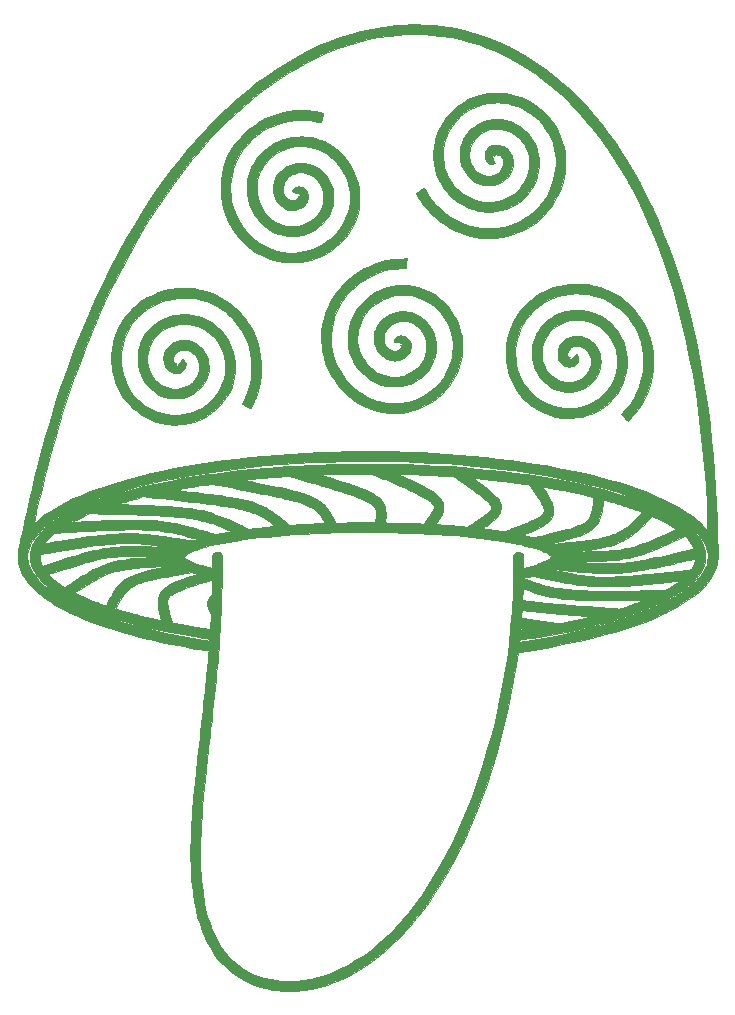
<source format=gbr>
%TF.GenerationSoftware,KiCad,Pcbnew,7.0.1*%
%TF.CreationDate,2023-05-31T17:56:53-07:00*%
%TF.ProjectId,GameOfShrooms2023,47616d65-4f66-4536-9872-6f6f6d733230,rev?*%
%TF.SameCoordinates,Original*%
%TF.FileFunction,Copper,L2,Bot*%
%TF.FilePolarity,Positive*%
%FSLAX46Y46*%
G04 Gerber Fmt 4.6, Leading zero omitted, Abs format (unit mm)*
G04 Created by KiCad (PCBNEW 7.0.1) date 2023-05-31 17:56:53*
%MOMM*%
%LPD*%
G01*
G04 APERTURE LIST*
%TA.AperFunction,EtchedComponent*%
%ADD10C,0.010000*%
%TD*%
G04 APERTURE END LIST*
%TO.C,G\u002A\u002A\u002A*%
D10*
X149413758Y-69258670D02*
X149408258Y-69377817D01*
X149403768Y-69496566D01*
X149400773Y-69600629D01*
X149399753Y-69671729D01*
X149399667Y-69811841D01*
X148939292Y-69823373D01*
X148477828Y-69850077D01*
X148037801Y-69907634D01*
X147611818Y-69997879D01*
X147192490Y-70122648D01*
X146772426Y-70283778D01*
X146404584Y-70453009D01*
X145950949Y-70699725D01*
X145523541Y-70978978D01*
X145123548Y-71289791D01*
X144752155Y-71631185D01*
X144410551Y-72002183D01*
X144194505Y-72272700D01*
X143915796Y-72676320D01*
X143674665Y-73095571D01*
X143471280Y-73528111D01*
X143305806Y-73971600D01*
X143178412Y-74423699D01*
X143089263Y-74882066D01*
X143038527Y-75344361D01*
X143026372Y-75808243D01*
X143052963Y-76271373D01*
X143118468Y-76731409D01*
X143223055Y-77186012D01*
X143366889Y-77632841D01*
X143550138Y-78069554D01*
X143753083Y-78459340D01*
X144012311Y-78872590D01*
X144300043Y-79257197D01*
X144614447Y-79611881D01*
X144953692Y-79935362D01*
X145315944Y-80226358D01*
X145699372Y-80483590D01*
X146102143Y-80705776D01*
X146522426Y-80891637D01*
X146958388Y-81039890D01*
X147408198Y-81149257D01*
X147664000Y-81192829D01*
X148108950Y-81236149D01*
X148553879Y-81238352D01*
X148995964Y-81200561D01*
X149432387Y-81123903D01*
X149860328Y-81009499D01*
X150276967Y-80858475D01*
X150679483Y-80671953D01*
X151065057Y-80451059D01*
X151430868Y-80196916D01*
X151774097Y-79910649D01*
X152091924Y-79593380D01*
X152306658Y-79342367D01*
X152567335Y-78983729D01*
X152790765Y-78608244D01*
X152976477Y-78218412D01*
X153124002Y-77816733D01*
X153232871Y-77405705D01*
X153302614Y-76987829D01*
X153332762Y-76565603D01*
X153322845Y-76141527D01*
X153272394Y-75718100D01*
X153180940Y-75297823D01*
X153110614Y-75061639D01*
X152979060Y-74714827D01*
X152813945Y-74369906D01*
X152621439Y-74038064D01*
X152407713Y-73730487D01*
X152305522Y-73602090D01*
X152016153Y-73283483D01*
X151708956Y-73002298D01*
X151381308Y-72756450D01*
X151030584Y-72543854D01*
X150870750Y-72461517D01*
X150489453Y-72297400D01*
X150100938Y-72174130D01*
X149707471Y-72091719D01*
X149311320Y-72050181D01*
X148914750Y-72049529D01*
X148520028Y-72089775D01*
X148129422Y-72170933D01*
X147745197Y-72293016D01*
X147399417Y-72441429D01*
X147052612Y-72631032D01*
X146732730Y-72848887D01*
X146440932Y-73092459D01*
X146178377Y-73359216D01*
X145946225Y-73646622D01*
X145745635Y-73952144D01*
X145577769Y-74273246D01*
X145443784Y-74607396D01*
X145344842Y-74952059D01*
X145282101Y-75304700D01*
X145256722Y-75662785D01*
X145269864Y-76023780D01*
X145322688Y-76385152D01*
X145416352Y-76744365D01*
X145422082Y-76762082D01*
X145490750Y-76945752D01*
X145580475Y-77145962D01*
X145683803Y-77347960D01*
X145793276Y-77536997D01*
X145881132Y-77670200D01*
X145990660Y-77812048D01*
X146123234Y-77963487D01*
X146269499Y-78115187D01*
X146420101Y-78257820D01*
X146565685Y-78382057D01*
X146681077Y-78467984D01*
X146962789Y-78639507D01*
X147257922Y-78781556D01*
X147558172Y-78890708D01*
X147855230Y-78963542D01*
X147904535Y-78972021D01*
X148059126Y-78990492D01*
X148235599Y-79001130D01*
X148420237Y-79003912D01*
X148599321Y-78998814D01*
X148759132Y-78985812D01*
X148843281Y-78973635D01*
X149173436Y-78894418D01*
X149488195Y-78779160D01*
X149784374Y-78630199D01*
X150058788Y-78449874D01*
X150308253Y-78240524D01*
X150529584Y-78004489D01*
X150719598Y-77744108D01*
X150860809Y-77491689D01*
X150981361Y-77198213D01*
X151061662Y-76900255D01*
X151102253Y-76600990D01*
X151103677Y-76303592D01*
X151066477Y-76011237D01*
X150991194Y-75727098D01*
X150878372Y-75454351D01*
X150728552Y-75196170D01*
X150542277Y-74955731D01*
X150402893Y-74811402D01*
X150181889Y-74627653D01*
X149945628Y-74480905D01*
X149697326Y-74371944D01*
X149440199Y-74301556D01*
X149177464Y-74270530D01*
X148912336Y-74279653D01*
X148648031Y-74329710D01*
X148552069Y-74358442D01*
X148358356Y-74439278D01*
X148167574Y-74550315D01*
X147988764Y-74684474D01*
X147830969Y-74834678D01*
X147703230Y-74993849D01*
X147666600Y-75051546D01*
X147588283Y-75196479D01*
X147535243Y-75327916D01*
X147503310Y-75461092D01*
X147488314Y-75611235D01*
X147485734Y-75712284D01*
X147490941Y-75885381D01*
X147511469Y-76030186D01*
X147550947Y-76159092D01*
X147613003Y-76284492D01*
X147686496Y-76397988D01*
X147819453Y-76557562D01*
X147966176Y-76677479D01*
X148126238Y-76757492D01*
X148299213Y-76797357D01*
X148389186Y-76802160D01*
X148540442Y-76785066D01*
X148678450Y-76736957D01*
X148796112Y-76661959D01*
X148886327Y-76564202D01*
X148927374Y-76489244D01*
X148943688Y-76427908D01*
X148942617Y-76374333D01*
X148925510Y-76341401D01*
X148911407Y-76336700D01*
X148889279Y-76329152D01*
X148897930Y-76312173D01*
X148929791Y-76294268D01*
X148955805Y-76286831D01*
X149004080Y-76266622D01*
X149057067Y-76229984D01*
X149101428Y-76188012D01*
X149123828Y-76151803D01*
X149124500Y-76146473D01*
X149104751Y-76141102D01*
X149050815Y-76132700D01*
X148970657Y-76122142D01*
X148872243Y-76110304D01*
X148763538Y-76098060D01*
X148652508Y-76086285D01*
X148547118Y-76075855D01*
X148455334Y-76067645D01*
X148385121Y-76062530D01*
X148348875Y-76061263D01*
X148337567Y-76043418D01*
X148340139Y-75995930D01*
X148354845Y-75928497D01*
X148379939Y-75850821D01*
X148392450Y-75819161D01*
X148436216Y-75746568D01*
X148503730Y-75668938D01*
X148581132Y-75600674D01*
X148638016Y-75563937D01*
X148774725Y-75516120D01*
X148925065Y-75503287D01*
X149081675Y-75523661D01*
X149237196Y-75575464D01*
X149384266Y-75656917D01*
X149515524Y-75766244D01*
X149527667Y-75778821D01*
X149642371Y-75928270D01*
X149719961Y-76091118D01*
X149761939Y-76263413D01*
X149769806Y-76441199D01*
X149745061Y-76620524D01*
X149689204Y-76797434D01*
X149603738Y-76967975D01*
X149490160Y-77128193D01*
X149349974Y-77274135D01*
X149184677Y-77401847D01*
X148995772Y-77507376D01*
X148849334Y-77566259D01*
X148760415Y-77591395D01*
X148659374Y-77608515D01*
X148534275Y-77619340D01*
X148456123Y-77623040D01*
X148231835Y-77619952D01*
X148029609Y-77590835D01*
X147836305Y-77533175D01*
X147712812Y-77480886D01*
X147489298Y-77353404D01*
X147284508Y-77190639D01*
X147101773Y-76996742D01*
X146944424Y-76775866D01*
X146815792Y-76532163D01*
X146719208Y-76269785D01*
X146707238Y-76227409D01*
X146677829Y-76078053D01*
X146660817Y-75901615D01*
X146656198Y-75711491D01*
X146663968Y-75521076D01*
X146684123Y-75343764D01*
X146707543Y-75226721D01*
X146799361Y-74946046D01*
X146929409Y-74679361D01*
X147094977Y-74429890D01*
X147293352Y-74200858D01*
X147521824Y-73995491D01*
X147777680Y-73817011D01*
X147990988Y-73700255D01*
X148289162Y-73577653D01*
X148595930Y-73495065D01*
X148908014Y-73451873D01*
X149222139Y-73447455D01*
X149535028Y-73481191D01*
X149843404Y-73552462D01*
X150143992Y-73660648D01*
X150433513Y-73805127D01*
X150708693Y-73985280D01*
X150966255Y-74200488D01*
X151046285Y-74278545D01*
X151282153Y-74546962D01*
X151483038Y-74837457D01*
X151648031Y-75146989D01*
X151776225Y-75472518D01*
X151866712Y-75811004D01*
X151918584Y-76159407D01*
X151930934Y-76514684D01*
X151902853Y-76873798D01*
X151873960Y-77050761D01*
X151829210Y-77252703D01*
X151773464Y-77441248D01*
X151701508Y-77631891D01*
X151609126Y-77838037D01*
X151429287Y-78167616D01*
X151215913Y-78472549D01*
X150970863Y-78751419D01*
X150695996Y-79002805D01*
X150393171Y-79225288D01*
X150064247Y-79417450D01*
X149711082Y-79577869D01*
X149335536Y-79705128D01*
X149079619Y-79769542D01*
X149000430Y-79785817D01*
X148926396Y-79798030D01*
X148849340Y-79806752D01*
X148761083Y-79812554D01*
X148653447Y-79816007D01*
X148518254Y-79817682D01*
X148383667Y-79818127D01*
X148220843Y-79817826D01*
X148091841Y-79816153D01*
X147988153Y-79812518D01*
X147901275Y-79806327D01*
X147822702Y-79796991D01*
X147743928Y-79783918D01*
X147664000Y-79768088D01*
X147267119Y-79665654D01*
X146891861Y-79527298D01*
X146536879Y-79352275D01*
X146200828Y-79139839D01*
X145882362Y-78889243D01*
X145608770Y-78629543D01*
X145334237Y-78316649D01*
X145094966Y-77982122D01*
X144891561Y-77628644D01*
X144724631Y-77258895D01*
X144594779Y-76875555D01*
X144502613Y-76481305D01*
X144448739Y-76078826D01*
X144433761Y-75670799D01*
X144458288Y-75259903D01*
X144522923Y-74848819D01*
X144628274Y-74440229D01*
X144647801Y-74378784D01*
X144701797Y-74230861D01*
X144773706Y-74059690D01*
X144857797Y-73877070D01*
X144948341Y-73694801D01*
X145039608Y-73524684D01*
X145125867Y-73378519D01*
X145156593Y-73331034D01*
X145418558Y-72976907D01*
X145712238Y-72649273D01*
X146034744Y-72350240D01*
X146383187Y-72081912D01*
X146754679Y-71846396D01*
X147146332Y-71645799D01*
X147555255Y-71482227D01*
X147796964Y-71405791D01*
X148235866Y-71301606D01*
X148676680Y-71239465D01*
X149117847Y-71219219D01*
X149557813Y-71240722D01*
X149995019Y-71303826D01*
X150427909Y-71408382D01*
X150854926Y-71554245D01*
X151260062Y-71734072D01*
X151627809Y-71933985D01*
X151966806Y-72156127D01*
X152286357Y-72407188D01*
X152595769Y-72693856D01*
X152597094Y-72695178D01*
X152916230Y-73043351D01*
X153201933Y-73416652D01*
X153453140Y-73812932D01*
X153668789Y-74230038D01*
X153847819Y-74665820D01*
X153989166Y-75118127D01*
X154091770Y-75584807D01*
X154123302Y-75786367D01*
X154134286Y-75895759D01*
X154142442Y-76037658D01*
X154147771Y-76202487D01*
X154150275Y-76380666D01*
X154149957Y-76562617D01*
X154146818Y-76738761D01*
X154140862Y-76899520D01*
X154132089Y-77035316D01*
X154123000Y-77119867D01*
X154034728Y-77607131D01*
X153908296Y-78076073D01*
X153743743Y-78526616D01*
X153541108Y-78958683D01*
X153300430Y-79372198D01*
X153021749Y-79767083D01*
X152705104Y-80143262D01*
X152437485Y-80418149D01*
X152071869Y-80742731D01*
X151681925Y-81034305D01*
X151270448Y-81291864D01*
X150840233Y-81514403D01*
X150394076Y-81700913D01*
X149934773Y-81850389D01*
X149465119Y-81961824D01*
X148987909Y-82034210D01*
X148505940Y-82066541D01*
X148022005Y-82057811D01*
X147907417Y-82049620D01*
X147414457Y-81988235D01*
X146929444Y-81886120D01*
X146454896Y-81744528D01*
X145993335Y-81564714D01*
X145547282Y-81347931D01*
X145119258Y-81095433D01*
X144711782Y-80808474D01*
X144327375Y-80488308D01*
X143968559Y-80136188D01*
X143890493Y-80051450D01*
X143548294Y-79642508D01*
X143243975Y-79214668D01*
X142977582Y-78768034D01*
X142749167Y-78302709D01*
X142558777Y-77818796D01*
X142406462Y-77316399D01*
X142292271Y-76795622D01*
X142263378Y-76622450D01*
X142243677Y-76464123D01*
X142227714Y-76274679D01*
X142215804Y-76065197D01*
X142208264Y-75846755D01*
X142205409Y-75630432D01*
X142207556Y-75427306D01*
X142215019Y-75248454D01*
X142221742Y-75161950D01*
X142293207Y-74630551D01*
X142404435Y-74112762D01*
X142554673Y-73609916D01*
X142743171Y-73123346D01*
X142969175Y-72654385D01*
X143231935Y-72204367D01*
X143530698Y-71774624D01*
X143864713Y-71366490D01*
X144233228Y-70981298D01*
X144635492Y-70620381D01*
X144901750Y-70409209D01*
X145344654Y-70100479D01*
X145810461Y-69826260D01*
X146295801Y-69588116D01*
X146797299Y-69387612D01*
X147311585Y-69226313D01*
X147611084Y-69152083D01*
X147871671Y-69098488D01*
X148121829Y-69057789D01*
X148374705Y-69028451D01*
X148643448Y-69008940D01*
X148932131Y-68997942D01*
X149427678Y-68985724D01*
X149413758Y-69258670D01*
%TA.AperFunction,EtchedComponent*%
G36*
X149413758Y-69258670D02*
G01*
X149408258Y-69377817D01*
X149403768Y-69496566D01*
X149400773Y-69600629D01*
X149399753Y-69671729D01*
X149399667Y-69811841D01*
X148939292Y-69823373D01*
X148477828Y-69850077D01*
X148037801Y-69907634D01*
X147611818Y-69997879D01*
X147192490Y-70122648D01*
X146772426Y-70283778D01*
X146404584Y-70453009D01*
X145950949Y-70699725D01*
X145523541Y-70978978D01*
X145123548Y-71289791D01*
X144752155Y-71631185D01*
X144410551Y-72002183D01*
X144194505Y-72272700D01*
X143915796Y-72676320D01*
X143674665Y-73095571D01*
X143471280Y-73528111D01*
X143305806Y-73971600D01*
X143178412Y-74423699D01*
X143089263Y-74882066D01*
X143038527Y-75344361D01*
X143026372Y-75808243D01*
X143052963Y-76271373D01*
X143118468Y-76731409D01*
X143223055Y-77186012D01*
X143366889Y-77632841D01*
X143550138Y-78069554D01*
X143753083Y-78459340D01*
X144012311Y-78872590D01*
X144300043Y-79257197D01*
X144614447Y-79611881D01*
X144953692Y-79935362D01*
X145315944Y-80226358D01*
X145699372Y-80483590D01*
X146102143Y-80705776D01*
X146522426Y-80891637D01*
X146958388Y-81039890D01*
X147408198Y-81149257D01*
X147664000Y-81192829D01*
X148108950Y-81236149D01*
X148553879Y-81238352D01*
X148995964Y-81200561D01*
X149432387Y-81123903D01*
X149860328Y-81009499D01*
X150276967Y-80858475D01*
X150679483Y-80671953D01*
X151065057Y-80451059D01*
X151430868Y-80196916D01*
X151774097Y-79910649D01*
X152091924Y-79593380D01*
X152306658Y-79342367D01*
X152567335Y-78983729D01*
X152790765Y-78608244D01*
X152976477Y-78218412D01*
X153124002Y-77816733D01*
X153232871Y-77405705D01*
X153302614Y-76987829D01*
X153332762Y-76565603D01*
X153322845Y-76141527D01*
X153272394Y-75718100D01*
X153180940Y-75297823D01*
X153110614Y-75061639D01*
X152979060Y-74714827D01*
X152813945Y-74369906D01*
X152621439Y-74038064D01*
X152407713Y-73730487D01*
X152305522Y-73602090D01*
X152016153Y-73283483D01*
X151708956Y-73002298D01*
X151381308Y-72756450D01*
X151030584Y-72543854D01*
X150870750Y-72461517D01*
X150489453Y-72297400D01*
X150100938Y-72174130D01*
X149707471Y-72091719D01*
X149311320Y-72050181D01*
X148914750Y-72049529D01*
X148520028Y-72089775D01*
X148129422Y-72170933D01*
X147745197Y-72293016D01*
X147399417Y-72441429D01*
X147052612Y-72631032D01*
X146732730Y-72848887D01*
X146440932Y-73092459D01*
X146178377Y-73359216D01*
X145946225Y-73646622D01*
X145745635Y-73952144D01*
X145577769Y-74273246D01*
X145443784Y-74607396D01*
X145344842Y-74952059D01*
X145282101Y-75304700D01*
X145256722Y-75662785D01*
X145269864Y-76023780D01*
X145322688Y-76385152D01*
X145416352Y-76744365D01*
X145422082Y-76762082D01*
X145490750Y-76945752D01*
X145580475Y-77145962D01*
X145683803Y-77347960D01*
X145793276Y-77536997D01*
X145881132Y-77670200D01*
X145990660Y-77812048D01*
X146123234Y-77963487D01*
X146269499Y-78115187D01*
X146420101Y-78257820D01*
X146565685Y-78382057D01*
X146681077Y-78467984D01*
X146962789Y-78639507D01*
X147257922Y-78781556D01*
X147558172Y-78890708D01*
X147855230Y-78963542D01*
X147904535Y-78972021D01*
X148059126Y-78990492D01*
X148235599Y-79001130D01*
X148420237Y-79003912D01*
X148599321Y-78998814D01*
X148759132Y-78985812D01*
X148843281Y-78973635D01*
X149173436Y-78894418D01*
X149488195Y-78779160D01*
X149784374Y-78630199D01*
X150058788Y-78449874D01*
X150308253Y-78240524D01*
X150529584Y-78004489D01*
X150719598Y-77744108D01*
X150860809Y-77491689D01*
X150981361Y-77198213D01*
X151061662Y-76900255D01*
X151102253Y-76600990D01*
X151103677Y-76303592D01*
X151066477Y-76011237D01*
X150991194Y-75727098D01*
X150878372Y-75454351D01*
X150728552Y-75196170D01*
X150542277Y-74955731D01*
X150402893Y-74811402D01*
X150181889Y-74627653D01*
X149945628Y-74480905D01*
X149697326Y-74371944D01*
X149440199Y-74301556D01*
X149177464Y-74270530D01*
X148912336Y-74279653D01*
X148648031Y-74329710D01*
X148552069Y-74358442D01*
X148358356Y-74439278D01*
X148167574Y-74550315D01*
X147988764Y-74684474D01*
X147830969Y-74834678D01*
X147703230Y-74993849D01*
X147666600Y-75051546D01*
X147588283Y-75196479D01*
X147535243Y-75327916D01*
X147503310Y-75461092D01*
X147488314Y-75611235D01*
X147485734Y-75712284D01*
X147490941Y-75885381D01*
X147511469Y-76030186D01*
X147550947Y-76159092D01*
X147613003Y-76284492D01*
X147686496Y-76397988D01*
X147819453Y-76557562D01*
X147966176Y-76677479D01*
X148126238Y-76757492D01*
X148299213Y-76797357D01*
X148389186Y-76802160D01*
X148540442Y-76785066D01*
X148678450Y-76736957D01*
X148796112Y-76661959D01*
X148886327Y-76564202D01*
X148927374Y-76489244D01*
X148943688Y-76427908D01*
X148942617Y-76374333D01*
X148925510Y-76341401D01*
X148911407Y-76336700D01*
X148889279Y-76329152D01*
X148897930Y-76312173D01*
X148929791Y-76294268D01*
X148955805Y-76286831D01*
X149004080Y-76266622D01*
X149057067Y-76229984D01*
X149101428Y-76188012D01*
X149123828Y-76151803D01*
X149124500Y-76146473D01*
X149104751Y-76141102D01*
X149050815Y-76132700D01*
X148970657Y-76122142D01*
X148872243Y-76110304D01*
X148763538Y-76098060D01*
X148652508Y-76086285D01*
X148547118Y-76075855D01*
X148455334Y-76067645D01*
X148385121Y-76062530D01*
X148348875Y-76061263D01*
X148337567Y-76043418D01*
X148340139Y-75995930D01*
X148354845Y-75928497D01*
X148379939Y-75850821D01*
X148392450Y-75819161D01*
X148436216Y-75746568D01*
X148503730Y-75668938D01*
X148581132Y-75600674D01*
X148638016Y-75563937D01*
X148774725Y-75516120D01*
X148925065Y-75503287D01*
X149081675Y-75523661D01*
X149237196Y-75575464D01*
X149384266Y-75656917D01*
X149515524Y-75766244D01*
X149527667Y-75778821D01*
X149642371Y-75928270D01*
X149719961Y-76091118D01*
X149761939Y-76263413D01*
X149769806Y-76441199D01*
X149745061Y-76620524D01*
X149689204Y-76797434D01*
X149603738Y-76967975D01*
X149490160Y-77128193D01*
X149349974Y-77274135D01*
X149184677Y-77401847D01*
X148995772Y-77507376D01*
X148849334Y-77566259D01*
X148760415Y-77591395D01*
X148659374Y-77608515D01*
X148534275Y-77619340D01*
X148456123Y-77623040D01*
X148231835Y-77619952D01*
X148029609Y-77590835D01*
X147836305Y-77533175D01*
X147712812Y-77480886D01*
X147489298Y-77353404D01*
X147284508Y-77190639D01*
X147101773Y-76996742D01*
X146944424Y-76775866D01*
X146815792Y-76532163D01*
X146719208Y-76269785D01*
X146707238Y-76227409D01*
X146677829Y-76078053D01*
X146660817Y-75901615D01*
X146656198Y-75711491D01*
X146663968Y-75521076D01*
X146684123Y-75343764D01*
X146707543Y-75226721D01*
X146799361Y-74946046D01*
X146929409Y-74679361D01*
X147094977Y-74429890D01*
X147293352Y-74200858D01*
X147521824Y-73995491D01*
X147777680Y-73817011D01*
X147990988Y-73700255D01*
X148289162Y-73577653D01*
X148595930Y-73495065D01*
X148908014Y-73451873D01*
X149222139Y-73447455D01*
X149535028Y-73481191D01*
X149843404Y-73552462D01*
X150143992Y-73660648D01*
X150433513Y-73805127D01*
X150708693Y-73985280D01*
X150966255Y-74200488D01*
X151046285Y-74278545D01*
X151282153Y-74546962D01*
X151483038Y-74837457D01*
X151648031Y-75146989D01*
X151776225Y-75472518D01*
X151866712Y-75811004D01*
X151918584Y-76159407D01*
X151930934Y-76514684D01*
X151902853Y-76873798D01*
X151873960Y-77050761D01*
X151829210Y-77252703D01*
X151773464Y-77441248D01*
X151701508Y-77631891D01*
X151609126Y-77838037D01*
X151429287Y-78167616D01*
X151215913Y-78472549D01*
X150970863Y-78751419D01*
X150695996Y-79002805D01*
X150393171Y-79225288D01*
X150064247Y-79417450D01*
X149711082Y-79577869D01*
X149335536Y-79705128D01*
X149079619Y-79769542D01*
X149000430Y-79785817D01*
X148926396Y-79798030D01*
X148849340Y-79806752D01*
X148761083Y-79812554D01*
X148653447Y-79816007D01*
X148518254Y-79817682D01*
X148383667Y-79818127D01*
X148220843Y-79817826D01*
X148091841Y-79816153D01*
X147988153Y-79812518D01*
X147901275Y-79806327D01*
X147822702Y-79796991D01*
X147743928Y-79783918D01*
X147664000Y-79768088D01*
X147267119Y-79665654D01*
X146891861Y-79527298D01*
X146536879Y-79352275D01*
X146200828Y-79139839D01*
X145882362Y-78889243D01*
X145608770Y-78629543D01*
X145334237Y-78316649D01*
X145094966Y-77982122D01*
X144891561Y-77628644D01*
X144724631Y-77258895D01*
X144594779Y-76875555D01*
X144502613Y-76481305D01*
X144448739Y-76078826D01*
X144433761Y-75670799D01*
X144458288Y-75259903D01*
X144522923Y-74848819D01*
X144628274Y-74440229D01*
X144647801Y-74378784D01*
X144701797Y-74230861D01*
X144773706Y-74059690D01*
X144857797Y-73877070D01*
X144948341Y-73694801D01*
X145039608Y-73524684D01*
X145125867Y-73378519D01*
X145156593Y-73331034D01*
X145418558Y-72976907D01*
X145712238Y-72649273D01*
X146034744Y-72350240D01*
X146383187Y-72081912D01*
X146754679Y-71846396D01*
X147146332Y-71645799D01*
X147555255Y-71482227D01*
X147796964Y-71405791D01*
X148235866Y-71301606D01*
X148676680Y-71239465D01*
X149117847Y-71219219D01*
X149557813Y-71240722D01*
X149995019Y-71303826D01*
X150427909Y-71408382D01*
X150854926Y-71554245D01*
X151260062Y-71734072D01*
X151627809Y-71933985D01*
X151966806Y-72156127D01*
X152286357Y-72407188D01*
X152595769Y-72693856D01*
X152597094Y-72695178D01*
X152916230Y-73043351D01*
X153201933Y-73416652D01*
X153453140Y-73812932D01*
X153668789Y-74230038D01*
X153847819Y-74665820D01*
X153989166Y-75118127D01*
X154091770Y-75584807D01*
X154123302Y-75786367D01*
X154134286Y-75895759D01*
X154142442Y-76037658D01*
X154147771Y-76202487D01*
X154150275Y-76380666D01*
X154149957Y-76562617D01*
X154146818Y-76738761D01*
X154140862Y-76899520D01*
X154132089Y-77035316D01*
X154123000Y-77119867D01*
X154034728Y-77607131D01*
X153908296Y-78076073D01*
X153743743Y-78526616D01*
X153541108Y-78958683D01*
X153300430Y-79372198D01*
X153021749Y-79767083D01*
X152705104Y-80143262D01*
X152437485Y-80418149D01*
X152071869Y-80742731D01*
X151681925Y-81034305D01*
X151270448Y-81291864D01*
X150840233Y-81514403D01*
X150394076Y-81700913D01*
X149934773Y-81850389D01*
X149465119Y-81961824D01*
X148987909Y-82034210D01*
X148505940Y-82066541D01*
X148022005Y-82057811D01*
X147907417Y-82049620D01*
X147414457Y-81988235D01*
X146929444Y-81886120D01*
X146454896Y-81744528D01*
X145993335Y-81564714D01*
X145547282Y-81347931D01*
X145119258Y-81095433D01*
X144711782Y-80808474D01*
X144327375Y-80488308D01*
X143968559Y-80136188D01*
X143890493Y-80051450D01*
X143548294Y-79642508D01*
X143243975Y-79214668D01*
X142977582Y-78768034D01*
X142749167Y-78302709D01*
X142558777Y-77818796D01*
X142406462Y-77316399D01*
X142292271Y-76795622D01*
X142263378Y-76622450D01*
X142243677Y-76464123D01*
X142227714Y-76274679D01*
X142215804Y-76065197D01*
X142208264Y-75846755D01*
X142205409Y-75630432D01*
X142207556Y-75427306D01*
X142215019Y-75248454D01*
X142221742Y-75161950D01*
X142293207Y-74630551D01*
X142404435Y-74112762D01*
X142554673Y-73609916D01*
X142743171Y-73123346D01*
X142969175Y-72654385D01*
X143231935Y-72204367D01*
X143530698Y-71774624D01*
X143864713Y-71366490D01*
X144233228Y-70981298D01*
X144635492Y-70620381D01*
X144901750Y-70409209D01*
X145344654Y-70100479D01*
X145810461Y-69826260D01*
X146295801Y-69588116D01*
X146797299Y-69387612D01*
X147311585Y-69226313D01*
X147611084Y-69152083D01*
X147871671Y-69098488D01*
X148121829Y-69057789D01*
X148374705Y-69028451D01*
X148643448Y-69008940D01*
X148932131Y-68997942D01*
X149427678Y-68985724D01*
X149413758Y-69258670D01*
G37*
%TD.AperFunction*%
X157154564Y-54951757D02*
X157369749Y-54957776D01*
X157566262Y-54969780D01*
X157728750Y-54987262D01*
X158211717Y-55071823D01*
X158668258Y-55186537D01*
X159103490Y-55333320D01*
X159522529Y-55514091D01*
X159930492Y-55730766D01*
X160258145Y-55935112D01*
X160665392Y-56230369D01*
X161040184Y-56552753D01*
X161382407Y-56902133D01*
X161691947Y-57278383D01*
X161968690Y-57681371D01*
X162212521Y-58110971D01*
X162246135Y-58177466D01*
X162452105Y-58637804D01*
X162617604Y-59108578D01*
X162742649Y-59587870D01*
X162827259Y-60073762D01*
X162871453Y-60564336D01*
X162875250Y-61057675D01*
X162838668Y-61551861D01*
X162761727Y-62044976D01*
X162644444Y-62535103D01*
X162486839Y-63020324D01*
X162288930Y-63498721D01*
X162192270Y-63700200D01*
X161939793Y-64159075D01*
X161655495Y-64590791D01*
X161340895Y-64994278D01*
X160997514Y-65368466D01*
X160626869Y-65712283D01*
X160230481Y-66024660D01*
X159809868Y-66304525D01*
X159366550Y-66550807D01*
X158902046Y-66762437D01*
X158417875Y-66938344D01*
X157915556Y-67077456D01*
X157396608Y-67178704D01*
X157220750Y-67203782D01*
X157123569Y-67213899D01*
X156997790Y-67223306D01*
X156852089Y-67231710D01*
X156695141Y-67238818D01*
X156535621Y-67244337D01*
X156382204Y-67247974D01*
X156243566Y-67249438D01*
X156128382Y-67248435D01*
X156045326Y-67244673D01*
X156035417Y-67243777D01*
X155979617Y-67238313D01*
X155894293Y-67230104D01*
X155792070Y-67220362D01*
X155707334Y-67212344D01*
X155247709Y-67150049D01*
X154780121Y-67050135D01*
X154311044Y-66914782D01*
X153846948Y-66746168D01*
X153394308Y-66546469D01*
X152959595Y-66317865D01*
X152838605Y-66246955D01*
X152481972Y-66018583D01*
X152147906Y-65773990D01*
X151826674Y-65505426D01*
X151508538Y-65205144D01*
X151430128Y-65126029D01*
X151208094Y-64890842D01*
X151012005Y-64663825D01*
X150831208Y-64431873D01*
X150655051Y-64181880D01*
X150619708Y-64128969D01*
X150553062Y-64026184D01*
X150483833Y-63915589D01*
X150415451Y-63803107D01*
X150351347Y-63694664D01*
X150294950Y-63596182D01*
X150249692Y-63513588D01*
X150219003Y-63452804D01*
X150206311Y-63419756D01*
X150206785Y-63415811D01*
X150227275Y-63404554D01*
X150279713Y-63377465D01*
X150358144Y-63337572D01*
X150456616Y-63287901D01*
X150569175Y-63231478D01*
X150578810Y-63226663D01*
X150943036Y-63044698D01*
X151033236Y-63218074D01*
X151157321Y-63437278D01*
X151308162Y-63671933D01*
X151478580Y-63912183D01*
X151661397Y-64148169D01*
X151849433Y-64370036D01*
X151959426Y-64489807D01*
X152316322Y-64837081D01*
X152694378Y-65150908D01*
X153091260Y-65430982D01*
X153504634Y-65676995D01*
X153932168Y-65888640D01*
X154371527Y-66065607D01*
X154820379Y-66207591D01*
X155276389Y-66314284D01*
X155737224Y-66385377D01*
X156200552Y-66420563D01*
X156664038Y-66419536D01*
X157125348Y-66381986D01*
X157582151Y-66307607D01*
X158032111Y-66196090D01*
X158472896Y-66047129D01*
X158902173Y-65860416D01*
X159317607Y-65635643D01*
X159547740Y-65490091D01*
X159728712Y-65365877D01*
X159887236Y-65248769D01*
X160034211Y-65129743D01*
X160180537Y-64999773D01*
X160337112Y-64849832D01*
X160416917Y-64770323D01*
X160737327Y-64419500D01*
X161024877Y-64046062D01*
X161278760Y-63652739D01*
X161498174Y-63242257D01*
X161682313Y-62817347D01*
X161830372Y-62380735D01*
X161941548Y-61935152D01*
X162015035Y-61483324D01*
X162050028Y-61027981D01*
X162045724Y-60571852D01*
X162001317Y-60117664D01*
X161918460Y-59678534D01*
X161791160Y-59227265D01*
X161626656Y-58795875D01*
X161425682Y-58385455D01*
X161188969Y-57997097D01*
X160917252Y-57631892D01*
X160611263Y-57290934D01*
X160271734Y-56975313D01*
X159919500Y-56700450D01*
X159561260Y-56468001D01*
X159180632Y-56266340D01*
X158782547Y-56096887D01*
X158371932Y-55961062D01*
X157953718Y-55860285D01*
X157532833Y-55795975D01*
X157114208Y-55769552D01*
X156726143Y-55780607D01*
X156279423Y-55834329D01*
X155848583Y-55926536D01*
X155435028Y-56056504D01*
X155040162Y-56223510D01*
X154665390Y-56426830D01*
X154312115Y-56665742D01*
X153981742Y-56939520D01*
X153675675Y-57247442D01*
X153514924Y-57435130D01*
X153263362Y-57776850D01*
X153046735Y-58137699D01*
X152865797Y-58514484D01*
X152721301Y-58904012D01*
X152614002Y-59303091D01*
X152544651Y-59708529D01*
X152514003Y-60117132D01*
X152522810Y-60525709D01*
X152571827Y-60931067D01*
X152627082Y-61197391D01*
X152713390Y-61495525D01*
X152828428Y-61794736D01*
X152969012Y-62091534D01*
X153163239Y-62425613D01*
X153388831Y-62735599D01*
X153642768Y-63020020D01*
X153922029Y-63277408D01*
X154223594Y-63506290D01*
X154544443Y-63705197D01*
X154881555Y-63872659D01*
X155231909Y-64007204D01*
X155592486Y-64107363D01*
X155960266Y-64171665D01*
X156332227Y-64198639D01*
X156705349Y-64186816D01*
X157076612Y-64134724D01*
X157139290Y-64121766D01*
X157500175Y-64022677D01*
X157846267Y-63886000D01*
X158174268Y-63713960D01*
X158480879Y-63508784D01*
X158762801Y-63272697D01*
X159016736Y-63007926D01*
X159239384Y-62716695D01*
X159254063Y-62694848D01*
X159444718Y-62373886D01*
X159596883Y-62043157D01*
X159710504Y-61705413D01*
X159785531Y-61363404D01*
X159821911Y-61019883D01*
X159819592Y-60677601D01*
X159778523Y-60339308D01*
X159698650Y-60007757D01*
X159579923Y-59685698D01*
X159422289Y-59375882D01*
X159319888Y-59213035D01*
X159227802Y-59090032D01*
X159110844Y-58954131D01*
X158979347Y-58815942D01*
X158843645Y-58686072D01*
X158714073Y-58575133D01*
X158654265Y-58529681D01*
X158367561Y-58346852D01*
X158069268Y-58201656D01*
X157762523Y-58094519D01*
X157450462Y-58025865D01*
X157136223Y-57996119D01*
X156822941Y-58005707D01*
X156513755Y-58055054D01*
X156211800Y-58144585D01*
X156109898Y-58184862D01*
X155859459Y-58309438D01*
X155628239Y-58465240D01*
X155433611Y-58632851D01*
X155225504Y-58857673D01*
X155052380Y-59103654D01*
X154912315Y-59373960D01*
X154804533Y-59667950D01*
X154782209Y-59745645D01*
X154766430Y-59813716D01*
X154756038Y-59882562D01*
X154749875Y-59962581D01*
X154746782Y-60064171D01*
X154745606Y-60197117D01*
X154745860Y-60333605D01*
X154748492Y-60437809D01*
X154754428Y-60519751D01*
X154764597Y-60589456D01*
X154779928Y-60656947D01*
X154792337Y-60701743D01*
X154885898Y-60955606D01*
X155011573Y-61187939D01*
X155166073Y-61395978D01*
X155346106Y-61576958D01*
X155548383Y-61728112D01*
X155769615Y-61846675D01*
X156006511Y-61929881D01*
X156255782Y-61974966D01*
X156312383Y-61979521D01*
X156542845Y-61974203D01*
X156763102Y-61930505D01*
X156968749Y-61850568D01*
X157155382Y-61736532D01*
X157318599Y-61590539D01*
X157444961Y-61428815D01*
X157536022Y-61259650D01*
X157593377Y-61087818D01*
X157618245Y-60917901D01*
X157611844Y-60754477D01*
X157575391Y-60602128D01*
X157510106Y-60465433D01*
X157417206Y-60348973D01*
X157297909Y-60257329D01*
X157153433Y-60195079D01*
X157114113Y-60184783D01*
X157040273Y-60171859D01*
X156984039Y-60175298D01*
X156929583Y-60193594D01*
X156874193Y-60225674D01*
X156850603Y-60259591D01*
X156850334Y-60263226D01*
X156846327Y-60284430D01*
X156828556Y-60277755D01*
X156800806Y-60253218D01*
X156752303Y-60219144D01*
X156691882Y-60191058D01*
X156634913Y-60174691D01*
X156596766Y-60175775D01*
X156595323Y-60176575D01*
X156598346Y-60198105D01*
X156616546Y-60251891D01*
X156647503Y-60331684D01*
X156688799Y-60431237D01*
X156735920Y-60539592D01*
X156785843Y-60652767D01*
X156829199Y-60752454D01*
X156863265Y-60832278D01*
X156885320Y-60885867D01*
X156892667Y-60906647D01*
X156873445Y-60923904D01*
X156823370Y-60941376D01*
X156753834Y-60956484D01*
X156676224Y-60966651D01*
X156615044Y-60969493D01*
X156482993Y-60950294D01*
X156352420Y-60897453D01*
X156238419Y-60817413D01*
X156221902Y-60801693D01*
X156134603Y-60686340D01*
X156073222Y-60545459D01*
X156038692Y-60387696D01*
X156031949Y-60221700D01*
X156053927Y-60056118D01*
X156105561Y-59899597D01*
X156120906Y-59867411D01*
X156224063Y-59709308D01*
X156358035Y-59576812D01*
X156517941Y-59472770D01*
X156698899Y-59400030D01*
X156896028Y-59361439D01*
X156997687Y-59355853D01*
X157165815Y-59361721D01*
X157316055Y-59385269D01*
X157464517Y-59430224D01*
X157627310Y-59500312D01*
X157632072Y-59502595D01*
X157735127Y-59555306D01*
X157818175Y-59607086D01*
X157895761Y-59668440D01*
X157982430Y-59749874D01*
X158003479Y-59770843D01*
X158091908Y-59863537D01*
X158158151Y-59944725D01*
X158213035Y-60029403D01*
X158267386Y-60132563D01*
X158273076Y-60144200D01*
X158345036Y-60305447D01*
X158393764Y-60451269D01*
X158422876Y-60597503D01*
X158435986Y-60759983D01*
X158437685Y-60865219D01*
X158417372Y-61143276D01*
X158358480Y-61408730D01*
X158263563Y-61658998D01*
X158135172Y-61891496D01*
X157975859Y-62103640D01*
X157788178Y-62292849D01*
X157574681Y-62456537D01*
X157337919Y-62592123D01*
X157080446Y-62697022D01*
X156804813Y-62768651D01*
X156522250Y-62803917D01*
X156217523Y-62801795D01*
X155918585Y-62759603D01*
X155628547Y-62679516D01*
X155350525Y-62563711D01*
X155087630Y-62414367D01*
X154842977Y-62233660D01*
X154619679Y-62023767D01*
X154420849Y-61786866D01*
X154249601Y-61525134D01*
X154109048Y-61240748D01*
X154044499Y-61071217D01*
X153998529Y-60926289D01*
X153964777Y-60792043D01*
X153941656Y-60657333D01*
X153927575Y-60511013D01*
X153920945Y-60341937D01*
X153919900Y-60197117D01*
X153920873Y-60051708D01*
X153923759Y-59938066D01*
X153929534Y-59845632D01*
X153939172Y-59763851D01*
X153953646Y-59682164D01*
X153973932Y-59590016D01*
X153977223Y-59575968D01*
X154080097Y-59228067D01*
X154219543Y-58899244D01*
X154393689Y-58591848D01*
X154600663Y-58308227D01*
X154838592Y-58050729D01*
X155105606Y-57821702D01*
X155399831Y-57623495D01*
X155633250Y-57498395D01*
X155800896Y-57420680D01*
X155947974Y-57360458D01*
X156089594Y-57312432D01*
X156240866Y-57271309D01*
X156358389Y-57244273D01*
X156716438Y-57187557D01*
X157077497Y-57171319D01*
X157438225Y-57194185D01*
X157795282Y-57254778D01*
X158145327Y-57351724D01*
X158485021Y-57483647D01*
X158811022Y-57649171D01*
X159119990Y-57846921D01*
X159408586Y-58075521D01*
X159673467Y-58333596D01*
X159911295Y-58619770D01*
X159999269Y-58743517D01*
X160207089Y-59086610D01*
X160375745Y-59444476D01*
X160504673Y-59815017D01*
X160593310Y-60196131D01*
X160641093Y-60585720D01*
X160647460Y-60981684D01*
X160639133Y-61130363D01*
X160586462Y-61550886D01*
X160493253Y-61960318D01*
X160360331Y-62356573D01*
X160188523Y-62737567D01*
X159978655Y-63101217D01*
X159731552Y-63445437D01*
X159712364Y-63469393D01*
X159615744Y-63581212D01*
X159495835Y-63707803D01*
X159361903Y-63840351D01*
X159223214Y-63970043D01*
X159089036Y-64088065D01*
X158968634Y-64185603D01*
X158926482Y-64216855D01*
X158570710Y-64445992D01*
X158197035Y-64637477D01*
X157807818Y-64790829D01*
X157405422Y-64905563D01*
X156992205Y-64981198D01*
X156570530Y-65017250D01*
X156142756Y-65013237D01*
X155711245Y-64968677D01*
X155463917Y-64924827D01*
X155055316Y-64820192D01*
X154653559Y-64675781D01*
X154263313Y-64494094D01*
X153889246Y-64277633D01*
X153536026Y-64028899D01*
X153208321Y-63750393D01*
X153127379Y-63672928D01*
X152817779Y-63340954D01*
X152545174Y-62988784D01*
X152309361Y-62616013D01*
X152110138Y-62222239D01*
X151947304Y-61807060D01*
X151820657Y-61370071D01*
X151729994Y-60910870D01*
X151724480Y-60874450D01*
X151711380Y-60752788D01*
X151702334Y-60598871D01*
X151697265Y-60422576D01*
X151696101Y-60233779D01*
X151698766Y-60042358D01*
X151705185Y-59858188D01*
X151715284Y-59691146D01*
X151728989Y-59551110D01*
X151734793Y-59509200D01*
X151826163Y-59039143D01*
X151953423Y-58590336D01*
X152117679Y-58159903D01*
X152320036Y-57744967D01*
X152561599Y-57342652D01*
X152575123Y-57322219D01*
X152856681Y-56935904D01*
X153166285Y-56580879D01*
X153502557Y-56257998D01*
X153864117Y-55968115D01*
X154249587Y-55712085D01*
X154657587Y-55490762D01*
X155086739Y-55305002D01*
X155535664Y-55155658D01*
X156002983Y-55043586D01*
X156342334Y-54987495D01*
X156514592Y-54969592D01*
X156715225Y-54957667D01*
X156932469Y-54951721D01*
X157154564Y-54951757D01*
%TA.AperFunction,EtchedComponent*%
G36*
X157154564Y-54951757D02*
G01*
X157369749Y-54957776D01*
X157566262Y-54969780D01*
X157728750Y-54987262D01*
X158211717Y-55071823D01*
X158668258Y-55186537D01*
X159103490Y-55333320D01*
X159522529Y-55514091D01*
X159930492Y-55730766D01*
X160258145Y-55935112D01*
X160665392Y-56230369D01*
X161040184Y-56552753D01*
X161382407Y-56902133D01*
X161691947Y-57278383D01*
X161968690Y-57681371D01*
X162212521Y-58110971D01*
X162246135Y-58177466D01*
X162452105Y-58637804D01*
X162617604Y-59108578D01*
X162742649Y-59587870D01*
X162827259Y-60073762D01*
X162871453Y-60564336D01*
X162875250Y-61057675D01*
X162838668Y-61551861D01*
X162761727Y-62044976D01*
X162644444Y-62535103D01*
X162486839Y-63020324D01*
X162288930Y-63498721D01*
X162192270Y-63700200D01*
X161939793Y-64159075D01*
X161655495Y-64590791D01*
X161340895Y-64994278D01*
X160997514Y-65368466D01*
X160626869Y-65712283D01*
X160230481Y-66024660D01*
X159809868Y-66304525D01*
X159366550Y-66550807D01*
X158902046Y-66762437D01*
X158417875Y-66938344D01*
X157915556Y-67077456D01*
X157396608Y-67178704D01*
X157220750Y-67203782D01*
X157123569Y-67213899D01*
X156997790Y-67223306D01*
X156852089Y-67231710D01*
X156695141Y-67238818D01*
X156535621Y-67244337D01*
X156382204Y-67247974D01*
X156243566Y-67249438D01*
X156128382Y-67248435D01*
X156045326Y-67244673D01*
X156035417Y-67243777D01*
X155979617Y-67238313D01*
X155894293Y-67230104D01*
X155792070Y-67220362D01*
X155707334Y-67212344D01*
X155247709Y-67150049D01*
X154780121Y-67050135D01*
X154311044Y-66914782D01*
X153846948Y-66746168D01*
X153394308Y-66546469D01*
X152959595Y-66317865D01*
X152838605Y-66246955D01*
X152481972Y-66018583D01*
X152147906Y-65773990D01*
X151826674Y-65505426D01*
X151508538Y-65205144D01*
X151430128Y-65126029D01*
X151208094Y-64890842D01*
X151012005Y-64663825D01*
X150831208Y-64431873D01*
X150655051Y-64181880D01*
X150619708Y-64128969D01*
X150553062Y-64026184D01*
X150483833Y-63915589D01*
X150415451Y-63803107D01*
X150351347Y-63694664D01*
X150294950Y-63596182D01*
X150249692Y-63513588D01*
X150219003Y-63452804D01*
X150206311Y-63419756D01*
X150206785Y-63415811D01*
X150227275Y-63404554D01*
X150279713Y-63377465D01*
X150358144Y-63337572D01*
X150456616Y-63287901D01*
X150569175Y-63231478D01*
X150578810Y-63226663D01*
X150943036Y-63044698D01*
X151033236Y-63218074D01*
X151157321Y-63437278D01*
X151308162Y-63671933D01*
X151478580Y-63912183D01*
X151661397Y-64148169D01*
X151849433Y-64370036D01*
X151959426Y-64489807D01*
X152316322Y-64837081D01*
X152694378Y-65150908D01*
X153091260Y-65430982D01*
X153504634Y-65676995D01*
X153932168Y-65888640D01*
X154371527Y-66065607D01*
X154820379Y-66207591D01*
X155276389Y-66314284D01*
X155737224Y-66385377D01*
X156200552Y-66420563D01*
X156664038Y-66419536D01*
X157125348Y-66381986D01*
X157582151Y-66307607D01*
X158032111Y-66196090D01*
X158472896Y-66047129D01*
X158902173Y-65860416D01*
X159317607Y-65635643D01*
X159547740Y-65490091D01*
X159728712Y-65365877D01*
X159887236Y-65248769D01*
X160034211Y-65129743D01*
X160180537Y-64999773D01*
X160337112Y-64849832D01*
X160416917Y-64770323D01*
X160737327Y-64419500D01*
X161024877Y-64046062D01*
X161278760Y-63652739D01*
X161498174Y-63242257D01*
X161682313Y-62817347D01*
X161830372Y-62380735D01*
X161941548Y-61935152D01*
X162015035Y-61483324D01*
X162050028Y-61027981D01*
X162045724Y-60571852D01*
X162001317Y-60117664D01*
X161918460Y-59678534D01*
X161791160Y-59227265D01*
X161626656Y-58795875D01*
X161425682Y-58385455D01*
X161188969Y-57997097D01*
X160917252Y-57631892D01*
X160611263Y-57290934D01*
X160271734Y-56975313D01*
X159919500Y-56700450D01*
X159561260Y-56468001D01*
X159180632Y-56266340D01*
X158782547Y-56096887D01*
X158371932Y-55961062D01*
X157953718Y-55860285D01*
X157532833Y-55795975D01*
X157114208Y-55769552D01*
X156726143Y-55780607D01*
X156279423Y-55834329D01*
X155848583Y-55926536D01*
X155435028Y-56056504D01*
X155040162Y-56223510D01*
X154665390Y-56426830D01*
X154312115Y-56665742D01*
X153981742Y-56939520D01*
X153675675Y-57247442D01*
X153514924Y-57435130D01*
X153263362Y-57776850D01*
X153046735Y-58137699D01*
X152865797Y-58514484D01*
X152721301Y-58904012D01*
X152614002Y-59303091D01*
X152544651Y-59708529D01*
X152514003Y-60117132D01*
X152522810Y-60525709D01*
X152571827Y-60931067D01*
X152627082Y-61197391D01*
X152713390Y-61495525D01*
X152828428Y-61794736D01*
X152969012Y-62091534D01*
X153163239Y-62425613D01*
X153388831Y-62735599D01*
X153642768Y-63020020D01*
X153922029Y-63277408D01*
X154223594Y-63506290D01*
X154544443Y-63705197D01*
X154881555Y-63872659D01*
X155231909Y-64007204D01*
X155592486Y-64107363D01*
X155960266Y-64171665D01*
X156332227Y-64198639D01*
X156705349Y-64186816D01*
X157076612Y-64134724D01*
X157139290Y-64121766D01*
X157500175Y-64022677D01*
X157846267Y-63886000D01*
X158174268Y-63713960D01*
X158480879Y-63508784D01*
X158762801Y-63272697D01*
X159016736Y-63007926D01*
X159239384Y-62716695D01*
X159254063Y-62694848D01*
X159444718Y-62373886D01*
X159596883Y-62043157D01*
X159710504Y-61705413D01*
X159785531Y-61363404D01*
X159821911Y-61019883D01*
X159819592Y-60677601D01*
X159778523Y-60339308D01*
X159698650Y-60007757D01*
X159579923Y-59685698D01*
X159422289Y-59375882D01*
X159319888Y-59213035D01*
X159227802Y-59090032D01*
X159110844Y-58954131D01*
X158979347Y-58815942D01*
X158843645Y-58686072D01*
X158714073Y-58575133D01*
X158654265Y-58529681D01*
X158367561Y-58346852D01*
X158069268Y-58201656D01*
X157762523Y-58094519D01*
X157450462Y-58025865D01*
X157136223Y-57996119D01*
X156822941Y-58005707D01*
X156513755Y-58055054D01*
X156211800Y-58144585D01*
X156109898Y-58184862D01*
X155859459Y-58309438D01*
X155628239Y-58465240D01*
X155433611Y-58632851D01*
X155225504Y-58857673D01*
X155052380Y-59103654D01*
X154912315Y-59373960D01*
X154804533Y-59667950D01*
X154782209Y-59745645D01*
X154766430Y-59813716D01*
X154756038Y-59882562D01*
X154749875Y-59962581D01*
X154746782Y-60064171D01*
X154745606Y-60197117D01*
X154745860Y-60333605D01*
X154748492Y-60437809D01*
X154754428Y-60519751D01*
X154764597Y-60589456D01*
X154779928Y-60656947D01*
X154792337Y-60701743D01*
X154885898Y-60955606D01*
X155011573Y-61187939D01*
X155166073Y-61395978D01*
X155346106Y-61576958D01*
X155548383Y-61728112D01*
X155769615Y-61846675D01*
X156006511Y-61929881D01*
X156255782Y-61974966D01*
X156312383Y-61979521D01*
X156542845Y-61974203D01*
X156763102Y-61930505D01*
X156968749Y-61850568D01*
X157155382Y-61736532D01*
X157318599Y-61590539D01*
X157444961Y-61428815D01*
X157536022Y-61259650D01*
X157593377Y-61087818D01*
X157618245Y-60917901D01*
X157611844Y-60754477D01*
X157575391Y-60602128D01*
X157510106Y-60465433D01*
X157417206Y-60348973D01*
X157297909Y-60257329D01*
X157153433Y-60195079D01*
X157114113Y-60184783D01*
X157040273Y-60171859D01*
X156984039Y-60175298D01*
X156929583Y-60193594D01*
X156874193Y-60225674D01*
X156850603Y-60259591D01*
X156850334Y-60263226D01*
X156846327Y-60284430D01*
X156828556Y-60277755D01*
X156800806Y-60253218D01*
X156752303Y-60219144D01*
X156691882Y-60191058D01*
X156634913Y-60174691D01*
X156596766Y-60175775D01*
X156595323Y-60176575D01*
X156598346Y-60198105D01*
X156616546Y-60251891D01*
X156647503Y-60331684D01*
X156688799Y-60431237D01*
X156735920Y-60539592D01*
X156785843Y-60652767D01*
X156829199Y-60752454D01*
X156863265Y-60832278D01*
X156885320Y-60885867D01*
X156892667Y-60906647D01*
X156873445Y-60923904D01*
X156823370Y-60941376D01*
X156753834Y-60956484D01*
X156676224Y-60966651D01*
X156615044Y-60969493D01*
X156482993Y-60950294D01*
X156352420Y-60897453D01*
X156238419Y-60817413D01*
X156221902Y-60801693D01*
X156134603Y-60686340D01*
X156073222Y-60545459D01*
X156038692Y-60387696D01*
X156031949Y-60221700D01*
X156053927Y-60056118D01*
X156105561Y-59899597D01*
X156120906Y-59867411D01*
X156224063Y-59709308D01*
X156358035Y-59576812D01*
X156517941Y-59472770D01*
X156698899Y-59400030D01*
X156896028Y-59361439D01*
X156997687Y-59355853D01*
X157165815Y-59361721D01*
X157316055Y-59385269D01*
X157464517Y-59430224D01*
X157627310Y-59500312D01*
X157632072Y-59502595D01*
X157735127Y-59555306D01*
X157818175Y-59607086D01*
X157895761Y-59668440D01*
X157982430Y-59749874D01*
X158003479Y-59770843D01*
X158091908Y-59863537D01*
X158158151Y-59944725D01*
X158213035Y-60029403D01*
X158267386Y-60132563D01*
X158273076Y-60144200D01*
X158345036Y-60305447D01*
X158393764Y-60451269D01*
X158422876Y-60597503D01*
X158435986Y-60759983D01*
X158437685Y-60865219D01*
X158417372Y-61143276D01*
X158358480Y-61408730D01*
X158263563Y-61658998D01*
X158135172Y-61891496D01*
X157975859Y-62103640D01*
X157788178Y-62292849D01*
X157574681Y-62456537D01*
X157337919Y-62592123D01*
X157080446Y-62697022D01*
X156804813Y-62768651D01*
X156522250Y-62803917D01*
X156217523Y-62801795D01*
X155918585Y-62759603D01*
X155628547Y-62679516D01*
X155350525Y-62563711D01*
X155087630Y-62414367D01*
X154842977Y-62233660D01*
X154619679Y-62023767D01*
X154420849Y-61786866D01*
X154249601Y-61525134D01*
X154109048Y-61240748D01*
X154044499Y-61071217D01*
X153998529Y-60926289D01*
X153964777Y-60792043D01*
X153941656Y-60657333D01*
X153927575Y-60511013D01*
X153920945Y-60341937D01*
X153919900Y-60197117D01*
X153920873Y-60051708D01*
X153923759Y-59938066D01*
X153929534Y-59845632D01*
X153939172Y-59763851D01*
X153953646Y-59682164D01*
X153973932Y-59590016D01*
X153977223Y-59575968D01*
X154080097Y-59228067D01*
X154219543Y-58899244D01*
X154393689Y-58591848D01*
X154600663Y-58308227D01*
X154838592Y-58050729D01*
X155105606Y-57821702D01*
X155399831Y-57623495D01*
X155633250Y-57498395D01*
X155800896Y-57420680D01*
X155947974Y-57360458D01*
X156089594Y-57312432D01*
X156240866Y-57271309D01*
X156358389Y-57244273D01*
X156716438Y-57187557D01*
X157077497Y-57171319D01*
X157438225Y-57194185D01*
X157795282Y-57254778D01*
X158145327Y-57351724D01*
X158485021Y-57483647D01*
X158811022Y-57649171D01*
X159119990Y-57846921D01*
X159408586Y-58075521D01*
X159673467Y-58333596D01*
X159911295Y-58619770D01*
X159999269Y-58743517D01*
X160207089Y-59086610D01*
X160375745Y-59444476D01*
X160504673Y-59815017D01*
X160593310Y-60196131D01*
X160641093Y-60585720D01*
X160647460Y-60981684D01*
X160639133Y-61130363D01*
X160586462Y-61550886D01*
X160493253Y-61960318D01*
X160360331Y-62356573D01*
X160188523Y-62737567D01*
X159978655Y-63101217D01*
X159731552Y-63445437D01*
X159712364Y-63469393D01*
X159615744Y-63581212D01*
X159495835Y-63707803D01*
X159361903Y-63840351D01*
X159223214Y-63970043D01*
X159089036Y-64088065D01*
X158968634Y-64185603D01*
X158926482Y-64216855D01*
X158570710Y-64445992D01*
X158197035Y-64637477D01*
X157807818Y-64790829D01*
X157405422Y-64905563D01*
X156992205Y-64981198D01*
X156570530Y-65017250D01*
X156142756Y-65013237D01*
X155711245Y-64968677D01*
X155463917Y-64924827D01*
X155055316Y-64820192D01*
X154653559Y-64675781D01*
X154263313Y-64494094D01*
X153889246Y-64277633D01*
X153536026Y-64028899D01*
X153208321Y-63750393D01*
X153127379Y-63672928D01*
X152817779Y-63340954D01*
X152545174Y-62988784D01*
X152309361Y-62616013D01*
X152110138Y-62222239D01*
X151947304Y-61807060D01*
X151820657Y-61370071D01*
X151729994Y-60910870D01*
X151724480Y-60874450D01*
X151711380Y-60752788D01*
X151702334Y-60598871D01*
X151697265Y-60422576D01*
X151696101Y-60233779D01*
X151698766Y-60042358D01*
X151705185Y-59858188D01*
X151715284Y-59691146D01*
X151728989Y-59551110D01*
X151734793Y-59509200D01*
X151826163Y-59039143D01*
X151953423Y-58590336D01*
X152117679Y-58159903D01*
X152320036Y-57744967D01*
X152561599Y-57342652D01*
X152575123Y-57322219D01*
X152856681Y-56935904D01*
X153166285Y-56580879D01*
X153502557Y-56257998D01*
X153864117Y-55968115D01*
X154249587Y-55712085D01*
X154657587Y-55490762D01*
X155086739Y-55305002D01*
X155535664Y-55155658D01*
X156002983Y-55043586D01*
X156342334Y-54987495D01*
X156514592Y-54969592D01*
X156715225Y-54957667D01*
X156932469Y-54951721D01*
X157154564Y-54951757D01*
G37*
%TD.AperFunction*%
X140818799Y-56432342D02*
X141021855Y-56439048D01*
X141203827Y-56449361D01*
X141355694Y-56463276D01*
X141398667Y-56468798D01*
X141525487Y-56488224D01*
X141663481Y-56511982D01*
X141806039Y-56538655D01*
X141946553Y-56566828D01*
X142078413Y-56595082D01*
X142195008Y-56622003D01*
X142289729Y-56646172D01*
X142355967Y-56666174D01*
X142387112Y-56680591D01*
X142387191Y-56680669D01*
X142384939Y-56703019D01*
X142372912Y-56758125D01*
X142353254Y-56838119D01*
X142328109Y-56935137D01*
X142299622Y-57041313D01*
X142269939Y-57148781D01*
X142241204Y-57249676D01*
X142215561Y-57336131D01*
X142195156Y-57400282D01*
X142182133Y-57434263D01*
X142181304Y-57435724D01*
X142162450Y-57444776D01*
X142119497Y-57443636D01*
X142047007Y-57431677D01*
X141939548Y-57408271D01*
X141935699Y-57407379D01*
X141572300Y-57332545D01*
X141224781Y-57281776D01*
X140875677Y-57253059D01*
X140521684Y-57244367D01*
X140015153Y-57265158D01*
X139514875Y-57326867D01*
X139023320Y-57428495D01*
X138542960Y-57569044D01*
X138076265Y-57747518D01*
X137625706Y-57962919D01*
X137193753Y-58214248D01*
X136782877Y-58500508D01*
X136395550Y-58820702D01*
X136226143Y-58978940D01*
X135885698Y-59337703D01*
X135580256Y-59718465D01*
X135310678Y-60119373D01*
X135077823Y-60538575D01*
X134882550Y-60974217D01*
X134725720Y-61424448D01*
X134608192Y-61887413D01*
X134530826Y-62361262D01*
X134501152Y-62696264D01*
X134493964Y-63177896D01*
X134528029Y-63656359D01*
X134602405Y-64128844D01*
X134716148Y-64592545D01*
X134868316Y-65044652D01*
X135057965Y-65482360D01*
X135284152Y-65902859D01*
X135545934Y-66303343D01*
X135838069Y-66675987D01*
X136153665Y-67013768D01*
X136494522Y-67320372D01*
X136857954Y-67594436D01*
X137241277Y-67834597D01*
X137641803Y-68039492D01*
X138056847Y-68207758D01*
X138483723Y-68338031D01*
X138919746Y-68428949D01*
X139362230Y-68479148D01*
X139394982Y-68481197D01*
X139860086Y-68488001D01*
X140318706Y-68453757D01*
X140768597Y-68379319D01*
X141207514Y-68265542D01*
X141633214Y-68113282D01*
X142043450Y-67923394D01*
X142435978Y-67696732D01*
X142808554Y-67434152D01*
X143158932Y-67136509D01*
X143310457Y-66989649D01*
X143562263Y-66715047D01*
X143783758Y-66428508D01*
X143981869Y-66120226D01*
X144161206Y-65785117D01*
X144325720Y-65414530D01*
X144451778Y-65048725D01*
X144541242Y-64679643D01*
X144595973Y-64299227D01*
X144617833Y-63899418D01*
X144618412Y-63806034D01*
X144601808Y-63403241D01*
X144552529Y-63019757D01*
X144468758Y-62647789D01*
X144348676Y-62279546D01*
X144190464Y-61907234D01*
X144160883Y-61845518D01*
X143958454Y-61473754D01*
X143728646Y-61131391D01*
X143473783Y-60819102D01*
X143196193Y-60537558D01*
X142898202Y-60287432D01*
X142582136Y-60069396D01*
X142250323Y-59884120D01*
X141905088Y-59732278D01*
X141548759Y-59614542D01*
X141183661Y-59531583D01*
X140812121Y-59484073D01*
X140436466Y-59472684D01*
X140059022Y-59498088D01*
X139682116Y-59560958D01*
X139308074Y-59661964D01*
X138939223Y-59801780D01*
X138577889Y-59981076D01*
X138297750Y-60152093D01*
X138095234Y-60300675D01*
X137889229Y-60477424D01*
X137689725Y-60672382D01*
X137506716Y-60875587D01*
X137350194Y-61077078D01*
X137307669Y-61139058D01*
X137118009Y-61455803D01*
X136966969Y-61776872D01*
X136851027Y-62110599D01*
X136784332Y-62377284D01*
X136753990Y-62561974D01*
X136733943Y-62773112D01*
X136724630Y-62995976D01*
X136726491Y-63215843D01*
X136739966Y-63417990D01*
X136750632Y-63504014D01*
X136822906Y-63862844D01*
X136930583Y-64206966D01*
X137071501Y-64533684D01*
X137243497Y-64840298D01*
X137444409Y-65124114D01*
X137672075Y-65382431D01*
X137924332Y-65612555D01*
X138199019Y-65811786D01*
X138493973Y-65977428D01*
X138807031Y-66106783D01*
X138848084Y-66120513D01*
X139002367Y-66168229D01*
X139136208Y-66202761D01*
X139264029Y-66226611D01*
X139400257Y-66242282D01*
X139559316Y-66252275D01*
X139622614Y-66254878D01*
X139865328Y-66257042D01*
X140082575Y-66242880D01*
X140288696Y-66210463D01*
X140498036Y-66157859D01*
X140614466Y-66121377D01*
X140927338Y-65997124D01*
X141216673Y-65840674D01*
X141480231Y-65654299D01*
X141715771Y-65440270D01*
X141921053Y-65200858D01*
X142093839Y-64938336D01*
X142231886Y-64654975D01*
X142323355Y-64388394D01*
X142357865Y-64226922D01*
X142380760Y-64039167D01*
X142391454Y-63839720D01*
X142389358Y-63643170D01*
X142373889Y-63464106D01*
X142363194Y-63397263D01*
X142286801Y-63097747D01*
X142174459Y-62818348D01*
X142027318Y-62561294D01*
X141846527Y-62328812D01*
X141770618Y-62248749D01*
X141556736Y-62061994D01*
X141327411Y-61912530D01*
X141085653Y-61801097D01*
X140834474Y-61728431D01*
X140576887Y-61695270D01*
X140315902Y-61702351D01*
X140054532Y-61750414D01*
X139913619Y-61793905D01*
X139753375Y-61858957D01*
X139612402Y-61936326D01*
X139478171Y-62034106D01*
X139338155Y-62160392D01*
X139322036Y-62176200D01*
X139184754Y-62327624D01*
X139082175Y-62479993D01*
X139007990Y-62644734D01*
X138955888Y-62833278D01*
X138953869Y-62842950D01*
X138931875Y-63048130D01*
X138948096Y-63253021D01*
X139000329Y-63450814D01*
X139086370Y-63634700D01*
X139204018Y-63797870D01*
X139290994Y-63884879D01*
X139422170Y-63976432D01*
X139567751Y-64036794D01*
X139719097Y-64064294D01*
X139867568Y-64057263D01*
X139991084Y-64020256D01*
X140087318Y-63967354D01*
X140165271Y-63905028D01*
X140220191Y-63839405D01*
X140247324Y-63776608D01*
X140241917Y-63722761D01*
X140232820Y-63708759D01*
X140222224Y-63687263D01*
X140244890Y-63679553D01*
X140264710Y-63679034D01*
X140336760Y-63665357D01*
X140411021Y-63631236D01*
X140462467Y-63589648D01*
X140464406Y-63577083D01*
X140447614Y-63561781D01*
X140407660Y-63541801D01*
X140340114Y-63515208D01*
X140240544Y-63480061D01*
X140117340Y-63438668D01*
X139999434Y-63398793D01*
X139895826Y-63362255D01*
X139813088Y-63331495D01*
X139757795Y-63308952D01*
X139736656Y-63297343D01*
X139737774Y-63264207D01*
X139760440Y-63209883D01*
X139798549Y-63145231D01*
X139845991Y-63081112D01*
X139878260Y-63045542D01*
X139995383Y-62957350D01*
X140131825Y-62902749D01*
X140279645Y-62882944D01*
X140430901Y-62899138D01*
X140557348Y-62942621D01*
X140720148Y-63040071D01*
X140853226Y-63163788D01*
X140955553Y-63308911D01*
X141026101Y-63470581D01*
X141063842Y-63643939D01*
X141067747Y-63824126D01*
X141036788Y-64006282D01*
X140969937Y-64185548D01*
X140866164Y-64357065D01*
X140858782Y-64366950D01*
X140724819Y-64513419D01*
X140559740Y-64643956D01*
X140373709Y-64752025D01*
X140176888Y-64831091D01*
X140106148Y-64850997D01*
X139957001Y-64876008D01*
X139785535Y-64885364D01*
X139608692Y-64879240D01*
X139443416Y-64857810D01*
X139378416Y-64843498D01*
X139149151Y-64763439D01*
X138933917Y-64645822D01*
X138736087Y-64494059D01*
X138559028Y-64311560D01*
X138406114Y-64101736D01*
X138280713Y-63867998D01*
X138196439Y-63647284D01*
X138132658Y-63375830D01*
X138108838Y-63098102D01*
X138124046Y-62818767D01*
X138177351Y-62542496D01*
X138267820Y-62273958D01*
X138394520Y-62017824D01*
X138556519Y-61778761D01*
X138573993Y-61756756D01*
X138777319Y-61537300D01*
X139009470Y-61345491D01*
X139265705Y-61183187D01*
X139541280Y-61052243D01*
X139831454Y-60954515D01*
X140131483Y-60891857D01*
X140436626Y-60866126D01*
X140742140Y-60879178D01*
X140799177Y-60886106D01*
X141108309Y-60947606D01*
X141415516Y-61047285D01*
X141711574Y-61181623D01*
X141961554Y-61329706D01*
X142069649Y-61410518D01*
X142193060Y-61516781D01*
X142322658Y-61639384D01*
X142449317Y-61769215D01*
X142563909Y-61897161D01*
X142657308Y-62014111D01*
X142682239Y-62049200D01*
X142835021Y-62302007D01*
X142968672Y-62581393D01*
X143078057Y-62874368D01*
X143158040Y-63167939D01*
X143188340Y-63329480D01*
X143204346Y-63473850D01*
X143213157Y-63643465D01*
X143215014Y-63826462D01*
X143210156Y-64010980D01*
X143198822Y-64185158D01*
X143181254Y-64337133D01*
X143166282Y-64419867D01*
X143066235Y-64779603D01*
X142929017Y-65120841D01*
X142756408Y-65441674D01*
X142550185Y-65740192D01*
X142312127Y-66014486D01*
X142044013Y-66262645D01*
X141747619Y-66482762D01*
X141424726Y-66672927D01*
X141077110Y-66831231D01*
X140842267Y-66915012D01*
X140671567Y-66967253D01*
X140520524Y-67007064D01*
X140378304Y-67036028D01*
X140234075Y-67055729D01*
X140077003Y-67067751D01*
X139896255Y-67073677D01*
X139747667Y-67075053D01*
X139586542Y-67074925D01*
X139458770Y-67073154D01*
X139355379Y-67069126D01*
X139267402Y-67062225D01*
X139185868Y-67051838D01*
X139101809Y-67037350D01*
X139050735Y-67027307D01*
X138661239Y-66927413D01*
X138289424Y-66789919D01*
X137937116Y-66616480D01*
X137606143Y-66408750D01*
X137298330Y-66168380D01*
X137015506Y-65897025D01*
X136759495Y-65596338D01*
X136532126Y-65267973D01*
X136335224Y-64913583D01*
X136170617Y-64534822D01*
X136110592Y-64365993D01*
X135998228Y-63964373D01*
X135926935Y-63561910D01*
X135895555Y-63160765D01*
X135902931Y-62763098D01*
X135947907Y-62371070D01*
X136029326Y-61986842D01*
X136146032Y-61612575D01*
X136296867Y-61250429D01*
X136480675Y-60902565D01*
X136696299Y-60571144D01*
X136942583Y-60258327D01*
X137218370Y-59966273D01*
X137522502Y-59697145D01*
X137853824Y-59453103D01*
X138211179Y-59236307D01*
X138593409Y-59048918D01*
X138999359Y-58893096D01*
X139049167Y-58876765D01*
X139360179Y-58786780D01*
X139661760Y-58721671D01*
X139967089Y-58679432D01*
X140289348Y-58658056D01*
X140509667Y-58654398D01*
X140921214Y-58669523D01*
X141311822Y-58716136D01*
X141689420Y-58796094D01*
X142061934Y-58911253D01*
X142437291Y-59063472D01*
X142615750Y-59147756D01*
X143009116Y-59364704D01*
X143378618Y-59615470D01*
X143722809Y-59897958D01*
X144040240Y-60210076D01*
X144329465Y-60549728D01*
X144589036Y-60914819D01*
X144817503Y-61303257D01*
X145013421Y-61712946D01*
X145175341Y-62141792D01*
X145301815Y-62587701D01*
X145391395Y-63048579D01*
X145411108Y-63191438D01*
X145427468Y-63367776D01*
X145436990Y-63571753D01*
X145439897Y-63792428D01*
X145436413Y-64018861D01*
X145426760Y-64240113D01*
X145411164Y-64445241D01*
X145389847Y-64623308D01*
X145380710Y-64679273D01*
X145274686Y-65159332D01*
X145131419Y-65619375D01*
X144951028Y-66059171D01*
X144733635Y-66478486D01*
X144479361Y-66877085D01*
X144188327Y-67254738D01*
X143860655Y-67611209D01*
X143855281Y-67616574D01*
X143491682Y-67949631D01*
X143103994Y-68247970D01*
X142692678Y-68511361D01*
X142258193Y-68739576D01*
X141801000Y-68932385D01*
X141321559Y-69089559D01*
X140820330Y-69210867D01*
X140562584Y-69257855D01*
X140470044Y-69269092D01*
X140343420Y-69278950D01*
X140190944Y-69287268D01*
X140020845Y-69293888D01*
X139841356Y-69298650D01*
X139660708Y-69301395D01*
X139487132Y-69301963D01*
X139328859Y-69300196D01*
X139194122Y-69295934D01*
X139091150Y-69289017D01*
X139070334Y-69286732D01*
X138568559Y-69204065D01*
X138079184Y-69081408D01*
X137604076Y-68919538D01*
X137145101Y-68719234D01*
X136704128Y-68481271D01*
X136283024Y-68206429D01*
X136043500Y-68026381D01*
X135941957Y-67941066D01*
X135820745Y-67831228D01*
X135686904Y-67703973D01*
X135547473Y-67566404D01*
X135409494Y-67425628D01*
X135280006Y-67288747D01*
X135166049Y-67162868D01*
X135074663Y-67055095D01*
X135049621Y-67023367D01*
X134736883Y-66584308D01*
X134464346Y-66132150D01*
X134231761Y-65666287D01*
X134038882Y-65186113D01*
X133885459Y-64691022D01*
X133771246Y-64180407D01*
X133704617Y-63732080D01*
X133689232Y-63557265D01*
X133679080Y-63352394D01*
X133674153Y-63129418D01*
X133674442Y-62900287D01*
X133679940Y-62676954D01*
X133690636Y-62471369D01*
X133705628Y-62303200D01*
X133785015Y-61793195D01*
X133904194Y-61295153D01*
X134061866Y-60810859D01*
X134256732Y-60342095D01*
X134487493Y-59890645D01*
X134752852Y-59458293D01*
X135051507Y-59046820D01*
X135382162Y-58658012D01*
X135743516Y-58293650D01*
X136134272Y-57955519D01*
X136553129Y-57645401D01*
X136998790Y-57365080D01*
X137469955Y-57116340D01*
X137490786Y-57106370D01*
X137964118Y-56901739D01*
X138452809Y-56732184D01*
X138960871Y-56596524D01*
X139492316Y-56493580D01*
X139663000Y-56468049D01*
X139803076Y-56453037D01*
X139976205Y-56441654D01*
X140173365Y-56433898D01*
X140385532Y-56429763D01*
X140603684Y-56429245D01*
X140818799Y-56432342D01*
%TA.AperFunction,EtchedComponent*%
G36*
X140818799Y-56432342D02*
G01*
X141021855Y-56439048D01*
X141203827Y-56449361D01*
X141355694Y-56463276D01*
X141398667Y-56468798D01*
X141525487Y-56488224D01*
X141663481Y-56511982D01*
X141806039Y-56538655D01*
X141946553Y-56566828D01*
X142078413Y-56595082D01*
X142195008Y-56622003D01*
X142289729Y-56646172D01*
X142355967Y-56666174D01*
X142387112Y-56680591D01*
X142387191Y-56680669D01*
X142384939Y-56703019D01*
X142372912Y-56758125D01*
X142353254Y-56838119D01*
X142328109Y-56935137D01*
X142299622Y-57041313D01*
X142269939Y-57148781D01*
X142241204Y-57249676D01*
X142215561Y-57336131D01*
X142195156Y-57400282D01*
X142182133Y-57434263D01*
X142181304Y-57435724D01*
X142162450Y-57444776D01*
X142119497Y-57443636D01*
X142047007Y-57431677D01*
X141939548Y-57408271D01*
X141935699Y-57407379D01*
X141572300Y-57332545D01*
X141224781Y-57281776D01*
X140875677Y-57253059D01*
X140521684Y-57244367D01*
X140015153Y-57265158D01*
X139514875Y-57326867D01*
X139023320Y-57428495D01*
X138542960Y-57569044D01*
X138076265Y-57747518D01*
X137625706Y-57962919D01*
X137193753Y-58214248D01*
X136782877Y-58500508D01*
X136395550Y-58820702D01*
X136226143Y-58978940D01*
X135885698Y-59337703D01*
X135580256Y-59718465D01*
X135310678Y-60119373D01*
X135077823Y-60538575D01*
X134882550Y-60974217D01*
X134725720Y-61424448D01*
X134608192Y-61887413D01*
X134530826Y-62361262D01*
X134501152Y-62696264D01*
X134493964Y-63177896D01*
X134528029Y-63656359D01*
X134602405Y-64128844D01*
X134716148Y-64592545D01*
X134868316Y-65044652D01*
X135057965Y-65482360D01*
X135284152Y-65902859D01*
X135545934Y-66303343D01*
X135838069Y-66675987D01*
X136153665Y-67013768D01*
X136494522Y-67320372D01*
X136857954Y-67594436D01*
X137241277Y-67834597D01*
X137641803Y-68039492D01*
X138056847Y-68207758D01*
X138483723Y-68338031D01*
X138919746Y-68428949D01*
X139362230Y-68479148D01*
X139394982Y-68481197D01*
X139860086Y-68488001D01*
X140318706Y-68453757D01*
X140768597Y-68379319D01*
X141207514Y-68265542D01*
X141633214Y-68113282D01*
X142043450Y-67923394D01*
X142435978Y-67696732D01*
X142808554Y-67434152D01*
X143158932Y-67136509D01*
X143310457Y-66989649D01*
X143562263Y-66715047D01*
X143783758Y-66428508D01*
X143981869Y-66120226D01*
X144161206Y-65785117D01*
X144325720Y-65414530D01*
X144451778Y-65048725D01*
X144541242Y-64679643D01*
X144595973Y-64299227D01*
X144617833Y-63899418D01*
X144618412Y-63806034D01*
X144601808Y-63403241D01*
X144552529Y-63019757D01*
X144468758Y-62647789D01*
X144348676Y-62279546D01*
X144190464Y-61907234D01*
X144160883Y-61845518D01*
X143958454Y-61473754D01*
X143728646Y-61131391D01*
X143473783Y-60819102D01*
X143196193Y-60537558D01*
X142898202Y-60287432D01*
X142582136Y-60069396D01*
X142250323Y-59884120D01*
X141905088Y-59732278D01*
X141548759Y-59614542D01*
X141183661Y-59531583D01*
X140812121Y-59484073D01*
X140436466Y-59472684D01*
X140059022Y-59498088D01*
X139682116Y-59560958D01*
X139308074Y-59661964D01*
X138939223Y-59801780D01*
X138577889Y-59981076D01*
X138297750Y-60152093D01*
X138095234Y-60300675D01*
X137889229Y-60477424D01*
X137689725Y-60672382D01*
X137506716Y-60875587D01*
X137350194Y-61077078D01*
X137307669Y-61139058D01*
X137118009Y-61455803D01*
X136966969Y-61776872D01*
X136851027Y-62110599D01*
X136784332Y-62377284D01*
X136753990Y-62561974D01*
X136733943Y-62773112D01*
X136724630Y-62995976D01*
X136726491Y-63215843D01*
X136739966Y-63417990D01*
X136750632Y-63504014D01*
X136822906Y-63862844D01*
X136930583Y-64206966D01*
X137071501Y-64533684D01*
X137243497Y-64840298D01*
X137444409Y-65124114D01*
X137672075Y-65382431D01*
X137924332Y-65612555D01*
X138199019Y-65811786D01*
X138493973Y-65977428D01*
X138807031Y-66106783D01*
X138848084Y-66120513D01*
X139002367Y-66168229D01*
X139136208Y-66202761D01*
X139264029Y-66226611D01*
X139400257Y-66242282D01*
X139559316Y-66252275D01*
X139622614Y-66254878D01*
X139865328Y-66257042D01*
X140082575Y-66242880D01*
X140288696Y-66210463D01*
X140498036Y-66157859D01*
X140614466Y-66121377D01*
X140927338Y-65997124D01*
X141216673Y-65840674D01*
X141480231Y-65654299D01*
X141715771Y-65440270D01*
X141921053Y-65200858D01*
X142093839Y-64938336D01*
X142231886Y-64654975D01*
X142323355Y-64388394D01*
X142357865Y-64226922D01*
X142380760Y-64039167D01*
X142391454Y-63839720D01*
X142389358Y-63643170D01*
X142373889Y-63464106D01*
X142363194Y-63397263D01*
X142286801Y-63097747D01*
X142174459Y-62818348D01*
X142027318Y-62561294D01*
X141846527Y-62328812D01*
X141770618Y-62248749D01*
X141556736Y-62061994D01*
X141327411Y-61912530D01*
X141085653Y-61801097D01*
X140834474Y-61728431D01*
X140576887Y-61695270D01*
X140315902Y-61702351D01*
X140054532Y-61750414D01*
X139913619Y-61793905D01*
X139753375Y-61858957D01*
X139612402Y-61936326D01*
X139478171Y-62034106D01*
X139338155Y-62160392D01*
X139322036Y-62176200D01*
X139184754Y-62327624D01*
X139082175Y-62479993D01*
X139007990Y-62644734D01*
X138955888Y-62833278D01*
X138953869Y-62842950D01*
X138931875Y-63048130D01*
X138948096Y-63253021D01*
X139000329Y-63450814D01*
X139086370Y-63634700D01*
X139204018Y-63797870D01*
X139290994Y-63884879D01*
X139422170Y-63976432D01*
X139567751Y-64036794D01*
X139719097Y-64064294D01*
X139867568Y-64057263D01*
X139991084Y-64020256D01*
X140087318Y-63967354D01*
X140165271Y-63905028D01*
X140220191Y-63839405D01*
X140247324Y-63776608D01*
X140241917Y-63722761D01*
X140232820Y-63708759D01*
X140222224Y-63687263D01*
X140244890Y-63679553D01*
X140264710Y-63679034D01*
X140336760Y-63665357D01*
X140411021Y-63631236D01*
X140462467Y-63589648D01*
X140464406Y-63577083D01*
X140447614Y-63561781D01*
X140407660Y-63541801D01*
X140340114Y-63515208D01*
X140240544Y-63480061D01*
X140117340Y-63438668D01*
X139999434Y-63398793D01*
X139895826Y-63362255D01*
X139813088Y-63331495D01*
X139757795Y-63308952D01*
X139736656Y-63297343D01*
X139737774Y-63264207D01*
X139760440Y-63209883D01*
X139798549Y-63145231D01*
X139845991Y-63081112D01*
X139878260Y-63045542D01*
X139995383Y-62957350D01*
X140131825Y-62902749D01*
X140279645Y-62882944D01*
X140430901Y-62899138D01*
X140557348Y-62942621D01*
X140720148Y-63040071D01*
X140853226Y-63163788D01*
X140955553Y-63308911D01*
X141026101Y-63470581D01*
X141063842Y-63643939D01*
X141067747Y-63824126D01*
X141036788Y-64006282D01*
X140969937Y-64185548D01*
X140866164Y-64357065D01*
X140858782Y-64366950D01*
X140724819Y-64513419D01*
X140559740Y-64643956D01*
X140373709Y-64752025D01*
X140176888Y-64831091D01*
X140106148Y-64850997D01*
X139957001Y-64876008D01*
X139785535Y-64885364D01*
X139608692Y-64879240D01*
X139443416Y-64857810D01*
X139378416Y-64843498D01*
X139149151Y-64763439D01*
X138933917Y-64645822D01*
X138736087Y-64494059D01*
X138559028Y-64311560D01*
X138406114Y-64101736D01*
X138280713Y-63867998D01*
X138196439Y-63647284D01*
X138132658Y-63375830D01*
X138108838Y-63098102D01*
X138124046Y-62818767D01*
X138177351Y-62542496D01*
X138267820Y-62273958D01*
X138394520Y-62017824D01*
X138556519Y-61778761D01*
X138573993Y-61756756D01*
X138777319Y-61537300D01*
X139009470Y-61345491D01*
X139265705Y-61183187D01*
X139541280Y-61052243D01*
X139831454Y-60954515D01*
X140131483Y-60891857D01*
X140436626Y-60866126D01*
X140742140Y-60879178D01*
X140799177Y-60886106D01*
X141108309Y-60947606D01*
X141415516Y-61047285D01*
X141711574Y-61181623D01*
X141961554Y-61329706D01*
X142069649Y-61410518D01*
X142193060Y-61516781D01*
X142322658Y-61639384D01*
X142449317Y-61769215D01*
X142563909Y-61897161D01*
X142657308Y-62014111D01*
X142682239Y-62049200D01*
X142835021Y-62302007D01*
X142968672Y-62581393D01*
X143078057Y-62874368D01*
X143158040Y-63167939D01*
X143188340Y-63329480D01*
X143204346Y-63473850D01*
X143213157Y-63643465D01*
X143215014Y-63826462D01*
X143210156Y-64010980D01*
X143198822Y-64185158D01*
X143181254Y-64337133D01*
X143166282Y-64419867D01*
X143066235Y-64779603D01*
X142929017Y-65120841D01*
X142756408Y-65441674D01*
X142550185Y-65740192D01*
X142312127Y-66014486D01*
X142044013Y-66262645D01*
X141747619Y-66482762D01*
X141424726Y-66672927D01*
X141077110Y-66831231D01*
X140842267Y-66915012D01*
X140671567Y-66967253D01*
X140520524Y-67007064D01*
X140378304Y-67036028D01*
X140234075Y-67055729D01*
X140077003Y-67067751D01*
X139896255Y-67073677D01*
X139747667Y-67075053D01*
X139586542Y-67074925D01*
X139458770Y-67073154D01*
X139355379Y-67069126D01*
X139267402Y-67062225D01*
X139185868Y-67051838D01*
X139101809Y-67037350D01*
X139050735Y-67027307D01*
X138661239Y-66927413D01*
X138289424Y-66789919D01*
X137937116Y-66616480D01*
X137606143Y-66408750D01*
X137298330Y-66168380D01*
X137015506Y-65897025D01*
X136759495Y-65596338D01*
X136532126Y-65267973D01*
X136335224Y-64913583D01*
X136170617Y-64534822D01*
X136110592Y-64365993D01*
X135998228Y-63964373D01*
X135926935Y-63561910D01*
X135895555Y-63160765D01*
X135902931Y-62763098D01*
X135947907Y-62371070D01*
X136029326Y-61986842D01*
X136146032Y-61612575D01*
X136296867Y-61250429D01*
X136480675Y-60902565D01*
X136696299Y-60571144D01*
X136942583Y-60258327D01*
X137218370Y-59966273D01*
X137522502Y-59697145D01*
X137853824Y-59453103D01*
X138211179Y-59236307D01*
X138593409Y-59048918D01*
X138999359Y-58893096D01*
X139049167Y-58876765D01*
X139360179Y-58786780D01*
X139661760Y-58721671D01*
X139967089Y-58679432D01*
X140289348Y-58658056D01*
X140509667Y-58654398D01*
X140921214Y-58669523D01*
X141311822Y-58716136D01*
X141689420Y-58796094D01*
X142061934Y-58911253D01*
X142437291Y-59063472D01*
X142615750Y-59147756D01*
X143009116Y-59364704D01*
X143378618Y-59615470D01*
X143722809Y-59897958D01*
X144040240Y-60210076D01*
X144329465Y-60549728D01*
X144589036Y-60914819D01*
X144817503Y-61303257D01*
X145013421Y-61712946D01*
X145175341Y-62141792D01*
X145301815Y-62587701D01*
X145391395Y-63048579D01*
X145411108Y-63191438D01*
X145427468Y-63367776D01*
X145436990Y-63571753D01*
X145439897Y-63792428D01*
X145436413Y-64018861D01*
X145426760Y-64240113D01*
X145411164Y-64445241D01*
X145389847Y-64623308D01*
X145380710Y-64679273D01*
X145274686Y-65159332D01*
X145131419Y-65619375D01*
X144951028Y-66059171D01*
X144733635Y-66478486D01*
X144479361Y-66877085D01*
X144188327Y-67254738D01*
X143860655Y-67611209D01*
X143855281Y-67616574D01*
X143491682Y-67949631D01*
X143103994Y-68247970D01*
X142692678Y-68511361D01*
X142258193Y-68739576D01*
X141801000Y-68932385D01*
X141321559Y-69089559D01*
X140820330Y-69210867D01*
X140562584Y-69257855D01*
X140470044Y-69269092D01*
X140343420Y-69278950D01*
X140190944Y-69287268D01*
X140020845Y-69293888D01*
X139841356Y-69298650D01*
X139660708Y-69301395D01*
X139487132Y-69301963D01*
X139328859Y-69300196D01*
X139194122Y-69295934D01*
X139091150Y-69289017D01*
X139070334Y-69286732D01*
X138568559Y-69204065D01*
X138079184Y-69081408D01*
X137604076Y-68919538D01*
X137145101Y-68719234D01*
X136704128Y-68481271D01*
X136283024Y-68206429D01*
X136043500Y-68026381D01*
X135941957Y-67941066D01*
X135820745Y-67831228D01*
X135686904Y-67703973D01*
X135547473Y-67566404D01*
X135409494Y-67425628D01*
X135280006Y-67288747D01*
X135166049Y-67162868D01*
X135074663Y-67055095D01*
X135049621Y-67023367D01*
X134736883Y-66584308D01*
X134464346Y-66132150D01*
X134231761Y-65666287D01*
X134038882Y-65186113D01*
X133885459Y-64691022D01*
X133771246Y-64180407D01*
X133704617Y-63732080D01*
X133689232Y-63557265D01*
X133679080Y-63352394D01*
X133674153Y-63129418D01*
X133674442Y-62900287D01*
X133679940Y-62676954D01*
X133690636Y-62471369D01*
X133705628Y-62303200D01*
X133785015Y-61793195D01*
X133904194Y-61295153D01*
X134061866Y-60810859D01*
X134256732Y-60342095D01*
X134487493Y-59890645D01*
X134752852Y-59458293D01*
X135051507Y-59046820D01*
X135382162Y-58658012D01*
X135743516Y-58293650D01*
X136134272Y-57955519D01*
X136553129Y-57645401D01*
X136998790Y-57365080D01*
X137469955Y-57116340D01*
X137490786Y-57106370D01*
X137964118Y-56901739D01*
X138452809Y-56732184D01*
X138960871Y-56596524D01*
X139492316Y-56493580D01*
X139663000Y-56468049D01*
X139803076Y-56453037D01*
X139976205Y-56441654D01*
X140173365Y-56433898D01*
X140385532Y-56429763D01*
X140603684Y-56429245D01*
X140818799Y-56432342D01*
G37*
%TD.AperFunction*%
X164284922Y-71128471D02*
X164787875Y-71183210D01*
X165286948Y-71276459D01*
X165778626Y-71408191D01*
X165952000Y-71464641D01*
X166355471Y-71620255D01*
X166761631Y-71811340D01*
X167161173Y-72032768D01*
X167544793Y-72279410D01*
X167878167Y-72526168D01*
X168017035Y-72642787D01*
X168172723Y-72784341D01*
X168336458Y-72942044D01*
X168499465Y-73107109D01*
X168652972Y-73270752D01*
X168788203Y-73424186D01*
X168851072Y-73500367D01*
X169054459Y-73772496D01*
X169254339Y-74074462D01*
X169444614Y-74395385D01*
X169619187Y-74724383D01*
X169771964Y-75050577D01*
X169896847Y-75363085D01*
X169900629Y-75373617D01*
X170016207Y-75733281D01*
X170116102Y-76118269D01*
X170196937Y-76513403D01*
X170255338Y-76903503D01*
X170269469Y-77032151D01*
X170278679Y-77157962D01*
X170285237Y-77315594D01*
X170289142Y-77494619D01*
X170290394Y-77684608D01*
X170288991Y-77875132D01*
X170284930Y-78055762D01*
X170278211Y-78216069D01*
X170269652Y-78336950D01*
X170198940Y-78874588D01*
X170087259Y-79404177D01*
X169935616Y-79923142D01*
X169745021Y-80428908D01*
X169516483Y-80918899D01*
X169251008Y-81390540D01*
X168949607Y-81841254D01*
X168839947Y-81988200D01*
X168782163Y-82060924D01*
X168709409Y-82148510D01*
X168626464Y-82245620D01*
X168538111Y-82346916D01*
X168449130Y-82447059D01*
X168364301Y-82540711D01*
X168288405Y-82622534D01*
X168226223Y-82687189D01*
X168182535Y-82729339D01*
X168163585Y-82743460D01*
X168141406Y-82731799D01*
X168096694Y-82694917D01*
X168035857Y-82638489D01*
X167965299Y-82568193D01*
X167962297Y-82565102D01*
X167879672Y-82479666D01*
X167795943Y-82392630D01*
X167722119Y-82315463D01*
X167678328Y-82269323D01*
X167574150Y-82158862D01*
X167774561Y-81951823D01*
X168097085Y-81588516D01*
X168389460Y-81197193D01*
X168650236Y-80780958D01*
X168877964Y-80342915D01*
X169071193Y-79886167D01*
X169228475Y-79413818D01*
X169348360Y-78928973D01*
X169429397Y-78434736D01*
X169433596Y-78399710D01*
X169455822Y-78140821D01*
X169466083Y-77856687D01*
X169464783Y-77559196D01*
X169452328Y-77260241D01*
X169429121Y-76971712D01*
X169395567Y-76705500D01*
X169371142Y-76564036D01*
X169256224Y-76077487D01*
X169104195Y-75609171D01*
X168916179Y-75160667D01*
X168693298Y-74733558D01*
X168436676Y-74329424D01*
X168147436Y-73949846D01*
X167826699Y-73596403D01*
X167475589Y-73270679D01*
X167095229Y-72974252D01*
X166686741Y-72708703D01*
X166594962Y-72655576D01*
X166185873Y-72447513D01*
X165750533Y-72271860D01*
X165290558Y-72129160D01*
X164807567Y-72019957D01*
X164597334Y-71984072D01*
X164476699Y-71969867D01*
X164323993Y-71958732D01*
X164148561Y-71950744D01*
X163959747Y-71945977D01*
X163766899Y-71944508D01*
X163579359Y-71946412D01*
X163406475Y-71951765D01*
X163257591Y-71960642D01*
X163147417Y-71972333D01*
X162671988Y-72058305D01*
X162222989Y-72176127D01*
X161797959Y-72326707D01*
X161394440Y-72510953D01*
X161009972Y-72729771D01*
X160899211Y-72801473D01*
X160704435Y-72935657D01*
X160533086Y-73064610D01*
X160372895Y-73198536D01*
X160211590Y-73347640D01*
X160055224Y-73503345D01*
X159757758Y-73836691D01*
X159494019Y-74192380D01*
X159264476Y-74567575D01*
X159069600Y-74959437D01*
X158909858Y-75365129D01*
X158785721Y-75781812D01*
X158697659Y-76206650D01*
X158646140Y-76636804D01*
X158631635Y-77069437D01*
X158654613Y-77501711D01*
X158715543Y-77930788D01*
X158814896Y-78353830D01*
X158953139Y-78768000D01*
X159120880Y-79150572D01*
X159309252Y-79495491D01*
X159523475Y-79816116D01*
X159769108Y-80120031D01*
X160038681Y-80402186D01*
X160364536Y-80690317D01*
X160711836Y-80942074D01*
X161079792Y-81157106D01*
X161467612Y-81335061D01*
X161874506Y-81475589D01*
X162299684Y-81578338D01*
X162742354Y-81642957D01*
X162854636Y-81653031D01*
X163262360Y-81664433D01*
X163671293Y-81635456D01*
X164076504Y-81567233D01*
X164473064Y-81460894D01*
X164856043Y-81317570D01*
X165220513Y-81138390D01*
X165302288Y-81091589D01*
X165643590Y-80866733D01*
X165956187Y-80611682D01*
X166238661Y-80328608D01*
X166489594Y-80019683D01*
X166707567Y-79687079D01*
X166891162Y-79332967D01*
X167038962Y-78959518D01*
X167149547Y-78568904D01*
X167221500Y-78163297D01*
X167223109Y-78150419D01*
X167234409Y-78016064D01*
X167239892Y-77847642D01*
X167239373Y-77653041D01*
X167237093Y-77557752D01*
X167218891Y-77252968D01*
X167181877Y-76975460D01*
X167123210Y-76713297D01*
X167040048Y-76454549D01*
X166929550Y-76187287D01*
X166890862Y-76104120D01*
X166708244Y-75768189D01*
X166493760Y-75459141D01*
X166249500Y-75178579D01*
X165977552Y-74928107D01*
X165680008Y-74709327D01*
X165358956Y-74523843D01*
X165016488Y-74373258D01*
X164654693Y-74259175D01*
X164417417Y-74206700D01*
X164273916Y-74186655D01*
X164102916Y-74173359D01*
X163916118Y-74166814D01*
X163725223Y-74167025D01*
X163541932Y-74173994D01*
X163377946Y-74187724D01*
X163254018Y-74206365D01*
X162900418Y-74296929D01*
X162568434Y-74422150D01*
X162259861Y-74580312D01*
X161976496Y-74769701D01*
X161720131Y-74988602D01*
X161492564Y-75235299D01*
X161295588Y-75508078D01*
X161130999Y-75805224D01*
X161000592Y-76125023D01*
X160910740Y-76444938D01*
X160883700Y-76605052D01*
X160866507Y-76790887D01*
X160859273Y-76989350D01*
X160862111Y-77187349D01*
X160875133Y-77371793D01*
X160898452Y-77529588D01*
X160901311Y-77543200D01*
X160988843Y-77854702D01*
X161110724Y-78145776D01*
X161264740Y-78414028D01*
X161448675Y-78657061D01*
X161660313Y-78872481D01*
X161897438Y-79057892D01*
X162157837Y-79210899D01*
X162439292Y-79329106D01*
X162597581Y-79377183D01*
X162688660Y-79399868D01*
X162769440Y-79415666D01*
X162851680Y-79425837D01*
X162947139Y-79431638D01*
X163067576Y-79434327D01*
X163136834Y-79434878D01*
X163276837Y-79434517D01*
X163385802Y-79431107D01*
X163474973Y-79423659D01*
X163555595Y-79411183D01*
X163638914Y-79392690D01*
X163651212Y-79389620D01*
X163920106Y-79301759D01*
X164165810Y-79180868D01*
X164385986Y-79029397D01*
X164578297Y-78849795D01*
X164740404Y-78644509D01*
X164869971Y-78415989D01*
X164964659Y-78166683D01*
X165011939Y-77964338D01*
X165035867Y-77718613D01*
X165022125Y-77481892D01*
X164972669Y-77257716D01*
X164889454Y-77049627D01*
X164774438Y-76861170D01*
X164629576Y-76695886D01*
X164456823Y-76557318D01*
X164258137Y-76449008D01*
X164152834Y-76408369D01*
X164033529Y-76381155D01*
X163891999Y-76368947D01*
X163743872Y-76371491D01*
X163604773Y-76388536D01*
X163492399Y-76419019D01*
X163353873Y-76491190D01*
X163235541Y-76588725D01*
X163141376Y-76705095D01*
X163075348Y-76833772D01*
X163041430Y-76968224D01*
X163043592Y-77101925D01*
X163052300Y-77142538D01*
X163087361Y-77236306D01*
X163133334Y-77291329D01*
X163192544Y-77310314D01*
X163196311Y-77310367D01*
X163232567Y-77313370D01*
X163232032Y-77328877D01*
X163217040Y-77347409D01*
X163186522Y-77397856D01*
X163172191Y-77438005D01*
X163167357Y-77490137D01*
X163173095Y-77542290D01*
X163186626Y-77578286D01*
X163197511Y-77585395D01*
X163217086Y-77572224D01*
X163263392Y-77535693D01*
X163331144Y-77480135D01*
X163415053Y-77409883D01*
X163507250Y-77331485D01*
X163612203Y-77242110D01*
X163690008Y-77177575D01*
X163745318Y-77134770D01*
X163782782Y-77110589D01*
X163807051Y-77101923D01*
X163822775Y-77105665D01*
X163831699Y-77114665D01*
X163911107Y-77251227D01*
X163952071Y-77397072D01*
X163954816Y-77545620D01*
X163919568Y-77690292D01*
X163846551Y-77824508D01*
X163805706Y-77875036D01*
X163674693Y-77989677D01*
X163518560Y-78071949D01*
X163341062Y-78120438D01*
X163145956Y-78133730D01*
X163120767Y-78132858D01*
X163025023Y-78125443D01*
X162947567Y-78109905D01*
X162868948Y-78081066D01*
X162793999Y-78045854D01*
X162623823Y-77939138D01*
X162481164Y-77802875D01*
X162367499Y-77640893D01*
X162284302Y-77457022D01*
X162233048Y-77255089D01*
X162215212Y-77038921D01*
X162232268Y-76812348D01*
X162261894Y-76664784D01*
X162339143Y-76440664D01*
X162453137Y-76234583D01*
X162601183Y-76049191D01*
X162780588Y-75887141D01*
X162988660Y-75751085D01*
X163222704Y-75643673D01*
X163338705Y-75604504D01*
X163422607Y-75580630D01*
X163495783Y-75564409D01*
X163570336Y-75554417D01*
X163658365Y-75549230D01*
X163771973Y-75547425D01*
X163824750Y-75547329D01*
X163957742Y-75548657D01*
X164061635Y-75553471D01*
X164149613Y-75563195D01*
X164234860Y-75579251D01*
X164323408Y-75601158D01*
X164595391Y-75694091D01*
X164844922Y-75820758D01*
X165070573Y-75978149D01*
X165270913Y-76163252D01*
X165444513Y-76373057D01*
X165589946Y-76604555D01*
X165705780Y-76854734D01*
X165790588Y-77120583D01*
X165842941Y-77399093D01*
X165861408Y-77687253D01*
X165844562Y-77982052D01*
X165790972Y-78280481D01*
X165715696Y-78534091D01*
X165591962Y-78827875D01*
X165435853Y-79096508D01*
X165244132Y-79345142D01*
X165127391Y-79470150D01*
X164877162Y-79693572D01*
X164605699Y-79880865D01*
X164311916Y-80032612D01*
X163994727Y-80149398D01*
X163745030Y-80213499D01*
X163585887Y-80239083D01*
X163398537Y-80255632D01*
X163196159Y-80263015D01*
X162991933Y-80261102D01*
X162799037Y-80249762D01*
X162630651Y-80228864D01*
X162607667Y-80224774D01*
X162259545Y-80138448D01*
X161924457Y-80012684D01*
X161605768Y-79849259D01*
X161306842Y-79649949D01*
X161031046Y-79416531D01*
X160976795Y-79363759D01*
X160732834Y-79091383D01*
X160524060Y-78795978D01*
X160351053Y-78478892D01*
X160214391Y-78141474D01*
X160114652Y-77785074D01*
X160052415Y-77411041D01*
X160032492Y-77162200D01*
X160034806Y-76780327D01*
X160077287Y-76406493D01*
X160158153Y-76043057D01*
X160275623Y-75692379D01*
X160427912Y-75356818D01*
X160613238Y-75038734D01*
X160829820Y-74740485D01*
X161075873Y-74464431D01*
X161349616Y-74212932D01*
X161649265Y-73988346D01*
X161973039Y-73793033D01*
X162319155Y-73629352D01*
X162685829Y-73499662D01*
X162829917Y-73459852D01*
X162997877Y-73419233D01*
X163147692Y-73388937D01*
X163291037Y-73367618D01*
X163439587Y-73353932D01*
X163605018Y-73346534D01*
X163799005Y-73344079D01*
X163835334Y-73344056D01*
X164045005Y-73346370D01*
X164224573Y-73353988D01*
X164386097Y-73368412D01*
X164541637Y-73391144D01*
X164703252Y-73423686D01*
X164883001Y-73467541D01*
X164933888Y-73480901D01*
X165328750Y-73607048D01*
X165704158Y-73769636D01*
X166058418Y-73966677D01*
X166389833Y-74196182D01*
X166696708Y-74456162D01*
X166977345Y-74744631D01*
X167230049Y-75059599D01*
X167453124Y-75399077D01*
X167644874Y-75761078D01*
X167803602Y-76143614D01*
X167927613Y-76544695D01*
X168015211Y-76962333D01*
X168037953Y-77119867D01*
X168054442Y-77296590D01*
X168063498Y-77499623D01*
X168065371Y-77717452D01*
X168060312Y-77938562D01*
X168048570Y-78151441D01*
X168030395Y-78344575D01*
X168008065Y-78495700D01*
X167936471Y-78831684D01*
X167849385Y-79141572D01*
X167741945Y-79440244D01*
X167609292Y-79742581D01*
X167582892Y-79797450D01*
X167370939Y-80185029D01*
X167125251Y-80548481D01*
X166847993Y-80886120D01*
X166541329Y-81196255D01*
X166207423Y-81477198D01*
X165848441Y-81727259D01*
X165466545Y-81944751D01*
X165063901Y-82127983D01*
X164642673Y-82275266D01*
X164290417Y-82366817D01*
X163862010Y-82441350D01*
X163419091Y-82479864D01*
X162969383Y-82482362D01*
X162520612Y-82448847D01*
X162080503Y-82379322D01*
X162016361Y-82365927D01*
X161565231Y-82247161D01*
X161126671Y-82088825D01*
X160703771Y-81892606D01*
X160299617Y-81660193D01*
X159917298Y-81393272D01*
X159559900Y-81093531D01*
X159390334Y-80930697D01*
X159068989Y-80578226D01*
X158782562Y-80202094D01*
X158531468Y-79803173D01*
X158316124Y-79382331D01*
X158136944Y-78940438D01*
X157994345Y-78478365D01*
X157888742Y-77996980D01*
X157842305Y-77691367D01*
X157829276Y-77552703D01*
X157820503Y-77382290D01*
X157815906Y-77190493D01*
X157815408Y-76987673D01*
X157818933Y-76784195D01*
X157826402Y-76590420D01*
X157837738Y-76416713D01*
X157852865Y-76273435D01*
X157852897Y-76273200D01*
X157942103Y-75770097D01*
X158069299Y-75284394D01*
X158233291Y-74817545D01*
X158432882Y-74371004D01*
X158666877Y-73946224D01*
X158934078Y-73544658D01*
X159233290Y-73167760D01*
X159563318Y-72816985D01*
X159922966Y-72493784D01*
X160311036Y-72199612D01*
X160726334Y-71935923D01*
X161167664Y-71704169D01*
X161633828Y-71505804D01*
X161835084Y-71433361D01*
X162304670Y-71295149D01*
X162787964Y-71195581D01*
X163281450Y-71134630D01*
X163781608Y-71112269D01*
X164284922Y-71128471D01*
%TA.AperFunction,EtchedComponent*%
G36*
X164284922Y-71128471D02*
G01*
X164787875Y-71183210D01*
X165286948Y-71276459D01*
X165778626Y-71408191D01*
X165952000Y-71464641D01*
X166355471Y-71620255D01*
X166761631Y-71811340D01*
X167161173Y-72032768D01*
X167544793Y-72279410D01*
X167878167Y-72526168D01*
X168017035Y-72642787D01*
X168172723Y-72784341D01*
X168336458Y-72942044D01*
X168499465Y-73107109D01*
X168652972Y-73270752D01*
X168788203Y-73424186D01*
X168851072Y-73500367D01*
X169054459Y-73772496D01*
X169254339Y-74074462D01*
X169444614Y-74395385D01*
X169619187Y-74724383D01*
X169771964Y-75050577D01*
X169896847Y-75363085D01*
X169900629Y-75373617D01*
X170016207Y-75733281D01*
X170116102Y-76118269D01*
X170196937Y-76513403D01*
X170255338Y-76903503D01*
X170269469Y-77032151D01*
X170278679Y-77157962D01*
X170285237Y-77315594D01*
X170289142Y-77494619D01*
X170290394Y-77684608D01*
X170288991Y-77875132D01*
X170284930Y-78055762D01*
X170278211Y-78216069D01*
X170269652Y-78336950D01*
X170198940Y-78874588D01*
X170087259Y-79404177D01*
X169935616Y-79923142D01*
X169745021Y-80428908D01*
X169516483Y-80918899D01*
X169251008Y-81390540D01*
X168949607Y-81841254D01*
X168839947Y-81988200D01*
X168782163Y-82060924D01*
X168709409Y-82148510D01*
X168626464Y-82245620D01*
X168538111Y-82346916D01*
X168449130Y-82447059D01*
X168364301Y-82540711D01*
X168288405Y-82622534D01*
X168226223Y-82687189D01*
X168182535Y-82729339D01*
X168163585Y-82743460D01*
X168141406Y-82731799D01*
X168096694Y-82694917D01*
X168035857Y-82638489D01*
X167965299Y-82568193D01*
X167962297Y-82565102D01*
X167879672Y-82479666D01*
X167795943Y-82392630D01*
X167722119Y-82315463D01*
X167678328Y-82269323D01*
X167574150Y-82158862D01*
X167774561Y-81951823D01*
X168097085Y-81588516D01*
X168389460Y-81197193D01*
X168650236Y-80780958D01*
X168877964Y-80342915D01*
X169071193Y-79886167D01*
X169228475Y-79413818D01*
X169348360Y-78928973D01*
X169429397Y-78434736D01*
X169433596Y-78399710D01*
X169455822Y-78140821D01*
X169466083Y-77856687D01*
X169464783Y-77559196D01*
X169452328Y-77260241D01*
X169429121Y-76971712D01*
X169395567Y-76705500D01*
X169371142Y-76564036D01*
X169256224Y-76077487D01*
X169104195Y-75609171D01*
X168916179Y-75160667D01*
X168693298Y-74733558D01*
X168436676Y-74329424D01*
X168147436Y-73949846D01*
X167826699Y-73596403D01*
X167475589Y-73270679D01*
X167095229Y-72974252D01*
X166686741Y-72708703D01*
X166594962Y-72655576D01*
X166185873Y-72447513D01*
X165750533Y-72271860D01*
X165290558Y-72129160D01*
X164807567Y-72019957D01*
X164597334Y-71984072D01*
X164476699Y-71969867D01*
X164323993Y-71958732D01*
X164148561Y-71950744D01*
X163959747Y-71945977D01*
X163766899Y-71944508D01*
X163579359Y-71946412D01*
X163406475Y-71951765D01*
X163257591Y-71960642D01*
X163147417Y-71972333D01*
X162671988Y-72058305D01*
X162222989Y-72176127D01*
X161797959Y-72326707D01*
X161394440Y-72510953D01*
X161009972Y-72729771D01*
X160899211Y-72801473D01*
X160704435Y-72935657D01*
X160533086Y-73064610D01*
X160372895Y-73198536D01*
X160211590Y-73347640D01*
X160055224Y-73503345D01*
X159757758Y-73836691D01*
X159494019Y-74192380D01*
X159264476Y-74567575D01*
X159069600Y-74959437D01*
X158909858Y-75365129D01*
X158785721Y-75781812D01*
X158697659Y-76206650D01*
X158646140Y-76636804D01*
X158631635Y-77069437D01*
X158654613Y-77501711D01*
X158715543Y-77930788D01*
X158814896Y-78353830D01*
X158953139Y-78768000D01*
X159120880Y-79150572D01*
X159309252Y-79495491D01*
X159523475Y-79816116D01*
X159769108Y-80120031D01*
X160038681Y-80402186D01*
X160364536Y-80690317D01*
X160711836Y-80942074D01*
X161079792Y-81157106D01*
X161467612Y-81335061D01*
X161874506Y-81475589D01*
X162299684Y-81578338D01*
X162742354Y-81642957D01*
X162854636Y-81653031D01*
X163262360Y-81664433D01*
X163671293Y-81635456D01*
X164076504Y-81567233D01*
X164473064Y-81460894D01*
X164856043Y-81317570D01*
X165220513Y-81138390D01*
X165302288Y-81091589D01*
X165643590Y-80866733D01*
X165956187Y-80611682D01*
X166238661Y-80328608D01*
X166489594Y-80019683D01*
X166707567Y-79687079D01*
X166891162Y-79332967D01*
X167038962Y-78959518D01*
X167149547Y-78568904D01*
X167221500Y-78163297D01*
X167223109Y-78150419D01*
X167234409Y-78016064D01*
X167239892Y-77847642D01*
X167239373Y-77653041D01*
X167237093Y-77557752D01*
X167218891Y-77252968D01*
X167181877Y-76975460D01*
X167123210Y-76713297D01*
X167040048Y-76454549D01*
X166929550Y-76187287D01*
X166890862Y-76104120D01*
X166708244Y-75768189D01*
X166493760Y-75459141D01*
X166249500Y-75178579D01*
X165977552Y-74928107D01*
X165680008Y-74709327D01*
X165358956Y-74523843D01*
X165016488Y-74373258D01*
X164654693Y-74259175D01*
X164417417Y-74206700D01*
X164273916Y-74186655D01*
X164102916Y-74173359D01*
X163916118Y-74166814D01*
X163725223Y-74167025D01*
X163541932Y-74173994D01*
X163377946Y-74187724D01*
X163254018Y-74206365D01*
X162900418Y-74296929D01*
X162568434Y-74422150D01*
X162259861Y-74580312D01*
X161976496Y-74769701D01*
X161720131Y-74988602D01*
X161492564Y-75235299D01*
X161295588Y-75508078D01*
X161130999Y-75805224D01*
X161000592Y-76125023D01*
X160910740Y-76444938D01*
X160883700Y-76605052D01*
X160866507Y-76790887D01*
X160859273Y-76989350D01*
X160862111Y-77187349D01*
X160875133Y-77371793D01*
X160898452Y-77529588D01*
X160901311Y-77543200D01*
X160988843Y-77854702D01*
X161110724Y-78145776D01*
X161264740Y-78414028D01*
X161448675Y-78657061D01*
X161660313Y-78872481D01*
X161897438Y-79057892D01*
X162157837Y-79210899D01*
X162439292Y-79329106D01*
X162597581Y-79377183D01*
X162688660Y-79399868D01*
X162769440Y-79415666D01*
X162851680Y-79425837D01*
X162947139Y-79431638D01*
X163067576Y-79434327D01*
X163136834Y-79434878D01*
X163276837Y-79434517D01*
X163385802Y-79431107D01*
X163474973Y-79423659D01*
X163555595Y-79411183D01*
X163638914Y-79392690D01*
X163651212Y-79389620D01*
X163920106Y-79301759D01*
X164165810Y-79180868D01*
X164385986Y-79029397D01*
X164578297Y-78849795D01*
X164740404Y-78644509D01*
X164869971Y-78415989D01*
X164964659Y-78166683D01*
X165011939Y-77964338D01*
X165035867Y-77718613D01*
X165022125Y-77481892D01*
X164972669Y-77257716D01*
X164889454Y-77049627D01*
X164774438Y-76861170D01*
X164629576Y-76695886D01*
X164456823Y-76557318D01*
X164258137Y-76449008D01*
X164152834Y-76408369D01*
X164033529Y-76381155D01*
X163891999Y-76368947D01*
X163743872Y-76371491D01*
X163604773Y-76388536D01*
X163492399Y-76419019D01*
X163353873Y-76491190D01*
X163235541Y-76588725D01*
X163141376Y-76705095D01*
X163075348Y-76833772D01*
X163041430Y-76968224D01*
X163043592Y-77101925D01*
X163052300Y-77142538D01*
X163087361Y-77236306D01*
X163133334Y-77291329D01*
X163192544Y-77310314D01*
X163196311Y-77310367D01*
X163232567Y-77313370D01*
X163232032Y-77328877D01*
X163217040Y-77347409D01*
X163186522Y-77397856D01*
X163172191Y-77438005D01*
X163167357Y-77490137D01*
X163173095Y-77542290D01*
X163186626Y-77578286D01*
X163197511Y-77585395D01*
X163217086Y-77572224D01*
X163263392Y-77535693D01*
X163331144Y-77480135D01*
X163415053Y-77409883D01*
X163507250Y-77331485D01*
X163612203Y-77242110D01*
X163690008Y-77177575D01*
X163745318Y-77134770D01*
X163782782Y-77110589D01*
X163807051Y-77101923D01*
X163822775Y-77105665D01*
X163831699Y-77114665D01*
X163911107Y-77251227D01*
X163952071Y-77397072D01*
X163954816Y-77545620D01*
X163919568Y-77690292D01*
X163846551Y-77824508D01*
X163805706Y-77875036D01*
X163674693Y-77989677D01*
X163518560Y-78071949D01*
X163341062Y-78120438D01*
X163145956Y-78133730D01*
X163120767Y-78132858D01*
X163025023Y-78125443D01*
X162947567Y-78109905D01*
X162868948Y-78081066D01*
X162793999Y-78045854D01*
X162623823Y-77939138D01*
X162481164Y-77802875D01*
X162367499Y-77640893D01*
X162284302Y-77457022D01*
X162233048Y-77255089D01*
X162215212Y-77038921D01*
X162232268Y-76812348D01*
X162261894Y-76664784D01*
X162339143Y-76440664D01*
X162453137Y-76234583D01*
X162601183Y-76049191D01*
X162780588Y-75887141D01*
X162988660Y-75751085D01*
X163222704Y-75643673D01*
X163338705Y-75604504D01*
X163422607Y-75580630D01*
X163495783Y-75564409D01*
X163570336Y-75554417D01*
X163658365Y-75549230D01*
X163771973Y-75547425D01*
X163824750Y-75547329D01*
X163957742Y-75548657D01*
X164061635Y-75553471D01*
X164149613Y-75563195D01*
X164234860Y-75579251D01*
X164323408Y-75601158D01*
X164595391Y-75694091D01*
X164844922Y-75820758D01*
X165070573Y-75978149D01*
X165270913Y-76163252D01*
X165444513Y-76373057D01*
X165589946Y-76604555D01*
X165705780Y-76854734D01*
X165790588Y-77120583D01*
X165842941Y-77399093D01*
X165861408Y-77687253D01*
X165844562Y-77982052D01*
X165790972Y-78280481D01*
X165715696Y-78534091D01*
X165591962Y-78827875D01*
X165435853Y-79096508D01*
X165244132Y-79345142D01*
X165127391Y-79470150D01*
X164877162Y-79693572D01*
X164605699Y-79880865D01*
X164311916Y-80032612D01*
X163994727Y-80149398D01*
X163745030Y-80213499D01*
X163585887Y-80239083D01*
X163398537Y-80255632D01*
X163196159Y-80263015D01*
X162991933Y-80261102D01*
X162799037Y-80249762D01*
X162630651Y-80228864D01*
X162607667Y-80224774D01*
X162259545Y-80138448D01*
X161924457Y-80012684D01*
X161605768Y-79849259D01*
X161306842Y-79649949D01*
X161031046Y-79416531D01*
X160976795Y-79363759D01*
X160732834Y-79091383D01*
X160524060Y-78795978D01*
X160351053Y-78478892D01*
X160214391Y-78141474D01*
X160114652Y-77785074D01*
X160052415Y-77411041D01*
X160032492Y-77162200D01*
X160034806Y-76780327D01*
X160077287Y-76406493D01*
X160158153Y-76043057D01*
X160275623Y-75692379D01*
X160427912Y-75356818D01*
X160613238Y-75038734D01*
X160829820Y-74740485D01*
X161075873Y-74464431D01*
X161349616Y-74212932D01*
X161649265Y-73988346D01*
X161973039Y-73793033D01*
X162319155Y-73629352D01*
X162685829Y-73499662D01*
X162829917Y-73459852D01*
X162997877Y-73419233D01*
X163147692Y-73388937D01*
X163291037Y-73367618D01*
X163439587Y-73353932D01*
X163605018Y-73346534D01*
X163799005Y-73344079D01*
X163835334Y-73344056D01*
X164045005Y-73346370D01*
X164224573Y-73353988D01*
X164386097Y-73368412D01*
X164541637Y-73391144D01*
X164703252Y-73423686D01*
X164883001Y-73467541D01*
X164933888Y-73480901D01*
X165328750Y-73607048D01*
X165704158Y-73769636D01*
X166058418Y-73966677D01*
X166389833Y-74196182D01*
X166696708Y-74456162D01*
X166977345Y-74744631D01*
X167230049Y-75059599D01*
X167453124Y-75399077D01*
X167644874Y-75761078D01*
X167803602Y-76143614D01*
X167927613Y-76544695D01*
X168015211Y-76962333D01*
X168037953Y-77119867D01*
X168054442Y-77296590D01*
X168063498Y-77499623D01*
X168065371Y-77717452D01*
X168060312Y-77938562D01*
X168048570Y-78151441D01*
X168030395Y-78344575D01*
X168008065Y-78495700D01*
X167936471Y-78831684D01*
X167849385Y-79141572D01*
X167741945Y-79440244D01*
X167609292Y-79742581D01*
X167582892Y-79797450D01*
X167370939Y-80185029D01*
X167125251Y-80548481D01*
X166847993Y-80886120D01*
X166541329Y-81196255D01*
X166207423Y-81477198D01*
X165848441Y-81727259D01*
X165466545Y-81944751D01*
X165063901Y-82127983D01*
X164642673Y-82275266D01*
X164290417Y-82366817D01*
X163862010Y-82441350D01*
X163419091Y-82479864D01*
X162969383Y-82482362D01*
X162520612Y-82448847D01*
X162080503Y-82379322D01*
X162016361Y-82365927D01*
X161565231Y-82247161D01*
X161126671Y-82088825D01*
X160703771Y-81892606D01*
X160299617Y-81660193D01*
X159917298Y-81393272D01*
X159559900Y-81093531D01*
X159390334Y-80930697D01*
X159068989Y-80578226D01*
X158782562Y-80202094D01*
X158531468Y-79803173D01*
X158316124Y-79382331D01*
X158136944Y-78940438D01*
X157994345Y-78478365D01*
X157888742Y-77996980D01*
X157842305Y-77691367D01*
X157829276Y-77552703D01*
X157820503Y-77382290D01*
X157815906Y-77190493D01*
X157815408Y-76987673D01*
X157818933Y-76784195D01*
X157826402Y-76590420D01*
X157837738Y-76416713D01*
X157852865Y-76273435D01*
X157852897Y-76273200D01*
X157942103Y-75770097D01*
X158069299Y-75284394D01*
X158233291Y-74817545D01*
X158432882Y-74371004D01*
X158666877Y-73946224D01*
X158934078Y-73544658D01*
X159233290Y-73167760D01*
X159563318Y-72816985D01*
X159922966Y-72493784D01*
X160311036Y-72199612D01*
X160726334Y-71935923D01*
X161167664Y-71704169D01*
X161633828Y-71505804D01*
X161835084Y-71433361D01*
X162304670Y-71295149D01*
X162787964Y-71195581D01*
X163281450Y-71134630D01*
X163781608Y-71112269D01*
X164284922Y-71128471D01*
G37*
%TD.AperFunction*%
X130648770Y-71473163D02*
X130866639Y-71478447D01*
X131079048Y-71488237D01*
X131274142Y-71502240D01*
X131440071Y-71520159D01*
X131447774Y-71521206D01*
X131968980Y-71613753D01*
X132475340Y-71745831D01*
X132965982Y-71917066D01*
X133440035Y-72127089D01*
X133896626Y-72375528D01*
X134334882Y-72662012D01*
X134604167Y-72864228D01*
X134831776Y-73057010D01*
X135067328Y-73279971D01*
X135302619Y-73524156D01*
X135529443Y-73780610D01*
X135739595Y-74040380D01*
X135924869Y-74294512D01*
X135953262Y-74336450D01*
X136230825Y-74789000D01*
X136471151Y-75259711D01*
X136673956Y-75746087D01*
X136838954Y-76245631D01*
X136965860Y-76755847D01*
X137054389Y-77274238D01*
X137104255Y-77798307D01*
X137115173Y-78325558D01*
X137086857Y-78853493D01*
X137019022Y-79379617D01*
X136911383Y-79901432D01*
X136763654Y-80416443D01*
X136676648Y-80665284D01*
X136641881Y-80753638D01*
X136596758Y-80860324D01*
X136544116Y-80979418D01*
X136486794Y-81104997D01*
X136427630Y-81231140D01*
X136369463Y-81351923D01*
X136315131Y-81461424D01*
X136267472Y-81553720D01*
X136229325Y-81622888D01*
X136203529Y-81663006D01*
X136194806Y-81670700D01*
X136172891Y-81660774D01*
X136121425Y-81633665D01*
X136047508Y-81593373D01*
X135958240Y-81543901D01*
X135860720Y-81489250D01*
X135762049Y-81433422D01*
X135669326Y-81380419D01*
X135589652Y-81334242D01*
X135530126Y-81298893D01*
X135497849Y-81278374D01*
X135495396Y-81276494D01*
X135501517Y-81256232D01*
X135524010Y-81205289D01*
X135559661Y-81130516D01*
X135605261Y-81038764D01*
X135625423Y-80999124D01*
X135830865Y-80552077D01*
X136001133Y-80083161D01*
X136135324Y-79595354D01*
X136232538Y-79091638D01*
X136258124Y-78908450D01*
X136268251Y-78798437D01*
X136275864Y-78655496D01*
X136280964Y-78488958D01*
X136283550Y-78308155D01*
X136283623Y-78122417D01*
X136281181Y-77941075D01*
X136276227Y-77773461D01*
X136268758Y-77628905D01*
X136258776Y-77516738D01*
X136258124Y-77511450D01*
X136172588Y-76993058D01*
X136048783Y-76491305D01*
X135887143Y-76007234D01*
X135688105Y-75541885D01*
X135452104Y-75096301D01*
X135179575Y-74671525D01*
X134935261Y-74347034D01*
X134848280Y-74245243D01*
X134737428Y-74124668D01*
X134611211Y-73993798D01*
X134478132Y-73861123D01*
X134346698Y-73735135D01*
X134225413Y-73624322D01*
X134128959Y-73542147D01*
X133752623Y-73263894D01*
X133350427Y-73015756D01*
X132927962Y-72800435D01*
X132490814Y-72620633D01*
X132044573Y-72479050D01*
X131810167Y-72421289D01*
X131509826Y-72365730D01*
X131185094Y-72325442D01*
X130850253Y-72301328D01*
X130519589Y-72294293D01*
X130207386Y-72305239D01*
X130105435Y-72313456D01*
X129620665Y-72378972D01*
X129150134Y-72482551D01*
X128695798Y-72623296D01*
X128259615Y-72800311D01*
X127843543Y-73012699D01*
X127449537Y-73259564D01*
X127079557Y-73540011D01*
X126735558Y-73853143D01*
X126729311Y-73859378D01*
X126415297Y-74202239D01*
X126136185Y-74567278D01*
X125892982Y-74952416D01*
X125686694Y-75355573D01*
X125518329Y-75774671D01*
X125388894Y-76207631D01*
X125299396Y-76652374D01*
X125270821Y-76870324D01*
X125259968Y-77006636D01*
X125252887Y-77172627D01*
X125249578Y-77355811D01*
X125250042Y-77543704D01*
X125254278Y-77723820D01*
X125262286Y-77883672D01*
X125270821Y-77983243D01*
X125331529Y-78377957D01*
X125426931Y-78776562D01*
X125553965Y-79170443D01*
X125709568Y-79550983D01*
X125890677Y-79909565D01*
X126047280Y-80167867D01*
X126305264Y-80523275D01*
X126590822Y-80848527D01*
X126901632Y-81142441D01*
X127235371Y-81403839D01*
X127589716Y-81631538D01*
X127962345Y-81824360D01*
X128350934Y-81981122D01*
X128753160Y-82100646D01*
X129166702Y-82181749D01*
X129589236Y-82223253D01*
X130018439Y-82223977D01*
X130086014Y-82220325D01*
X130513199Y-82174365D01*
X130928786Y-82090550D01*
X131329992Y-81970137D01*
X131714035Y-81814380D01*
X132078134Y-81624536D01*
X132419507Y-81401859D01*
X132735372Y-81147604D01*
X132971928Y-80917984D01*
X133243650Y-80601852D01*
X133476800Y-80268288D01*
X133671415Y-79917211D01*
X133827528Y-79548543D01*
X133945177Y-79162203D01*
X134024395Y-78758114D01*
X134055035Y-78489044D01*
X134066554Y-78097462D01*
X134036495Y-77705607D01*
X133965479Y-77316607D01*
X133854123Y-76933587D01*
X133703048Y-76559673D01*
X133651759Y-76453117D01*
X133513029Y-76196112D01*
X133366283Y-75968465D01*
X133202233Y-75757217D01*
X133011593Y-75549410D01*
X132984550Y-75522150D01*
X132698938Y-75264604D01*
X132394445Y-75044682D01*
X132069852Y-74861725D01*
X131723940Y-74715072D01*
X131355491Y-74604064D01*
X131238667Y-74577247D01*
X131070324Y-74550065D01*
X130873107Y-74532551D01*
X130659359Y-74524724D01*
X130441427Y-74526605D01*
X130231653Y-74538215D01*
X130042383Y-74559573D01*
X129953263Y-74575124D01*
X129587924Y-74669194D01*
X129243714Y-74798663D01*
X128922240Y-74962688D01*
X128625110Y-75160428D01*
X128353932Y-75391039D01*
X128305790Y-75438186D01*
X128071313Y-75701643D01*
X127873471Y-75985166D01*
X127713136Y-76287081D01*
X127591183Y-76605715D01*
X127508485Y-76939393D01*
X127501263Y-76980231D01*
X127480665Y-77154836D01*
X127472040Y-77353839D01*
X127474899Y-77563746D01*
X127488749Y-77771063D01*
X127513099Y-77962293D01*
X127542196Y-78104117D01*
X127645659Y-78432309D01*
X127780962Y-78733813D01*
X127947392Y-79007708D01*
X128144234Y-79253073D01*
X128370776Y-79468988D01*
X128626303Y-79654532D01*
X128836250Y-79773060D01*
X129107947Y-79887748D01*
X129388573Y-79964621D01*
X129673866Y-80004293D01*
X129959569Y-80007377D01*
X130241419Y-79974486D01*
X130515156Y-79906233D01*
X130776522Y-79803232D01*
X131021254Y-79666096D01*
X131245094Y-79495438D01*
X131332029Y-79413737D01*
X131508366Y-79208000D01*
X131653160Y-78976822D01*
X131762521Y-78726816D01*
X131793753Y-78629033D01*
X131815544Y-78543865D01*
X131829744Y-78460705D01*
X131837748Y-78366618D01*
X131840949Y-78248669D01*
X131841196Y-78188784D01*
X131837066Y-78018312D01*
X131822793Y-77875644D01*
X131795380Y-77746860D01*
X131751830Y-77618037D01*
X131689144Y-77475254D01*
X131686225Y-77469117D01*
X131570825Y-77270161D01*
X131430024Y-77099434D01*
X131268017Y-76958604D01*
X131088997Y-76849338D01*
X130897161Y-76773302D01*
X130696703Y-76732165D01*
X130491818Y-76727594D01*
X130286701Y-76761256D01*
X130087747Y-76833774D01*
X129942542Y-76922387D01*
X129823903Y-77035304D01*
X129734825Y-77166657D01*
X129678300Y-77310578D01*
X129657324Y-77461198D01*
X129674888Y-77612651D01*
X129680276Y-77632498D01*
X129714807Y-77717444D01*
X129762021Y-77789476D01*
X129814995Y-77841487D01*
X129866807Y-77866373D01*
X129903474Y-77861606D01*
X129926975Y-77852789D01*
X129936096Y-77866068D01*
X129934248Y-77909934D01*
X129931854Y-77932210D01*
X129934620Y-78028279D01*
X129953177Y-78083847D01*
X129984792Y-78144185D01*
X130172521Y-77852108D01*
X130238375Y-77750202D01*
X130298647Y-77657955D01*
X130348586Y-77582560D01*
X130383444Y-77531210D01*
X130395384Y-77514620D01*
X130430518Y-77469209D01*
X130511801Y-77534743D01*
X130610407Y-77640126D01*
X130677042Y-77767068D01*
X130710083Y-77907613D01*
X130707907Y-78053804D01*
X130668890Y-78197685D01*
X130653844Y-78231030D01*
X130562027Y-78372398D01*
X130439030Y-78492922D01*
X130292459Y-78588720D01*
X130129918Y-78655909D01*
X129959014Y-78690609D01*
X129787353Y-78688936D01*
X129763343Y-78685523D01*
X129556952Y-78632995D01*
X129373921Y-78545256D01*
X129214582Y-78422618D01*
X129079262Y-78265390D01*
X128968294Y-78073883D01*
X128885799Y-77860700D01*
X128862826Y-77778869D01*
X128848223Y-77701693D01*
X128840410Y-77615552D01*
X128837805Y-77506826D01*
X128837905Y-77447950D01*
X128840040Y-77328916D01*
X128845932Y-77238448D01*
X128857510Y-77162818D01*
X128876699Y-77088299D01*
X128897336Y-77024617D01*
X129000176Y-76786000D01*
X129136413Y-76572064D01*
X129303948Y-76384414D01*
X129500688Y-76224659D01*
X129724535Y-76094403D01*
X129973392Y-75995254D01*
X130245165Y-75928818D01*
X130347462Y-75913314D01*
X130620817Y-75899161D01*
X130893282Y-75925304D01*
X131160576Y-75989845D01*
X131418416Y-76090883D01*
X131662519Y-76226518D01*
X131888604Y-76394849D01*
X132092387Y-76593977D01*
X132212046Y-76740620D01*
X132374172Y-76993514D01*
X132502237Y-77267626D01*
X132595457Y-77558001D01*
X132653048Y-77859689D01*
X132674224Y-78167735D01*
X132658202Y-78477188D01*
X132604196Y-78783096D01*
X132560503Y-78940200D01*
X132442381Y-79246591D01*
X132288768Y-79531838D01*
X132101834Y-79794128D01*
X131883750Y-80031647D01*
X131636687Y-80242582D01*
X131362816Y-80425119D01*
X131064308Y-80577444D01*
X130743333Y-80697745D01*
X130402062Y-80784208D01*
X130339084Y-80795960D01*
X130185114Y-80815603D01*
X130003706Y-80826642D01*
X129808863Y-80829119D01*
X129614587Y-80823074D01*
X129434882Y-80808548D01*
X129323084Y-80792983D01*
X128973559Y-80711742D01*
X128639329Y-80592261D01*
X128322742Y-80436601D01*
X128026144Y-80246828D01*
X127751883Y-80025003D01*
X127502306Y-79773191D01*
X127279759Y-79493455D01*
X127086591Y-79187859D01*
X126925148Y-78858465D01*
X126826747Y-78598394D01*
X126773142Y-78430562D01*
X126731836Y-78281947D01*
X126701319Y-78142415D01*
X126680081Y-78001832D01*
X126666612Y-77850062D01*
X126659402Y-77676971D01*
X126656941Y-77472425D01*
X126656911Y-77458534D01*
X126658799Y-77240732D01*
X126666220Y-77054998D01*
X126680570Y-76891268D01*
X126703247Y-76739480D01*
X126735647Y-76589569D01*
X126779169Y-76431473D01*
X126815773Y-76314330D01*
X126872303Y-76161037D01*
X126948093Y-75986230D01*
X127036934Y-75802209D01*
X127132615Y-75621271D01*
X127228924Y-75455716D01*
X127317397Y-75320999D01*
X127417656Y-75191281D01*
X127542045Y-75047411D01*
X127681395Y-74898742D01*
X127826540Y-74754627D01*
X127968310Y-74624417D01*
X128097537Y-74517466D01*
X128126234Y-74495881D01*
X128475478Y-74265124D01*
X128841785Y-74073035D01*
X129224439Y-73919862D01*
X129622727Y-73805854D01*
X130035934Y-73731258D01*
X130423750Y-73697861D01*
X130838026Y-73700688D01*
X131245280Y-73744151D01*
X131643099Y-73826807D01*
X132029070Y-73947211D01*
X132400780Y-74103917D01*
X132755816Y-74295480D01*
X133091766Y-74520456D01*
X133406216Y-74777401D01*
X133696754Y-75064869D01*
X133960966Y-75381415D01*
X134196439Y-75725595D01*
X134388970Y-76072117D01*
X134568503Y-76475552D01*
X134707131Y-76884270D01*
X134805673Y-77301775D01*
X134864946Y-77731570D01*
X134885770Y-78177158D01*
X134885817Y-78199367D01*
X134869098Y-78629972D01*
X134817852Y-79040528D01*
X134730548Y-79437507D01*
X134605656Y-79827378D01*
X134441645Y-80216612D01*
X134377792Y-80347784D01*
X134162648Y-80729248D01*
X133913411Y-81087584D01*
X133632433Y-81421208D01*
X133322061Y-81728536D01*
X132984647Y-82007983D01*
X132622540Y-82257964D01*
X132238089Y-82476895D01*
X131833645Y-82663192D01*
X131411557Y-82815270D01*
X130974175Y-82931544D01*
X130523848Y-83010431D01*
X130408709Y-83024213D01*
X130329015Y-83030349D01*
X130218636Y-83035378D01*
X130086467Y-83039232D01*
X129941403Y-83041841D01*
X129792339Y-83043136D01*
X129648170Y-83043048D01*
X129517791Y-83041508D01*
X129410098Y-83038448D01*
X129333985Y-83033797D01*
X129323084Y-83032640D01*
X129271531Y-83026233D01*
X129193507Y-83016222D01*
X129104503Y-83004598D01*
X129090250Y-83002718D01*
X128637142Y-82921671D01*
X128193487Y-82800138D01*
X127761854Y-82639400D01*
X127344815Y-82440742D01*
X126944939Y-82205448D01*
X126564796Y-81934799D01*
X126206958Y-81630080D01*
X126062944Y-81491256D01*
X125737659Y-81136427D01*
X125446756Y-80757037D01*
X125190445Y-80353513D01*
X124968937Y-79926281D01*
X124782442Y-79475769D01*
X124631170Y-79002404D01*
X124515331Y-78506613D01*
X124472701Y-78262867D01*
X124459684Y-78152950D01*
X124449115Y-78010216D01*
X124441057Y-77842945D01*
X124435570Y-77659420D01*
X124432716Y-77467921D01*
X124432557Y-77276731D01*
X124435154Y-77094131D01*
X124440569Y-76928403D01*
X124448864Y-76787828D01*
X124460100Y-76680687D01*
X124460890Y-76675367D01*
X124552453Y-76180627D01*
X124673404Y-75714009D01*
X124825386Y-75271661D01*
X125010041Y-74849733D01*
X125229013Y-74444371D01*
X125483944Y-74051724D01*
X125706778Y-73754367D01*
X125803844Y-73639117D01*
X125925624Y-73505405D01*
X126063915Y-73361385D01*
X126210512Y-73215212D01*
X126357210Y-73075040D01*
X126495807Y-72949024D01*
X126618095Y-72845316D01*
X126635045Y-72831777D01*
X127051760Y-72528838D01*
X127488594Y-72263045D01*
X127944923Y-72034643D01*
X128420122Y-71843873D01*
X128913568Y-71690981D01*
X129424637Y-71576210D01*
X129952702Y-71499802D01*
X130080925Y-71487287D01*
X130244060Y-71477288D01*
X130437293Y-71472678D01*
X130648770Y-71473163D01*
%TA.AperFunction,EtchedComponent*%
G36*
X130648770Y-71473163D02*
G01*
X130866639Y-71478447D01*
X131079048Y-71488237D01*
X131274142Y-71502240D01*
X131440071Y-71520159D01*
X131447774Y-71521206D01*
X131968980Y-71613753D01*
X132475340Y-71745831D01*
X132965982Y-71917066D01*
X133440035Y-72127089D01*
X133896626Y-72375528D01*
X134334882Y-72662012D01*
X134604167Y-72864228D01*
X134831776Y-73057010D01*
X135067328Y-73279971D01*
X135302619Y-73524156D01*
X135529443Y-73780610D01*
X135739595Y-74040380D01*
X135924869Y-74294512D01*
X135953262Y-74336450D01*
X136230825Y-74789000D01*
X136471151Y-75259711D01*
X136673956Y-75746087D01*
X136838954Y-76245631D01*
X136965860Y-76755847D01*
X137054389Y-77274238D01*
X137104255Y-77798307D01*
X137115173Y-78325558D01*
X137086857Y-78853493D01*
X137019022Y-79379617D01*
X136911383Y-79901432D01*
X136763654Y-80416443D01*
X136676648Y-80665284D01*
X136641881Y-80753638D01*
X136596758Y-80860324D01*
X136544116Y-80979418D01*
X136486794Y-81104997D01*
X136427630Y-81231140D01*
X136369463Y-81351923D01*
X136315131Y-81461424D01*
X136267472Y-81553720D01*
X136229325Y-81622888D01*
X136203529Y-81663006D01*
X136194806Y-81670700D01*
X136172891Y-81660774D01*
X136121425Y-81633665D01*
X136047508Y-81593373D01*
X135958240Y-81543901D01*
X135860720Y-81489250D01*
X135762049Y-81433422D01*
X135669326Y-81380419D01*
X135589652Y-81334242D01*
X135530126Y-81298893D01*
X135497849Y-81278374D01*
X135495396Y-81276494D01*
X135501517Y-81256232D01*
X135524010Y-81205289D01*
X135559661Y-81130516D01*
X135605261Y-81038764D01*
X135625423Y-80999124D01*
X135830865Y-80552077D01*
X136001133Y-80083161D01*
X136135324Y-79595354D01*
X136232538Y-79091638D01*
X136258124Y-78908450D01*
X136268251Y-78798437D01*
X136275864Y-78655496D01*
X136280964Y-78488958D01*
X136283550Y-78308155D01*
X136283623Y-78122417D01*
X136281181Y-77941075D01*
X136276227Y-77773461D01*
X136268758Y-77628905D01*
X136258776Y-77516738D01*
X136258124Y-77511450D01*
X136172588Y-76993058D01*
X136048783Y-76491305D01*
X135887143Y-76007234D01*
X135688105Y-75541885D01*
X135452104Y-75096301D01*
X135179575Y-74671525D01*
X134935261Y-74347034D01*
X134848280Y-74245243D01*
X134737428Y-74124668D01*
X134611211Y-73993798D01*
X134478132Y-73861123D01*
X134346698Y-73735135D01*
X134225413Y-73624322D01*
X134128959Y-73542147D01*
X133752623Y-73263894D01*
X133350427Y-73015756D01*
X132927962Y-72800435D01*
X132490814Y-72620633D01*
X132044573Y-72479050D01*
X131810167Y-72421289D01*
X131509826Y-72365730D01*
X131185094Y-72325442D01*
X130850253Y-72301328D01*
X130519589Y-72294293D01*
X130207386Y-72305239D01*
X130105435Y-72313456D01*
X129620665Y-72378972D01*
X129150134Y-72482551D01*
X128695798Y-72623296D01*
X128259615Y-72800311D01*
X127843543Y-73012699D01*
X127449537Y-73259564D01*
X127079557Y-73540011D01*
X126735558Y-73853143D01*
X126729311Y-73859378D01*
X126415297Y-74202239D01*
X126136185Y-74567278D01*
X125892982Y-74952416D01*
X125686694Y-75355573D01*
X125518329Y-75774671D01*
X125388894Y-76207631D01*
X125299396Y-76652374D01*
X125270821Y-76870324D01*
X125259968Y-77006636D01*
X125252887Y-77172627D01*
X125249578Y-77355811D01*
X125250042Y-77543704D01*
X125254278Y-77723820D01*
X125262286Y-77883672D01*
X125270821Y-77983243D01*
X125331529Y-78377957D01*
X125426931Y-78776562D01*
X125553965Y-79170443D01*
X125709568Y-79550983D01*
X125890677Y-79909565D01*
X126047280Y-80167867D01*
X126305264Y-80523275D01*
X126590822Y-80848527D01*
X126901632Y-81142441D01*
X127235371Y-81403839D01*
X127589716Y-81631538D01*
X127962345Y-81824360D01*
X128350934Y-81981122D01*
X128753160Y-82100646D01*
X129166702Y-82181749D01*
X129589236Y-82223253D01*
X130018439Y-82223977D01*
X130086014Y-82220325D01*
X130513199Y-82174365D01*
X130928786Y-82090550D01*
X131329992Y-81970137D01*
X131714035Y-81814380D01*
X132078134Y-81624536D01*
X132419507Y-81401859D01*
X132735372Y-81147604D01*
X132971928Y-80917984D01*
X133243650Y-80601852D01*
X133476800Y-80268288D01*
X133671415Y-79917211D01*
X133827528Y-79548543D01*
X133945177Y-79162203D01*
X134024395Y-78758114D01*
X134055035Y-78489044D01*
X134066554Y-78097462D01*
X134036495Y-77705607D01*
X133965479Y-77316607D01*
X133854123Y-76933587D01*
X133703048Y-76559673D01*
X133651759Y-76453117D01*
X133513029Y-76196112D01*
X133366283Y-75968465D01*
X133202233Y-75757217D01*
X133011593Y-75549410D01*
X132984550Y-75522150D01*
X132698938Y-75264604D01*
X132394445Y-75044682D01*
X132069852Y-74861725D01*
X131723940Y-74715072D01*
X131355491Y-74604064D01*
X131238667Y-74577247D01*
X131070324Y-74550065D01*
X130873107Y-74532551D01*
X130659359Y-74524724D01*
X130441427Y-74526605D01*
X130231653Y-74538215D01*
X130042383Y-74559573D01*
X129953263Y-74575124D01*
X129587924Y-74669194D01*
X129243714Y-74798663D01*
X128922240Y-74962688D01*
X128625110Y-75160428D01*
X128353932Y-75391039D01*
X128305790Y-75438186D01*
X128071313Y-75701643D01*
X127873471Y-75985166D01*
X127713136Y-76287081D01*
X127591183Y-76605715D01*
X127508485Y-76939393D01*
X127501263Y-76980231D01*
X127480665Y-77154836D01*
X127472040Y-77353839D01*
X127474899Y-77563746D01*
X127488749Y-77771063D01*
X127513099Y-77962293D01*
X127542196Y-78104117D01*
X127645659Y-78432309D01*
X127780962Y-78733813D01*
X127947392Y-79007708D01*
X128144234Y-79253073D01*
X128370776Y-79468988D01*
X128626303Y-79654532D01*
X128836250Y-79773060D01*
X129107947Y-79887748D01*
X129388573Y-79964621D01*
X129673866Y-80004293D01*
X129959569Y-80007377D01*
X130241419Y-79974486D01*
X130515156Y-79906233D01*
X130776522Y-79803232D01*
X131021254Y-79666096D01*
X131245094Y-79495438D01*
X131332029Y-79413737D01*
X131508366Y-79208000D01*
X131653160Y-78976822D01*
X131762521Y-78726816D01*
X131793753Y-78629033D01*
X131815544Y-78543865D01*
X131829744Y-78460705D01*
X131837748Y-78366618D01*
X131840949Y-78248669D01*
X131841196Y-78188784D01*
X131837066Y-78018312D01*
X131822793Y-77875644D01*
X131795380Y-77746860D01*
X131751830Y-77618037D01*
X131689144Y-77475254D01*
X131686225Y-77469117D01*
X131570825Y-77270161D01*
X131430024Y-77099434D01*
X131268017Y-76958604D01*
X131088997Y-76849338D01*
X130897161Y-76773302D01*
X130696703Y-76732165D01*
X130491818Y-76727594D01*
X130286701Y-76761256D01*
X130087747Y-76833774D01*
X129942542Y-76922387D01*
X129823903Y-77035304D01*
X129734825Y-77166657D01*
X129678300Y-77310578D01*
X129657324Y-77461198D01*
X129674888Y-77612651D01*
X129680276Y-77632498D01*
X129714807Y-77717444D01*
X129762021Y-77789476D01*
X129814995Y-77841487D01*
X129866807Y-77866373D01*
X129903474Y-77861606D01*
X129926975Y-77852789D01*
X129936096Y-77866068D01*
X129934248Y-77909934D01*
X129931854Y-77932210D01*
X129934620Y-78028279D01*
X129953177Y-78083847D01*
X129984792Y-78144185D01*
X130172521Y-77852108D01*
X130238375Y-77750202D01*
X130298647Y-77657955D01*
X130348586Y-77582560D01*
X130383444Y-77531210D01*
X130395384Y-77514620D01*
X130430518Y-77469209D01*
X130511801Y-77534743D01*
X130610407Y-77640126D01*
X130677042Y-77767068D01*
X130710083Y-77907613D01*
X130707907Y-78053804D01*
X130668890Y-78197685D01*
X130653844Y-78231030D01*
X130562027Y-78372398D01*
X130439030Y-78492922D01*
X130292459Y-78588720D01*
X130129918Y-78655909D01*
X129959014Y-78690609D01*
X129787353Y-78688936D01*
X129763343Y-78685523D01*
X129556952Y-78632995D01*
X129373921Y-78545256D01*
X129214582Y-78422618D01*
X129079262Y-78265390D01*
X128968294Y-78073883D01*
X128885799Y-77860700D01*
X128862826Y-77778869D01*
X128848223Y-77701693D01*
X128840410Y-77615552D01*
X128837805Y-77506826D01*
X128837905Y-77447950D01*
X128840040Y-77328916D01*
X128845932Y-77238448D01*
X128857510Y-77162818D01*
X128876699Y-77088299D01*
X128897336Y-77024617D01*
X129000176Y-76786000D01*
X129136413Y-76572064D01*
X129303948Y-76384414D01*
X129500688Y-76224659D01*
X129724535Y-76094403D01*
X129973392Y-75995254D01*
X130245165Y-75928818D01*
X130347462Y-75913314D01*
X130620817Y-75899161D01*
X130893282Y-75925304D01*
X131160576Y-75989845D01*
X131418416Y-76090883D01*
X131662519Y-76226518D01*
X131888604Y-76394849D01*
X132092387Y-76593977D01*
X132212046Y-76740620D01*
X132374172Y-76993514D01*
X132502237Y-77267626D01*
X132595457Y-77558001D01*
X132653048Y-77859689D01*
X132674224Y-78167735D01*
X132658202Y-78477188D01*
X132604196Y-78783096D01*
X132560503Y-78940200D01*
X132442381Y-79246591D01*
X132288768Y-79531838D01*
X132101834Y-79794128D01*
X131883750Y-80031647D01*
X131636687Y-80242582D01*
X131362816Y-80425119D01*
X131064308Y-80577444D01*
X130743333Y-80697745D01*
X130402062Y-80784208D01*
X130339084Y-80795960D01*
X130185114Y-80815603D01*
X130003706Y-80826642D01*
X129808863Y-80829119D01*
X129614587Y-80823074D01*
X129434882Y-80808548D01*
X129323084Y-80792983D01*
X128973559Y-80711742D01*
X128639329Y-80592261D01*
X128322742Y-80436601D01*
X128026144Y-80246828D01*
X127751883Y-80025003D01*
X127502306Y-79773191D01*
X127279759Y-79493455D01*
X127086591Y-79187859D01*
X126925148Y-78858465D01*
X126826747Y-78598394D01*
X126773142Y-78430562D01*
X126731836Y-78281947D01*
X126701319Y-78142415D01*
X126680081Y-78001832D01*
X126666612Y-77850062D01*
X126659402Y-77676971D01*
X126656941Y-77472425D01*
X126656911Y-77458534D01*
X126658799Y-77240732D01*
X126666220Y-77054998D01*
X126680570Y-76891268D01*
X126703247Y-76739480D01*
X126735647Y-76589569D01*
X126779169Y-76431473D01*
X126815773Y-76314330D01*
X126872303Y-76161037D01*
X126948093Y-75986230D01*
X127036934Y-75802209D01*
X127132615Y-75621271D01*
X127228924Y-75455716D01*
X127317397Y-75320999D01*
X127417656Y-75191281D01*
X127542045Y-75047411D01*
X127681395Y-74898742D01*
X127826540Y-74754627D01*
X127968310Y-74624417D01*
X128097537Y-74517466D01*
X128126234Y-74495881D01*
X128475478Y-74265124D01*
X128841785Y-74073035D01*
X129224439Y-73919862D01*
X129622727Y-73805854D01*
X130035934Y-73731258D01*
X130423750Y-73697861D01*
X130838026Y-73700688D01*
X131245280Y-73744151D01*
X131643099Y-73826807D01*
X132029070Y-73947211D01*
X132400780Y-74103917D01*
X132755816Y-74295480D01*
X133091766Y-74520456D01*
X133406216Y-74777401D01*
X133696754Y-75064869D01*
X133960966Y-75381415D01*
X134196439Y-75725595D01*
X134388970Y-76072117D01*
X134568503Y-76475552D01*
X134707131Y-76884270D01*
X134805673Y-77301775D01*
X134864946Y-77731570D01*
X134885770Y-78177158D01*
X134885817Y-78199367D01*
X134869098Y-78629972D01*
X134817852Y-79040528D01*
X134730548Y-79437507D01*
X134605656Y-79827378D01*
X134441645Y-80216612D01*
X134377792Y-80347784D01*
X134162648Y-80729248D01*
X133913411Y-81087584D01*
X133632433Y-81421208D01*
X133322061Y-81728536D01*
X132984647Y-82007983D01*
X132622540Y-82257964D01*
X132238089Y-82476895D01*
X131833645Y-82663192D01*
X131411557Y-82815270D01*
X130974175Y-82931544D01*
X130523848Y-83010431D01*
X130408709Y-83024213D01*
X130329015Y-83030349D01*
X130218636Y-83035378D01*
X130086467Y-83039232D01*
X129941403Y-83041841D01*
X129792339Y-83043136D01*
X129648170Y-83043048D01*
X129517791Y-83041508D01*
X129410098Y-83038448D01*
X129333985Y-83033797D01*
X129323084Y-83032640D01*
X129271531Y-83026233D01*
X129193507Y-83016222D01*
X129104503Y-83004598D01*
X129090250Y-83002718D01*
X128637142Y-82921671D01*
X128193487Y-82800138D01*
X127761854Y-82639400D01*
X127344815Y-82440742D01*
X126944939Y-82205448D01*
X126564796Y-81934799D01*
X126206958Y-81630080D01*
X126062944Y-81491256D01*
X125737659Y-81136427D01*
X125446756Y-80757037D01*
X125190445Y-80353513D01*
X124968937Y-79926281D01*
X124782442Y-79475769D01*
X124631170Y-79002404D01*
X124515331Y-78506613D01*
X124472701Y-78262867D01*
X124459684Y-78152950D01*
X124449115Y-78010216D01*
X124441057Y-77842945D01*
X124435570Y-77659420D01*
X124432716Y-77467921D01*
X124432557Y-77276731D01*
X124435154Y-77094131D01*
X124440569Y-76928403D01*
X124448864Y-76787828D01*
X124460100Y-76680687D01*
X124460890Y-76675367D01*
X124552453Y-76180627D01*
X124673404Y-75714009D01*
X124825386Y-75271661D01*
X125010041Y-74849733D01*
X125229013Y-74444371D01*
X125483944Y-74051724D01*
X125706778Y-73754367D01*
X125803844Y-73639117D01*
X125925624Y-73505405D01*
X126063915Y-73361385D01*
X126210512Y-73215212D01*
X126357210Y-73075040D01*
X126495807Y-72949024D01*
X126618095Y-72845316D01*
X126635045Y-72831777D01*
X127051760Y-72528838D01*
X127488594Y-72263045D01*
X127944923Y-72034643D01*
X128420122Y-71843873D01*
X128913568Y-71690981D01*
X129424637Y-71576210D01*
X129952702Y-71499802D01*
X130080925Y-71487287D01*
X130244060Y-71477288D01*
X130437293Y-71472678D01*
X130648770Y-71473163D01*
G37*
%TD.AperFunction*%
X117024531Y-91415867D02*
X117866696Y-91415867D01*
X117885228Y-91409785D01*
X117928075Y-91376491D01*
X117941561Y-91365034D01*
X117993790Y-91320204D01*
X118067251Y-91257070D01*
X118151100Y-91184953D01*
X118214537Y-91130359D01*
X118502001Y-90896450D01*
X118826145Y-90657375D01*
X119182131Y-90416235D01*
X119565121Y-90176131D01*
X119970276Y-89940164D01*
X120392758Y-89711436D01*
X120570667Y-89620063D01*
X121227022Y-89303702D01*
X121923048Y-88997893D01*
X122657374Y-88702820D01*
X123428625Y-88418667D01*
X124235431Y-88145620D01*
X125076417Y-87883861D01*
X125950212Y-87633575D01*
X126855443Y-87394948D01*
X127790737Y-87168162D01*
X128754721Y-86953402D01*
X129746024Y-86750852D01*
X130763272Y-86560697D01*
X131805092Y-86383122D01*
X132870113Y-86218309D01*
X133956961Y-86066444D01*
X135064264Y-85927711D01*
X136190649Y-85802294D01*
X137334744Y-85690377D01*
X138495176Y-85592145D01*
X139670572Y-85507782D01*
X140859560Y-85437471D01*
X142060767Y-85381399D01*
X143272821Y-85339748D01*
X144494349Y-85312703D01*
X145723977Y-85300449D01*
X146960335Y-85303169D01*
X148202048Y-85321048D01*
X149447745Y-85354270D01*
X150696053Y-85403020D01*
X151632750Y-85449860D01*
X152765982Y-85518790D01*
X153884104Y-85600557D01*
X154986099Y-85694901D01*
X156070950Y-85801564D01*
X157137639Y-85920287D01*
X158185150Y-86050810D01*
X159212465Y-86192874D01*
X160218567Y-86346220D01*
X161202439Y-86510589D01*
X162163065Y-86685721D01*
X163099426Y-86871359D01*
X164010505Y-87067242D01*
X164895286Y-87273111D01*
X165752752Y-87488707D01*
X166581885Y-87713772D01*
X167381668Y-87948045D01*
X168151084Y-88191269D01*
X168889116Y-88443183D01*
X169594746Y-88703528D01*
X170266959Y-88972046D01*
X170904735Y-89248477D01*
X171507059Y-89532562D01*
X172072914Y-89824042D01*
X172601281Y-90122658D01*
X173091144Y-90428151D01*
X173541486Y-90740261D01*
X173951290Y-91058730D01*
X174082397Y-91169438D01*
X174156435Y-91235509D01*
X174244081Y-91317175D01*
X174340705Y-91409757D01*
X174441679Y-91508573D01*
X174542371Y-91608942D01*
X174638153Y-91706184D01*
X174724395Y-91795617D01*
X174796466Y-91872560D01*
X174849738Y-91932333D01*
X174879581Y-91970255D01*
X174884334Y-91980248D01*
X174895311Y-91999692D01*
X174897802Y-92000034D01*
X174901069Y-91979882D01*
X174902771Y-91923428D01*
X174902924Y-91836672D01*
X174901541Y-91725617D01*
X174898635Y-91596264D01*
X174896693Y-91529075D01*
X174831309Y-89851160D01*
X174739918Y-88200346D01*
X174622607Y-86577015D01*
X174479465Y-84981544D01*
X174310579Y-83414313D01*
X174116037Y-81875702D01*
X173895928Y-80366089D01*
X173650339Y-78885855D01*
X173379358Y-77435378D01*
X173083073Y-76015038D01*
X172761571Y-74625214D01*
X172414942Y-73266285D01*
X172043272Y-71938631D01*
X171646649Y-70642631D01*
X171225163Y-69378664D01*
X170778899Y-68147110D01*
X170307947Y-66948348D01*
X169812394Y-65782758D01*
X169292328Y-64650718D01*
X168747837Y-63552607D01*
X168179009Y-62488807D01*
X168158196Y-62451367D01*
X167598954Y-61482394D01*
X167019872Y-60549562D01*
X166419571Y-59650917D01*
X165796670Y-58784503D01*
X165149788Y-57948365D01*
X164477545Y-57140547D01*
X164127638Y-56742351D01*
X164015900Y-56620148D01*
X163879292Y-56475086D01*
X163722864Y-56312211D01*
X163551666Y-56136567D01*
X163370748Y-55953199D01*
X163185160Y-55767151D01*
X162999951Y-55583468D01*
X162820172Y-55407195D01*
X162650872Y-55243376D01*
X162497101Y-55097055D01*
X162363909Y-54973279D01*
X162290167Y-54906775D01*
X161649211Y-54356527D01*
X161010626Y-53845439D01*
X160370458Y-53370813D01*
X159724754Y-52929952D01*
X159069557Y-52520156D01*
X158400914Y-52138729D01*
X157714871Y-51782972D01*
X157702856Y-51777043D01*
X156958883Y-51429725D01*
X156214169Y-51121692D01*
X155464963Y-50851913D01*
X154707511Y-50619358D01*
X153938061Y-50422995D01*
X153152859Y-50261795D01*
X152348153Y-50134726D01*
X151520189Y-50040758D01*
X151315250Y-50022822D01*
X151164500Y-50013070D01*
X150978523Y-50005400D01*
X150764376Y-49999781D01*
X150529112Y-49996185D01*
X150279787Y-49994579D01*
X150023455Y-49994935D01*
X149767172Y-49997222D01*
X149517991Y-50001409D01*
X149282968Y-50007467D01*
X149069157Y-50015365D01*
X148883614Y-50025073D01*
X148764667Y-50033744D01*
X147895018Y-50127483D01*
X147033701Y-50259403D01*
X146179498Y-50429915D01*
X145331189Y-50639431D01*
X144487556Y-50888360D01*
X143647381Y-51177115D01*
X142809446Y-51506105D01*
X141972532Y-51875744D01*
X141135421Y-52286441D01*
X140296894Y-52738607D01*
X139673584Y-53100852D01*
X138881594Y-53595910D01*
X138090350Y-54131739D01*
X137301660Y-54706788D01*
X136517331Y-55319509D01*
X135739173Y-55968351D01*
X134968993Y-56651766D01*
X134208600Y-57368203D01*
X133459802Y-58116114D01*
X132724407Y-58893947D01*
X132097938Y-59592639D01*
X131282271Y-60553833D01*
X130483342Y-61553493D01*
X129701430Y-62591081D01*
X128936817Y-63666060D01*
X128189782Y-64777892D01*
X127460606Y-65926039D01*
X126749569Y-67109964D01*
X126056951Y-68329130D01*
X125383034Y-69582998D01*
X124728096Y-70871031D01*
X124092419Y-72192691D01*
X123476283Y-73547442D01*
X122879968Y-74934744D01*
X122303754Y-76354061D01*
X121747922Y-77804855D01*
X121212753Y-79286588D01*
X120698525Y-80798723D01*
X120205521Y-82340723D01*
X120160763Y-82485617D01*
X119936328Y-83227626D01*
X119710922Y-83998642D01*
X119486307Y-84791851D01*
X119264246Y-85600442D01*
X119046499Y-86417601D01*
X118834829Y-87236514D01*
X118630997Y-88050369D01*
X118436766Y-88852352D01*
X118253896Y-89635651D01*
X118084149Y-90393452D01*
X117933193Y-91100151D01*
X117911626Y-91202407D01*
X117892078Y-91292476D01*
X117876710Y-91360571D01*
X117867718Y-91396784D01*
X117866696Y-91415867D01*
X117024531Y-91415867D01*
X117043228Y-91325462D01*
X117252491Y-90350979D01*
X117463661Y-89405483D01*
X117678280Y-88482308D01*
X117897891Y-87574789D01*
X118124037Y-86676262D01*
X118308557Y-85967534D01*
X118751191Y-84347760D01*
X119215886Y-82756131D01*
X119702376Y-81193195D01*
X120210391Y-79659499D01*
X120739663Y-78155590D01*
X121289926Y-76682016D01*
X121860910Y-75239323D01*
X122452348Y-73828059D01*
X123063972Y-72448771D01*
X123695514Y-71102007D01*
X124346706Y-69788314D01*
X125017280Y-68508238D01*
X125706968Y-67262328D01*
X126415502Y-66051130D01*
X127142614Y-64875192D01*
X127888037Y-63735061D01*
X128651501Y-62631284D01*
X129432740Y-61564408D01*
X130231485Y-60534982D01*
X131047468Y-59543551D01*
X131509041Y-59008351D01*
X132001961Y-58458129D01*
X132515988Y-57906677D01*
X133044444Y-57360656D01*
X133580647Y-56826729D01*
X134117919Y-56311558D01*
X134649580Y-55821805D01*
X135122750Y-55403953D01*
X135960575Y-54703688D01*
X136805721Y-54044023D01*
X137657919Y-53425119D01*
X138516897Y-52847137D01*
X139382385Y-52310237D01*
X140254112Y-51814580D01*
X141131807Y-51360328D01*
X142015200Y-50947640D01*
X142904019Y-50576678D01*
X143797994Y-50247602D01*
X143822602Y-50239162D01*
X144698123Y-49960705D01*
X145578207Y-49723063D01*
X146461154Y-49526620D01*
X147345264Y-49371763D01*
X148076750Y-49275311D01*
X148324597Y-49248430D01*
X148549208Y-49226340D01*
X148758861Y-49208619D01*
X148961836Y-49194846D01*
X149166411Y-49184602D01*
X149380864Y-49177466D01*
X149613474Y-49173017D01*
X149872519Y-49170835D01*
X150140500Y-49170467D01*
X150449176Y-49171864D01*
X150724146Y-49175682D01*
X150973993Y-49182395D01*
X151207299Y-49192480D01*
X151432648Y-49206413D01*
X151658622Y-49224670D01*
X151893804Y-49247727D01*
X152146776Y-49276060D01*
X152236000Y-49286695D01*
X153091958Y-49411198D01*
X153938833Y-49576811D01*
X154776178Y-49783202D01*
X155603545Y-50030036D01*
X156420487Y-50316982D01*
X157226556Y-50643706D01*
X158021304Y-51009875D01*
X158804283Y-51415156D01*
X159575047Y-51859216D01*
X160333148Y-52341722D01*
X161078137Y-52862340D01*
X161809567Y-53420739D01*
X162526992Y-54016584D01*
X163229962Y-54649543D01*
X163918030Y-55319282D01*
X164590749Y-56025469D01*
X165247672Y-56767771D01*
X165888350Y-57545854D01*
X166512335Y-58359386D01*
X167119182Y-59208033D01*
X167708440Y-60091462D01*
X168279664Y-61009341D01*
X168507077Y-61393034D01*
X169086739Y-62422275D01*
X169643432Y-63486661D01*
X170176999Y-64585674D01*
X170687283Y-65718798D01*
X171174126Y-66885515D01*
X171637370Y-68085309D01*
X172076858Y-69317661D01*
X172492433Y-70582054D01*
X172883935Y-71877972D01*
X173251209Y-73204897D01*
X173594097Y-74562311D01*
X173912440Y-75949699D01*
X174206082Y-77366541D01*
X174474865Y-78812322D01*
X174718630Y-80286524D01*
X174937222Y-81788630D01*
X175094434Y-83014784D01*
X175240796Y-84314826D01*
X175370115Y-85645084D01*
X175481845Y-86996787D01*
X175575441Y-88361164D01*
X175650356Y-89729446D01*
X175706045Y-91092860D01*
X175741961Y-92442637D01*
X175757055Y-93661617D01*
X175758121Y-93880729D01*
X175758658Y-94062294D01*
X175758485Y-94211095D01*
X175757421Y-94331919D01*
X175755284Y-94429548D01*
X175751893Y-94508767D01*
X175747067Y-94574362D01*
X175740624Y-94631116D01*
X175732384Y-94683814D01*
X175722163Y-94737240D01*
X175714980Y-94771757D01*
X175621119Y-95125588D01*
X175490838Y-95470159D01*
X175323307Y-95806658D01*
X175117700Y-96136273D01*
X174873187Y-96460191D01*
X174588941Y-96779599D01*
X174264133Y-97095687D01*
X173897935Y-97409640D01*
X173847167Y-97450422D01*
X173420634Y-97770939D01*
X172953091Y-98085127D01*
X172445428Y-98392701D01*
X171898535Y-98693370D01*
X171313302Y-98986849D01*
X170690620Y-99272848D01*
X170031378Y-99551080D01*
X169336467Y-99821257D01*
X168606776Y-100083091D01*
X167843197Y-100336295D01*
X167046618Y-100580580D01*
X166217931Y-100815659D01*
X165358025Y-101041243D01*
X164467791Y-101257045D01*
X163548118Y-101462777D01*
X162599896Y-101658151D01*
X161624017Y-101842879D01*
X160621369Y-102016674D01*
X159592843Y-102179247D01*
X158923051Y-102277040D01*
X158826185Y-102290738D01*
X158746831Y-102855094D01*
X158537051Y-104220022D01*
X158290960Y-105591889D01*
X158009824Y-106965791D01*
X157694908Y-108336824D01*
X157347477Y-109700083D01*
X156968796Y-111050663D01*
X156560131Y-112383660D01*
X156122746Y-113694169D01*
X155657908Y-114977286D01*
X155539501Y-115288155D01*
X155132025Y-116311782D01*
X154707602Y-117308495D01*
X154266957Y-118277058D01*
X153810815Y-119216235D01*
X153339902Y-120124792D01*
X152854942Y-121001491D01*
X152356661Y-121845099D01*
X151845783Y-122654378D01*
X151323034Y-123428093D01*
X150789138Y-124165010D01*
X150244820Y-124863891D01*
X149690806Y-125523501D01*
X149241869Y-126021261D01*
X149100899Y-126169955D01*
X148939870Y-126335448D01*
X148764920Y-126511747D01*
X148582186Y-126692861D01*
X148397806Y-126872800D01*
X148217916Y-127045573D01*
X148048655Y-127205189D01*
X147896161Y-127345657D01*
X147769834Y-127458150D01*
X147150130Y-127974057D01*
X146523828Y-128450175D01*
X145891436Y-128886270D01*
X145253463Y-129282112D01*
X144610419Y-129637467D01*
X143962811Y-129952103D01*
X143311150Y-130225789D01*
X142655944Y-130458292D01*
X141997702Y-130649381D01*
X141336932Y-130798823D01*
X140674145Y-130906385D01*
X140075750Y-130967235D01*
X139969007Y-130973281D01*
X139835525Y-130978173D01*
X139683951Y-130981851D01*
X139522934Y-130984258D01*
X139361122Y-130985337D01*
X139207161Y-130985027D01*
X139069701Y-130983272D01*
X138957388Y-130980013D01*
X138879834Y-130975284D01*
X138829945Y-130970757D01*
X138749112Y-130963609D01*
X138648571Y-130954828D01*
X138541167Y-130945538D01*
X138018564Y-130881111D01*
X137497797Y-130778828D01*
X136983534Y-130640425D01*
X136480446Y-130467636D01*
X135993202Y-130262195D01*
X135526472Y-130025838D01*
X135084925Y-129760298D01*
X134780640Y-129548623D01*
X134355701Y-129208981D01*
X133957556Y-128838613D01*
X133586097Y-128437283D01*
X133241215Y-128004751D01*
X132922804Y-127540780D01*
X132630754Y-127045131D01*
X132364960Y-126517567D01*
X132125312Y-125957849D01*
X131911704Y-125365739D01*
X131724026Y-124741000D01*
X131562172Y-124083392D01*
X131426034Y-123392678D01*
X131315504Y-122668620D01*
X131230475Y-121910979D01*
X131208073Y-121654534D01*
X131166603Y-121038877D01*
X131139270Y-120385590D01*
X131126076Y-119696947D01*
X131127019Y-118975220D01*
X131142100Y-118222683D01*
X131171320Y-117441609D01*
X131207422Y-116754450D01*
X131223772Y-116486701D01*
X131241112Y-116219726D01*
X131259665Y-115951255D01*
X131279657Y-115679020D01*
X131301309Y-115400755D01*
X131324846Y-115114192D01*
X131350491Y-114817061D01*
X131378469Y-114507096D01*
X131409002Y-114182028D01*
X131442315Y-113839589D01*
X131478631Y-113477512D01*
X131518174Y-113093529D01*
X131561168Y-112685371D01*
X131607836Y-112250772D01*
X131658401Y-111787462D01*
X131713088Y-111293174D01*
X131772121Y-110765640D01*
X131835722Y-110202593D01*
X131904116Y-109601763D01*
X131967320Y-109049784D01*
X132037753Y-108432482D01*
X132105426Y-107832106D01*
X132170152Y-107250458D01*
X132231747Y-106689346D01*
X132290026Y-106150575D01*
X132344804Y-105635949D01*
X132395894Y-105147275D01*
X132443113Y-104686357D01*
X132486275Y-104255001D01*
X132525194Y-103855013D01*
X132559686Y-103488198D01*
X132589566Y-103156361D01*
X132614647Y-102861307D01*
X132634746Y-102604843D01*
X132648256Y-102411075D01*
X132662767Y-102185867D01*
X132601592Y-102173495D01*
X132563548Y-102166738D01*
X132490489Y-102154588D01*
X132389233Y-102138148D01*
X132266596Y-102118520D01*
X132129395Y-102096806D01*
X132053584Y-102084903D01*
X131581939Y-102008502D01*
X131083105Y-101922957D01*
X130566991Y-101830162D01*
X130043508Y-101732013D01*
X129522563Y-101630404D01*
X129014069Y-101527231D01*
X128527933Y-101424390D01*
X128076045Y-101324225D01*
X127137530Y-101101733D01*
X126233499Y-100869247D01*
X125364614Y-100627010D01*
X124531539Y-100375267D01*
X123734938Y-100114263D01*
X122975473Y-99844242D01*
X122253809Y-99565448D01*
X121570608Y-99278126D01*
X120926534Y-98982520D01*
X120322249Y-98678876D01*
X119758419Y-98367436D01*
X119302407Y-98091029D01*
X118869505Y-97801701D01*
X118468748Y-97503359D01*
X118101559Y-97197442D01*
X117769360Y-96885388D01*
X117473572Y-96568636D01*
X117215617Y-96248622D01*
X116996919Y-95926786D01*
X116818898Y-95604565D01*
X116795672Y-95556034D01*
X116676940Y-95276087D01*
X116590159Y-95006786D01*
X116532155Y-94735148D01*
X116499754Y-94448190D01*
X116492936Y-94317784D01*
X116492580Y-94234240D01*
X117314530Y-94234240D01*
X117323253Y-94415203D01*
X117342246Y-94586312D01*
X117370746Y-94732110D01*
X117372159Y-94737522D01*
X117474644Y-95045353D01*
X117618676Y-95350330D01*
X117804437Y-95652749D01*
X118032110Y-95952903D01*
X118301880Y-96251086D01*
X118337491Y-96287152D01*
X118665945Y-96593679D01*
X119035691Y-96895737D01*
X119445890Y-97193008D01*
X119895706Y-97485174D01*
X120384299Y-97771919D01*
X120910832Y-98052925D01*
X121474467Y-98327875D01*
X122074366Y-98596450D01*
X122709692Y-98858335D01*
X123379607Y-99113211D01*
X124083272Y-99360761D01*
X124819851Y-99600667D01*
X125588504Y-99832613D01*
X126388395Y-100056281D01*
X127218685Y-100271353D01*
X128078537Y-100477512D01*
X128967113Y-100674441D01*
X129883574Y-100861823D01*
X130827084Y-101039339D01*
X130931750Y-101058118D01*
X131177278Y-101101554D01*
X131417062Y-101143193D01*
X131647511Y-101182465D01*
X131865033Y-101218797D01*
X132066034Y-101251620D01*
X132246922Y-101280363D01*
X132404105Y-101304455D01*
X132533990Y-101323324D01*
X132632985Y-101336401D01*
X132697497Y-101343114D01*
X132723924Y-101342897D01*
X132737736Y-101314576D01*
X132741276Y-101265846D01*
X132735543Y-101215315D01*
X132721535Y-101181590D01*
X132715042Y-101177252D01*
X132688742Y-101172420D01*
X132625368Y-101162053D01*
X132529710Y-101146896D01*
X132406557Y-101127696D01*
X132260701Y-101105199D01*
X132096932Y-101080152D01*
X131920039Y-101053302D01*
X131905417Y-101051091D01*
X130917266Y-100893856D01*
X129949831Y-100724133D01*
X129005285Y-100542453D01*
X128085797Y-100349348D01*
X127193539Y-100145350D01*
X126330683Y-99930992D01*
X125499400Y-99706804D01*
X124701861Y-99473319D01*
X123940238Y-99231068D01*
X123216701Y-98980585D01*
X122761417Y-98811140D01*
X122296499Y-98625158D01*
X124758800Y-98625158D01*
X124818442Y-98647852D01*
X124864224Y-98663196D01*
X124945026Y-98688083D01*
X125055042Y-98720858D01*
X125188466Y-98759868D01*
X125339492Y-98803458D01*
X125502313Y-98849974D01*
X125671125Y-98897762D01*
X125840121Y-98945169D01*
X126003495Y-98990540D01*
X126155441Y-99032220D01*
X126290153Y-99068557D01*
X126359750Y-99086963D01*
X126510232Y-99125835D01*
X126680441Y-99168878D01*
X126865812Y-99215013D01*
X127061783Y-99263161D01*
X127263790Y-99312242D01*
X127467269Y-99361177D01*
X127667656Y-99408887D01*
X127860388Y-99454294D01*
X128040901Y-99496318D01*
X128204631Y-99533879D01*
X128347015Y-99565899D01*
X128463489Y-99591299D01*
X128549489Y-99609000D01*
X128600452Y-99617921D01*
X128608709Y-99618750D01*
X128633107Y-99609940D01*
X128634894Y-99604159D01*
X128628801Y-99577274D01*
X128613092Y-99522072D01*
X128591229Y-99450700D01*
X128553801Y-99323368D01*
X128513055Y-99170281D01*
X128471931Y-99003890D01*
X128433370Y-98836644D01*
X128400311Y-98680992D01*
X128375695Y-98549385D01*
X128370056Y-98514214D01*
X128340462Y-98235720D01*
X128340267Y-98036933D01*
X129165024Y-98036933D01*
X129169458Y-98226372D01*
X129196970Y-98448979D01*
X129247522Y-98704005D01*
X129280744Y-98840779D01*
X129309227Y-98948243D01*
X129343272Y-99070710D01*
X129380879Y-99201608D01*
X129420047Y-99334360D01*
X129458775Y-99462393D01*
X129495062Y-99579133D01*
X129526906Y-99678005D01*
X129552308Y-99752435D01*
X129569265Y-99795849D01*
X129573839Y-99803761D01*
X129599931Y-99812877D01*
X129663864Y-99828042D01*
X129761688Y-99848550D01*
X129889452Y-99873693D01*
X130043207Y-99902764D01*
X130219004Y-99935056D01*
X130412891Y-99969861D01*
X130620919Y-100006473D01*
X130839138Y-100044184D01*
X131063598Y-100082286D01*
X131290349Y-100120074D01*
X131515442Y-100156839D01*
X131734925Y-100191875D01*
X131789000Y-100200365D01*
X131995801Y-100232754D01*
X132188797Y-100263046D01*
X132363392Y-100290516D01*
X132514992Y-100314438D01*
X132639002Y-100334088D01*
X132730826Y-100348741D01*
X132785869Y-100357670D01*
X132789125Y-100358212D01*
X132797798Y-100340530D01*
X132803975Y-100291997D01*
X132806021Y-100239159D01*
X132807522Y-100182712D01*
X132811165Y-100091899D01*
X132816575Y-99974611D01*
X132823382Y-99838738D01*
X132831211Y-99692174D01*
X132835241Y-99620034D01*
X132863441Y-99122617D01*
X132791865Y-99005747D01*
X132673429Y-98779509D01*
X132596189Y-98555833D01*
X132560080Y-98336125D01*
X132565035Y-98121790D01*
X132610991Y-97914232D01*
X132697882Y-97714856D01*
X132825642Y-97525067D01*
X132862705Y-97480725D01*
X132925818Y-97408117D01*
X132938254Y-96799575D01*
X132940912Y-96644014D01*
X132942319Y-96503139D01*
X132942502Y-96382233D01*
X132941490Y-96286578D01*
X132939310Y-96221457D01*
X132935989Y-96192152D01*
X132935063Y-96191034D01*
X132911579Y-96196910D01*
X132852723Y-96213534D01*
X132763644Y-96239397D01*
X132649491Y-96272988D01*
X132515411Y-96312799D01*
X132366554Y-96357321D01*
X132317177Y-96372154D01*
X131896393Y-96500040D01*
X131514826Y-96619010D01*
X131170507Y-96729948D01*
X130861467Y-96833736D01*
X130585740Y-96931260D01*
X130341358Y-97023403D01*
X130126352Y-97111048D01*
X129938756Y-97195079D01*
X129776601Y-97276380D01*
X129637919Y-97355835D01*
X129520744Y-97434326D01*
X129423106Y-97512739D01*
X129343038Y-97591956D01*
X129278573Y-97672861D01*
X129227743Y-97756339D01*
X129225546Y-97760554D01*
X129183708Y-97881411D01*
X129165024Y-98036933D01*
X128340267Y-98036933D01*
X128340209Y-97978335D01*
X128370547Y-97740312D01*
X128432726Y-97519903D01*
X128527997Y-97315362D01*
X128657610Y-97124941D01*
X128822815Y-96946895D01*
X129024862Y-96779475D01*
X129265002Y-96620934D01*
X129544485Y-96469526D01*
X129864561Y-96323504D01*
X129968667Y-96280495D01*
X130102112Y-96228552D01*
X130267021Y-96167558D01*
X130454313Y-96100640D01*
X130654907Y-96030924D01*
X130859723Y-95961537D01*
X131059680Y-95895607D01*
X131245698Y-95836260D01*
X131365667Y-95799432D01*
X131465790Y-95768648D01*
X131551086Y-95741122D01*
X131613404Y-95719579D01*
X131644589Y-95706745D01*
X131646176Y-95705654D01*
X131634010Y-95693952D01*
X131588800Y-95673202D01*
X131518049Y-95646524D01*
X131445093Y-95622046D01*
X131228084Y-95552694D01*
X130320233Y-95702596D01*
X129854207Y-95780345D01*
X129427821Y-95853255D01*
X129038729Y-95921870D01*
X128684581Y-95986736D01*
X128363029Y-96048399D01*
X128071724Y-96107404D01*
X127808318Y-96164296D01*
X127570463Y-96219621D01*
X127355811Y-96273925D01*
X127162012Y-96327753D01*
X126986719Y-96381650D01*
X126827584Y-96436163D01*
X126682257Y-96491835D01*
X126548390Y-96549214D01*
X126427865Y-96606717D01*
X126257363Y-96697569D01*
X126101530Y-96792939D01*
X125957348Y-96896338D01*
X125821797Y-97011272D01*
X125691860Y-97141253D01*
X125564518Y-97289788D01*
X125436751Y-97460387D01*
X125305541Y-97656559D01*
X125167869Y-97881813D01*
X125020716Y-98139658D01*
X124868958Y-98418804D01*
X124758800Y-98625158D01*
X122296499Y-98625158D01*
X122135898Y-98560913D01*
X121549344Y-98304745D01*
X121001969Y-98042828D01*
X120493983Y-97775356D01*
X120025600Y-97502522D01*
X119643763Y-97254832D01*
X121280855Y-97254832D01*
X121513136Y-97371808D01*
X121709837Y-97467777D01*
X121935597Y-97572633D01*
X122179443Y-97681500D01*
X122430400Y-97789502D01*
X122677496Y-97891760D01*
X122737277Y-97915815D01*
X122830486Y-97952560D01*
X122944487Y-97996667D01*
X123073492Y-98045979D01*
X123211711Y-98098339D01*
X123353357Y-98151590D01*
X123492639Y-98203574D01*
X123623769Y-98252134D01*
X123740957Y-98295114D01*
X123838415Y-98330355D01*
X123910354Y-98355700D01*
X123950984Y-98368992D01*
X123957334Y-98370463D01*
X123970350Y-98352925D01*
X123998286Y-98304628D01*
X124037190Y-98232706D01*
X124083110Y-98144294D01*
X124088871Y-98132981D01*
X124270855Y-97785654D01*
X124444952Y-97476330D01*
X124613398Y-97201904D01*
X124778428Y-96959275D01*
X124942278Y-96745338D01*
X125107182Y-96556993D01*
X125275378Y-96391134D01*
X125449100Y-96244659D01*
X125449584Y-96244283D01*
X125602122Y-96131929D01*
X125761811Y-96027282D01*
X125931440Y-95929435D01*
X126113803Y-95837484D01*
X126311689Y-95750525D01*
X126527890Y-95667651D01*
X126765198Y-95587958D01*
X127026404Y-95510540D01*
X127314298Y-95434493D01*
X127631673Y-95358912D01*
X127981319Y-95282892D01*
X128366028Y-95205527D01*
X128788591Y-95125912D01*
X129037334Y-95080982D01*
X129188558Y-95053700D01*
X129306095Y-95031505D01*
X129389053Y-95014160D01*
X129436544Y-95001428D01*
X129447678Y-94993074D01*
X129421565Y-94988861D01*
X129357314Y-94988551D01*
X129254037Y-94991909D01*
X129110843Y-94998698D01*
X128926844Y-95008680D01*
X128793917Y-95016252D01*
X128356734Y-95042020D01*
X127958615Y-95066813D01*
X127596310Y-95090950D01*
X127266568Y-95114751D01*
X126966140Y-95138535D01*
X126691776Y-95162621D01*
X126440226Y-95187329D01*
X126208239Y-95212978D01*
X125992567Y-95239887D01*
X125789958Y-95268375D01*
X125597163Y-95298763D01*
X125410932Y-95331368D01*
X125228015Y-95366511D01*
X125227334Y-95366647D01*
X124964252Y-95423318D01*
X124710406Y-95486702D01*
X124462293Y-95558438D01*
X124216409Y-95640169D01*
X123969248Y-95733535D01*
X123717308Y-95840178D01*
X123457084Y-95961739D01*
X123185073Y-96099858D01*
X122897770Y-96256178D01*
X122591671Y-96432338D01*
X122263272Y-96629981D01*
X121909070Y-96850748D01*
X121525560Y-97096278D01*
X121502552Y-97111178D01*
X121280855Y-97254832D01*
X119643763Y-97254832D01*
X119597029Y-97224517D01*
X119208484Y-96941534D01*
X118860176Y-96653767D01*
X118552318Y-96361407D01*
X118285121Y-96064648D01*
X118058796Y-95763682D01*
X118029097Y-95714784D01*
X119062523Y-95714784D01*
X119259783Y-95900359D01*
X119530689Y-96138957D01*
X119836335Y-96378470D01*
X120169629Y-96613344D01*
X120177736Y-96618762D01*
X120283244Y-96688578D01*
X120359822Y-96737160D01*
X120413331Y-96767385D01*
X120449636Y-96782134D01*
X120474597Y-96784287D01*
X120494078Y-96776723D01*
X120496376Y-96775267D01*
X120524279Y-96757254D01*
X120583138Y-96719424D01*
X120668256Y-96664787D01*
X120774939Y-96596357D01*
X120898492Y-96517144D01*
X121034220Y-96430161D01*
X121099834Y-96388123D01*
X121511456Y-96127002D01*
X121894867Y-95889969D01*
X122254210Y-95675666D01*
X122593631Y-95482738D01*
X122917273Y-95309828D01*
X123229281Y-95155580D01*
X123533800Y-95018637D01*
X123634351Y-94978241D01*
X129600883Y-94978241D01*
X129630000Y-94981191D01*
X129660049Y-94977865D01*
X129656459Y-94970515D01*
X129613123Y-94967720D01*
X129603542Y-94970515D01*
X129600883Y-94978241D01*
X123634351Y-94978241D01*
X123834973Y-94897642D01*
X124136946Y-94791239D01*
X124443863Y-94698073D01*
X124759868Y-94616785D01*
X125089105Y-94546020D01*
X125435720Y-94484421D01*
X125803856Y-94430632D01*
X126197659Y-94383296D01*
X126621271Y-94341057D01*
X127078839Y-94302558D01*
X127574506Y-94266442D01*
X127584189Y-94265779D01*
X127737596Y-94255007D01*
X127876751Y-94244701D01*
X127996196Y-94235310D01*
X128090471Y-94227279D01*
X128154118Y-94221056D01*
X128181679Y-94217089D01*
X128182322Y-94216768D01*
X128165247Y-94212889D01*
X128135456Y-94210540D01*
X130608917Y-94210540D01*
X130619595Y-94244273D01*
X130623893Y-94252527D01*
X130677719Y-94320010D01*
X130769149Y-94394976D01*
X130894487Y-94475614D01*
X131050037Y-94560116D01*
X131232101Y-94646671D01*
X131436984Y-94733470D01*
X131660989Y-94818704D01*
X131900419Y-94900564D01*
X132032417Y-94941996D01*
X132146247Y-94975743D01*
X132273000Y-95011843D01*
X132405565Y-95048429D01*
X132536827Y-95083638D01*
X132659674Y-95115604D01*
X132766991Y-95142463D01*
X132851668Y-95162349D01*
X132906589Y-95173398D01*
X132921309Y-95175034D01*
X132930751Y-95168753D01*
X132938262Y-95146955D01*
X132944140Y-95105210D01*
X132948687Y-95039084D01*
X132952200Y-94944147D01*
X132954980Y-94815966D01*
X132957327Y-94650109D01*
X132957440Y-94640575D01*
X132960120Y-94457739D01*
X132964161Y-94311910D01*
X132970760Y-94197766D01*
X132981114Y-94109981D01*
X132996418Y-94043231D01*
X133017871Y-93992191D01*
X133046668Y-93951537D01*
X133084007Y-93915944D01*
X133127826Y-93882442D01*
X133239537Y-93825295D01*
X133358161Y-93805255D01*
X133475706Y-93819961D01*
X133584177Y-93867050D01*
X133675583Y-93944160D01*
X133741928Y-94048929D01*
X133748878Y-94065973D01*
X133755793Y-94086453D01*
X133761715Y-94111025D01*
X133766688Y-94142716D01*
X133770754Y-94184549D01*
X133773953Y-94239548D01*
X133776329Y-94310738D01*
X133777923Y-94401144D01*
X133778778Y-94513789D01*
X133778935Y-94651699D01*
X133778437Y-94817898D01*
X133777325Y-95015409D01*
X133775642Y-95247258D01*
X133773430Y-95516469D01*
X133771748Y-95710695D01*
X133769137Y-95981991D01*
X133766074Y-96255183D01*
X133762642Y-96525078D01*
X133758926Y-96786483D01*
X133755010Y-97034205D01*
X133750979Y-97263049D01*
X133746917Y-97467823D01*
X133742909Y-97643334D01*
X133739038Y-97784387D01*
X133737121Y-97842034D01*
X133717065Y-98368875D01*
X133695286Y-98884657D01*
X133671539Y-99392320D01*
X133645580Y-99894807D01*
X133617163Y-100395062D01*
X133586045Y-100896027D01*
X133551979Y-101400645D01*
X133514721Y-101911859D01*
X133474027Y-102432611D01*
X133429651Y-102965845D01*
X133381349Y-103514502D01*
X133328875Y-104081526D01*
X133271986Y-104669859D01*
X133210435Y-105282445D01*
X133143979Y-105922226D01*
X133072372Y-106592144D01*
X132995370Y-107295143D01*
X132912727Y-108034165D01*
X132824863Y-108806367D01*
X132762236Y-109353270D01*
X132704301Y-109860652D01*
X132650786Y-110331029D01*
X132601419Y-110766923D01*
X132555926Y-111170850D01*
X132514034Y-111545331D01*
X132475472Y-111892883D01*
X132439966Y-112216027D01*
X132407243Y-112517280D01*
X132377031Y-112799162D01*
X132349057Y-113064191D01*
X132323049Y-113314887D01*
X132298734Y-113553767D01*
X132275838Y-113783352D01*
X132254090Y-114006159D01*
X132233216Y-114224708D01*
X132212944Y-114441518D01*
X132202668Y-114553117D01*
X132132093Y-115365625D01*
X132072888Y-116139653D01*
X132025013Y-116877487D01*
X131988425Y-117581413D01*
X131963081Y-118253715D01*
X131948939Y-118896680D01*
X131945958Y-119512593D01*
X131954095Y-120103741D01*
X131973307Y-120672408D01*
X132003553Y-121220881D01*
X132044790Y-121751444D01*
X132065631Y-121972034D01*
X132151996Y-122696258D01*
X132263568Y-123387417D01*
X132400299Y-124045354D01*
X132562139Y-124669909D01*
X132749040Y-125260926D01*
X132960953Y-125818246D01*
X133197830Y-126341712D01*
X133459622Y-126831164D01*
X133666902Y-127167611D01*
X133977018Y-127605012D01*
X134313901Y-128009834D01*
X134676694Y-128381573D01*
X135064538Y-128719728D01*
X135476576Y-129023796D01*
X135911949Y-129293274D01*
X136369799Y-129527661D01*
X136849269Y-129726453D01*
X137349501Y-129889149D01*
X137869637Y-130015246D01*
X138408818Y-130104241D01*
X138742250Y-130139717D01*
X138885340Y-130148892D01*
X139059436Y-130155342D01*
X139253297Y-130159048D01*
X139455682Y-130159987D01*
X139655349Y-130158140D01*
X139841058Y-130153485D01*
X140001567Y-130146002D01*
X140056801Y-130142164D01*
X140691128Y-130071416D01*
X141325401Y-129958682D01*
X141958822Y-129804306D01*
X142590595Y-129608629D01*
X143219920Y-129371993D01*
X143846000Y-129094740D01*
X144468037Y-128777213D01*
X145085234Y-128419753D01*
X145696792Y-128022702D01*
X146301913Y-127586402D01*
X146648000Y-127316797D01*
X147265737Y-126797356D01*
X147871965Y-126237452D01*
X148466444Y-125637427D01*
X149048930Y-124997624D01*
X149619183Y-124318386D01*
X150176962Y-123600056D01*
X150722024Y-122842977D01*
X151254128Y-122047492D01*
X151773033Y-121213943D01*
X152278497Y-120342673D01*
X152770279Y-119434026D01*
X153248137Y-118488343D01*
X153711829Y-117505969D01*
X153976954Y-116913200D01*
X154468138Y-115748857D01*
X154935013Y-114552819D01*
X155376711Y-113328644D01*
X155792366Y-112079888D01*
X156181109Y-110810108D01*
X156542075Y-109522859D01*
X156874395Y-108221698D01*
X157177202Y-106910181D01*
X157449630Y-105591865D01*
X157690811Y-104270306D01*
X157899877Y-102949060D01*
X158075963Y-101631684D01*
X158214649Y-100354433D01*
X159044984Y-100354433D01*
X159047571Y-100379556D01*
X159061545Y-100394640D01*
X159092649Y-100400424D01*
X159146628Y-100397648D01*
X159229226Y-100387051D01*
X159346189Y-100369371D01*
X159390334Y-100362566D01*
X159482014Y-100347104D01*
X159552461Y-100332594D01*
X159594812Y-100320648D01*
X159602203Y-100312879D01*
X159602000Y-100312798D01*
X159572552Y-100306295D01*
X159511586Y-100295725D01*
X159429544Y-100282639D01*
X159336865Y-100268588D01*
X159243992Y-100255122D01*
X159161365Y-100243795D01*
X159099425Y-100236156D01*
X159069765Y-100233719D01*
X159059425Y-100252592D01*
X159050196Y-100299560D01*
X159048039Y-100318534D01*
X159044984Y-100354433D01*
X158214649Y-100354433D01*
X158218200Y-100321734D01*
X158298735Y-99358103D01*
X159133513Y-99358103D01*
X159133878Y-99400146D01*
X159135911Y-99408375D01*
X159158519Y-99411363D01*
X159218824Y-99419923D01*
X159312647Y-99433442D01*
X159435805Y-99451304D01*
X159584119Y-99472897D01*
X159753408Y-99497607D01*
X159939489Y-99524819D01*
X160138183Y-99553921D01*
X160345308Y-99584299D01*
X160556684Y-99615338D01*
X160768130Y-99646425D01*
X160975464Y-99676947D01*
X161174505Y-99706289D01*
X161361074Y-99733838D01*
X161530988Y-99758980D01*
X161680067Y-99781102D01*
X161804130Y-99799589D01*
X161898996Y-99813828D01*
X161930334Y-99818578D01*
X162048047Y-99836105D01*
X162155113Y-99851314D01*
X162242644Y-99862999D01*
X162301755Y-99869951D01*
X162318059Y-99871283D01*
X162353398Y-99867924D01*
X162424507Y-99857090D01*
X162525686Y-99839798D01*
X162651232Y-99817061D01*
X162795443Y-99789898D01*
X162952618Y-99759322D01*
X163005976Y-99748733D01*
X163208329Y-99707868D01*
X163417001Y-99664794D01*
X163628256Y-99620356D01*
X163838359Y-99575401D01*
X164043571Y-99530776D01*
X164240158Y-99487326D01*
X164424382Y-99445899D01*
X164592508Y-99407341D01*
X164740800Y-99372497D01*
X164865520Y-99342215D01*
X164962934Y-99317340D01*
X165029304Y-99298720D01*
X165060893Y-99287200D01*
X165058898Y-99283683D01*
X164479871Y-99245170D01*
X163915012Y-99205400D01*
X163366895Y-99164607D01*
X162838090Y-99123021D01*
X162331169Y-99080878D01*
X161848705Y-99038408D01*
X161393269Y-98995845D01*
X160967433Y-98953422D01*
X160573769Y-98911371D01*
X160214848Y-98869926D01*
X159893243Y-98829318D01*
X159626351Y-98791985D01*
X159496277Y-98773377D01*
X159380766Y-98758099D01*
X159286223Y-98746897D01*
X159219057Y-98740516D01*
X159185675Y-98739701D01*
X159183335Y-98740477D01*
X159177708Y-98764345D01*
X159170682Y-98820741D01*
X159162870Y-98901020D01*
X159154887Y-98996537D01*
X159147346Y-99098649D01*
X159140860Y-99198711D01*
X159136045Y-99288077D01*
X159133513Y-99358103D01*
X158298735Y-99358103D01*
X158320185Y-99101450D01*
X158343816Y-98760640D01*
X158364458Y-98442232D01*
X158382352Y-98139804D01*
X158397740Y-97846934D01*
X158400735Y-97780801D01*
X159232203Y-97780801D01*
X159232842Y-97848474D01*
X159235421Y-97883565D01*
X159236594Y-97886605D01*
X159266292Y-97897651D01*
X159334088Y-97912559D01*
X159435980Y-97930784D01*
X159567963Y-97951784D01*
X159726031Y-97975015D01*
X159906182Y-97999935D01*
X160104411Y-98026001D01*
X160316712Y-98052668D01*
X160539083Y-98079395D01*
X160767519Y-98105638D01*
X160998015Y-98130854D01*
X161168334Y-98148612D01*
X161389299Y-98170217D01*
X161650109Y-98194091D01*
X161948345Y-98220050D01*
X162281589Y-98247915D01*
X162647422Y-98277503D01*
X163043426Y-98308632D01*
X163467184Y-98341122D01*
X163916276Y-98374790D01*
X164388285Y-98409456D01*
X164880792Y-98444936D01*
X165391380Y-98481051D01*
X165917629Y-98517618D01*
X166457123Y-98554455D01*
X167007442Y-98591381D01*
X167482142Y-98622718D01*
X167512046Y-98616929D01*
X167576123Y-98599342D01*
X167668457Y-98571760D01*
X167783130Y-98535982D01*
X167914228Y-98493812D01*
X168021892Y-98458367D01*
X168157841Y-98412520D01*
X168309243Y-98360343D01*
X168470716Y-98303794D01*
X168636880Y-98244832D01*
X168802355Y-98185415D01*
X168961760Y-98127501D01*
X169109716Y-98073049D01*
X169240842Y-98024018D01*
X169349758Y-97982364D01*
X169431082Y-97950048D01*
X169479437Y-97929027D01*
X169486834Y-97925144D01*
X169487268Y-97916047D01*
X169449494Y-97913293D01*
X169391584Y-97916090D01*
X169325216Y-97919408D01*
X169220399Y-97922481D01*
X169081018Y-97925299D01*
X168910955Y-97927852D01*
X168714094Y-97930131D01*
X168494320Y-97932124D01*
X168255516Y-97933821D01*
X168001567Y-97935213D01*
X167736355Y-97936289D01*
X167463764Y-97937039D01*
X167187679Y-97937452D01*
X166911983Y-97937519D01*
X166640560Y-97937230D01*
X166377295Y-97936574D01*
X166126069Y-97935540D01*
X165890768Y-97934120D01*
X165675276Y-97932302D01*
X165483475Y-97930077D01*
X165319251Y-97927434D01*
X165289717Y-97926847D01*
X164771600Y-97913991D01*
X164291450Y-97897203D01*
X163845025Y-97875842D01*
X163428087Y-97849268D01*
X163036395Y-97816841D01*
X162665710Y-97777921D01*
X162311792Y-97731867D01*
X161970402Y-97678040D01*
X161637301Y-97615798D01*
X161308247Y-97544502D01*
X160979003Y-97463512D01*
X160645327Y-97372186D01*
X160302982Y-97269886D01*
X159947726Y-97155971D01*
X159752866Y-97090704D01*
X159619352Y-97045894D01*
X159499635Y-97006669D01*
X159399367Y-96974805D01*
X159324198Y-96952073D01*
X159279777Y-96940246D01*
X159270092Y-96939219D01*
X159265175Y-96963675D01*
X159259819Y-97022840D01*
X159254286Y-97109237D01*
X159248842Y-97215390D01*
X159243751Y-97333822D01*
X159239277Y-97457056D01*
X159235685Y-97577615D01*
X159233239Y-97688022D01*
X159232203Y-97780801D01*
X158400735Y-97780801D01*
X158410863Y-97557201D01*
X158421963Y-97264183D01*
X158431281Y-96961458D01*
X158439057Y-96642604D01*
X158445535Y-96301200D01*
X158449273Y-96045650D01*
X159305908Y-96045650D01*
X159324894Y-96056228D01*
X159378234Y-96078516D01*
X159460287Y-96110350D01*
X159565411Y-96149568D01*
X159687967Y-96194007D01*
X159755459Y-96218018D01*
X160161777Y-96357635D01*
X160549961Y-96482184D01*
X160925095Y-96592522D01*
X161292263Y-96689506D01*
X161656549Y-96773993D01*
X162023037Y-96846843D01*
X162396812Y-96908912D01*
X162782957Y-96961057D01*
X163186557Y-97004137D01*
X163612696Y-97039009D01*
X164066459Y-97066531D01*
X164552929Y-97087560D01*
X164988917Y-97100792D01*
X165139751Y-97103794D01*
X165329424Y-97106198D01*
X165554443Y-97108016D01*
X165811318Y-97109260D01*
X166096557Y-97109944D01*
X166406670Y-97110079D01*
X166738165Y-97109678D01*
X167087552Y-97108754D01*
X167451339Y-97107319D01*
X167826035Y-97105386D01*
X168208149Y-97102967D01*
X168594190Y-97100074D01*
X168980667Y-97096721D01*
X169364089Y-97092919D01*
X169740964Y-97088682D01*
X170107802Y-97084021D01*
X170260772Y-97081901D01*
X171341627Y-97066528D01*
X171604855Y-96911096D01*
X171737550Y-96831175D01*
X171873074Y-96746734D01*
X172007248Y-96660665D01*
X172135894Y-96575858D01*
X172254833Y-96495204D01*
X172359888Y-96421595D01*
X172446880Y-96357922D01*
X172511631Y-96307076D01*
X172549961Y-96271948D01*
X172557694Y-96255430D01*
X172553709Y-96254534D01*
X172527468Y-96256687D01*
X172463166Y-96262871D01*
X172364844Y-96272674D01*
X172236541Y-96285683D01*
X172082295Y-96301485D01*
X171906147Y-96319668D01*
X171712136Y-96339819D01*
X171504300Y-96361525D01*
X171423427Y-96370002D01*
X170903726Y-96424092D01*
X170423119Y-96473141D01*
X169978695Y-96517360D01*
X169567542Y-96556960D01*
X169186748Y-96592152D01*
X168833402Y-96623146D01*
X168504592Y-96650153D01*
X168197405Y-96673385D01*
X167908931Y-96693052D01*
X167636258Y-96709366D01*
X167376473Y-96722536D01*
X167126665Y-96732774D01*
X166883923Y-96740291D01*
X166645334Y-96745298D01*
X166407987Y-96748005D01*
X166195417Y-96748652D01*
X165899622Y-96746722D01*
X165614650Y-96740977D01*
X165337000Y-96730929D01*
X165063172Y-96716091D01*
X164789663Y-96695974D01*
X164512972Y-96670090D01*
X164229599Y-96637952D01*
X163936042Y-96599071D01*
X163628799Y-96552959D01*
X163304371Y-96499128D01*
X162959254Y-96437090D01*
X162589949Y-96366357D01*
X162192953Y-96286441D01*
X161764767Y-96196855D01*
X161301888Y-96097109D01*
X160921965Y-96013592D01*
X160114679Y-95834859D01*
X159710414Y-95933571D01*
X159586426Y-95964490D01*
X159477797Y-95992810D01*
X159390758Y-96016805D01*
X159331537Y-96034748D01*
X159306363Y-96044915D01*
X159305908Y-96045650D01*
X158449273Y-96045650D01*
X158450954Y-95930824D01*
X158455557Y-95525054D01*
X158455897Y-95490839D01*
X158457693Y-95308596D01*
X161559917Y-95308596D01*
X161634000Y-95325871D01*
X161672440Y-95334269D01*
X161746761Y-95349997D01*
X161851372Y-95371890D01*
X161980681Y-95398784D01*
X162129097Y-95429515D01*
X162291029Y-95462919D01*
X162385417Y-95482335D01*
X162821501Y-95569860D01*
X163222839Y-95645836D01*
X163595167Y-95711090D01*
X163944222Y-95766450D01*
X164275741Y-95812742D01*
X164595461Y-95850795D01*
X164909117Y-95881435D01*
X165222449Y-95905492D01*
X165391191Y-95915903D01*
X165514986Y-95920970D01*
X165673875Y-95924435D01*
X165860650Y-95926367D01*
X166068103Y-95926838D01*
X166289028Y-95925921D01*
X166516217Y-95923685D01*
X166742464Y-95920203D01*
X166960560Y-95915546D01*
X167163299Y-95909786D01*
X167343475Y-95902993D01*
X167493878Y-95895240D01*
X167497167Y-95895036D01*
X167726215Y-95880308D01*
X167956245Y-95864530D01*
X168190280Y-95847421D01*
X168431340Y-95828701D01*
X168682448Y-95808089D01*
X168946625Y-95785305D01*
X169226892Y-95760069D01*
X169526273Y-95732101D01*
X169847788Y-95701119D01*
X170194459Y-95666844D01*
X170569308Y-95628996D01*
X170975356Y-95587294D01*
X171415626Y-95541457D01*
X171893138Y-95491206D01*
X172194564Y-95459268D01*
X172466460Y-95430258D01*
X172699195Y-95405084D01*
X172895727Y-95383358D01*
X173059019Y-95364691D01*
X173192028Y-95348694D01*
X173297717Y-95334981D01*
X173379044Y-95323161D01*
X173438971Y-95312847D01*
X173480457Y-95303651D01*
X173506462Y-95295184D01*
X173519947Y-95287057D01*
X173521615Y-95285160D01*
X173558414Y-95227452D01*
X173605582Y-95141659D01*
X173657703Y-95038975D01*
X173709358Y-94930592D01*
X173755131Y-94827706D01*
X173789603Y-94741509D01*
X173800989Y-94707903D01*
X173823961Y-94625381D01*
X173843872Y-94540900D01*
X173858888Y-94464242D01*
X173867176Y-94405188D01*
X173866903Y-94373519D01*
X173864199Y-94370700D01*
X173842378Y-94375367D01*
X173783549Y-94388718D01*
X173691922Y-94409779D01*
X173571706Y-94437574D01*
X173427110Y-94471130D01*
X173262344Y-94509471D01*
X173081615Y-94551623D01*
X172946337Y-94583232D01*
X172426594Y-94704103D01*
X171944906Y-94814677D01*
X171498410Y-94915500D01*
X171084239Y-95007120D01*
X170699530Y-95090084D01*
X170341417Y-95164941D01*
X170007036Y-95232237D01*
X169693521Y-95292520D01*
X169398009Y-95346338D01*
X169117634Y-95394238D01*
X168849531Y-95436768D01*
X168590836Y-95474475D01*
X168338683Y-95507907D01*
X168090209Y-95537611D01*
X167842548Y-95564135D01*
X167782917Y-95570087D01*
X167626974Y-95582348D01*
X167435268Y-95592365D01*
X167214312Y-95600137D01*
X166970617Y-95605664D01*
X166710694Y-95608947D01*
X166441056Y-95609984D01*
X166168213Y-95608775D01*
X165898677Y-95605320D01*
X165638959Y-95599619D01*
X165395572Y-95591671D01*
X165175027Y-95581475D01*
X164999500Y-95570232D01*
X164713479Y-95547750D01*
X164392677Y-95520842D01*
X164044342Y-95490174D01*
X163675718Y-95456414D01*
X163294052Y-95420229D01*
X162906589Y-95382285D01*
X162520575Y-95343250D01*
X162409412Y-95331766D01*
X162207733Y-95311085D01*
X162043926Y-95294963D01*
X161913805Y-95283137D01*
X161813184Y-95275343D01*
X161737875Y-95271319D01*
X161683694Y-95270801D01*
X161646454Y-95273526D01*
X161621970Y-95279232D01*
X161615662Y-95281873D01*
X161559917Y-95308596D01*
X158457693Y-95308596D01*
X158469584Y-94102728D01*
X158533084Y-94000506D01*
X158617459Y-93900539D01*
X158720649Y-93835052D01*
X158835540Y-93805059D01*
X158955018Y-93811575D01*
X159071971Y-93855615D01*
X159151885Y-93912235D01*
X159190006Y-93947474D01*
X159220032Y-93982171D01*
X159242929Y-94021714D01*
X159259658Y-94071489D01*
X159271183Y-94136885D01*
X159278466Y-94223287D01*
X159282472Y-94336082D01*
X159284162Y-94480659D01*
X159284500Y-94654046D01*
X159284500Y-95192752D01*
X159681375Y-95090271D01*
X160027732Y-94995864D01*
X160347389Y-94898639D01*
X160638156Y-94799503D01*
X160897843Y-94699362D01*
X161046991Y-94633332D01*
X163718917Y-94633332D01*
X163994084Y-94659235D01*
X164156054Y-94673861D01*
X164349094Y-94690289D01*
X164562021Y-94707647D01*
X164783655Y-94725061D01*
X165002817Y-94741659D01*
X165208325Y-94756567D01*
X165388999Y-94768912D01*
X165444000Y-94772447D01*
X165529891Y-94776294D01*
X165651520Y-94779506D01*
X165802293Y-94782020D01*
X165975619Y-94783771D01*
X166164906Y-94784697D01*
X166363561Y-94784734D01*
X166564992Y-94783818D01*
X166597584Y-94783574D01*
X166839358Y-94781261D01*
X167045013Y-94778295D01*
X167220761Y-94774428D01*
X167372814Y-94769412D01*
X167507384Y-94762998D01*
X167630684Y-94754938D01*
X167748925Y-94744983D01*
X167868320Y-94732885D01*
X167870187Y-94732682D01*
X168095992Y-94706958D01*
X168321410Y-94678792D01*
X168549293Y-94647628D01*
X168782490Y-94612912D01*
X169023855Y-94574088D01*
X169276237Y-94530600D01*
X169542488Y-94481893D01*
X169825459Y-94427410D01*
X170128001Y-94366598D01*
X170452965Y-94298899D01*
X170803203Y-94223759D01*
X171181566Y-94140622D01*
X171590905Y-94048932D01*
X172034071Y-93948134D01*
X172513915Y-93837673D01*
X172778250Y-93776375D01*
X172968755Y-93732031D01*
X173146969Y-93690412D01*
X173308566Y-93652540D01*
X173449221Y-93619433D01*
X173564609Y-93592111D01*
X173650403Y-93571595D01*
X173702280Y-93558904D01*
X173716056Y-93555236D01*
X173723735Y-93538045D01*
X173712040Y-93495527D01*
X173679581Y-93423629D01*
X173653138Y-93371559D01*
X173517605Y-93144634D01*
X173346042Y-92913717D01*
X173143392Y-92685452D01*
X173138891Y-92680788D01*
X172964835Y-92500763D01*
X172268292Y-92813853D01*
X171781877Y-93031117D01*
X171329433Y-93229838D01*
X170907306Y-93410871D01*
X170511841Y-93575074D01*
X170139384Y-93723305D01*
X169786281Y-93856419D01*
X169448877Y-93975273D01*
X169123517Y-94080726D01*
X168806547Y-94173634D01*
X168494312Y-94254854D01*
X168183158Y-94325242D01*
X167869431Y-94385656D01*
X167549476Y-94436953D01*
X167219638Y-94479990D01*
X166876263Y-94515624D01*
X166515697Y-94544712D01*
X166134285Y-94568111D01*
X165728372Y-94586677D01*
X165294304Y-94601268D01*
X164828426Y-94612741D01*
X164576167Y-94617691D01*
X163718917Y-94633332D01*
X161046991Y-94633332D01*
X161124261Y-94599124D01*
X161315220Y-94499696D01*
X161468529Y-94401985D01*
X161582000Y-94306898D01*
X161588332Y-94300427D01*
X161630432Y-94252658D01*
X161645463Y-94219725D01*
X161638475Y-94188883D01*
X161635123Y-94182298D01*
X161590478Y-94127025D01*
X161512037Y-94060534D01*
X161405481Y-93986892D01*
X161276493Y-93910169D01*
X161192118Y-93865078D01*
X161042294Y-93795092D01*
X163634250Y-93795092D01*
X164110500Y-93796833D01*
X164257658Y-93796574D01*
X164436517Y-93794980D01*
X164636472Y-93792221D01*
X164846919Y-93788469D01*
X165057251Y-93783895D01*
X165256865Y-93778671D01*
X165285250Y-93777841D01*
X165686902Y-93764166D01*
X166062698Y-93747218D01*
X166416135Y-93726093D01*
X166750710Y-93699885D01*
X167069919Y-93667691D01*
X167377260Y-93628605D01*
X167676230Y-93581724D01*
X167970326Y-93526142D01*
X168263044Y-93460954D01*
X168557882Y-93385257D01*
X168858337Y-93298146D01*
X169167905Y-93198716D01*
X169490084Y-93086062D01*
X169828371Y-92959279D01*
X170186262Y-92817464D01*
X170567254Y-92659712D01*
X170974845Y-92485118D01*
X171412532Y-92292777D01*
X171883811Y-92081784D01*
X171940289Y-92056298D01*
X172245328Y-91918544D01*
X172035539Y-91782861D01*
X171583093Y-91504963D01*
X171106580Y-91239780D01*
X170624179Y-90997307D01*
X170507340Y-90942584D01*
X170226096Y-90812829D01*
X169692423Y-91330405D01*
X169492267Y-91523653D01*
X169317410Y-91690397D01*
X169163594Y-91834435D01*
X169026555Y-91959566D01*
X168902034Y-92069588D01*
X168785769Y-92168299D01*
X168673499Y-92259498D01*
X168560964Y-92346983D01*
X168502584Y-92391029D01*
X168293969Y-92541173D01*
X168085485Y-92678633D01*
X167873993Y-92804384D01*
X167656350Y-92919398D01*
X167429417Y-93024650D01*
X167190054Y-93121113D01*
X166935119Y-93209760D01*
X166661474Y-93291565D01*
X166365976Y-93367501D01*
X166045486Y-93438543D01*
X165696863Y-93505663D01*
X165316968Y-93569836D01*
X164902659Y-93632034D01*
X164450796Y-93693231D01*
X164199427Y-93725046D01*
X163634250Y-93795092D01*
X161042294Y-93795092D01*
X160930727Y-93742977D01*
X160628345Y-93623849D01*
X160286223Y-93507885D01*
X159905611Y-93395277D01*
X159487760Y-93286215D01*
X159033920Y-93180888D01*
X158753453Y-93122680D01*
X161588757Y-93122680D01*
X161603984Y-93136336D01*
X161617769Y-93145732D01*
X161633378Y-93153008D01*
X161654772Y-93157928D01*
X161685907Y-93160253D01*
X161730742Y-93159747D01*
X161793235Y-93156171D01*
X161877344Y-93149288D01*
X161987026Y-93138862D01*
X162126240Y-93124653D01*
X162298944Y-93106426D01*
X162509097Y-93083941D01*
X162549484Y-93079609D01*
X163046974Y-93025492D01*
X163504626Y-92974036D01*
X163924816Y-92924790D01*
X164309925Y-92877300D01*
X164662330Y-92831114D01*
X164984412Y-92785780D01*
X165278549Y-92740845D01*
X165547119Y-92695857D01*
X165792502Y-92650364D01*
X166017078Y-92603913D01*
X166223224Y-92556052D01*
X166413319Y-92506328D01*
X166589743Y-92454289D01*
X166754875Y-92399483D01*
X166911093Y-92341457D01*
X167060777Y-92279758D01*
X167206305Y-92213935D01*
X167274917Y-92180969D01*
X167472338Y-92078232D01*
X167665844Y-91964267D01*
X167859667Y-91835812D01*
X168058040Y-91689607D01*
X168265196Y-91522389D01*
X168485367Y-91330896D01*
X168722786Y-91111868D01*
X168963724Y-90879672D01*
X169089687Y-90755594D01*
X169187611Y-90657562D01*
X169260215Y-90582532D01*
X169310217Y-90527462D01*
X169340334Y-90489307D01*
X169353283Y-90465026D01*
X169351784Y-90451573D01*
X169348409Y-90448894D01*
X169305442Y-90429170D01*
X169227555Y-90397849D01*
X169119960Y-90356802D01*
X168987872Y-90307902D01*
X168836502Y-90253021D01*
X168671064Y-90194031D01*
X168496771Y-90132804D01*
X168318836Y-90071211D01*
X168142473Y-90011125D01*
X167972893Y-89954417D01*
X167953921Y-89948151D01*
X167817459Y-89903823D01*
X167662226Y-89854564D01*
X167493053Y-89801805D01*
X167314773Y-89746980D01*
X167132219Y-89691521D01*
X166950223Y-89636860D01*
X166773616Y-89584430D01*
X166607233Y-89535663D01*
X166455904Y-89491992D01*
X166324462Y-89454849D01*
X166217741Y-89425667D01*
X166140571Y-89405878D01*
X166097785Y-89396915D01*
X166093069Y-89396534D01*
X166080357Y-89408791D01*
X166068029Y-89448240D01*
X166055324Y-89518900D01*
X166041480Y-89624786D01*
X166029874Y-89729909D01*
X165988318Y-90071994D01*
X165938733Y-90376181D01*
X165879694Y-90646385D01*
X165809775Y-90886522D01*
X165727551Y-91100509D01*
X165631597Y-91292261D01*
X165520486Y-91465695D01*
X165392795Y-91624727D01*
X165307325Y-91715165D01*
X165148182Y-91859541D01*
X164968079Y-91994302D01*
X164763821Y-92121014D01*
X164532210Y-92241242D01*
X164270052Y-92356550D01*
X163974150Y-92468504D01*
X163641307Y-92578670D01*
X163390466Y-92653873D01*
X163274470Y-92686318D01*
X163125281Y-92726392D01*
X162950925Y-92772078D01*
X162759428Y-92821356D01*
X162558817Y-92872209D01*
X162357117Y-92922616D01*
X162162354Y-92970560D01*
X161982555Y-93014021D01*
X161825746Y-93050981D01*
X161699953Y-93079421D01*
X161689897Y-93081609D01*
X161622820Y-93097393D01*
X161591187Y-93109758D01*
X161588757Y-93122680D01*
X158753453Y-93122680D01*
X158545343Y-93079489D01*
X158023279Y-92982207D01*
X157468978Y-92889233D01*
X156883691Y-92800757D01*
X156268669Y-92716970D01*
X155625163Y-92638064D01*
X154954422Y-92564227D01*
X154257699Y-92495651D01*
X153536243Y-92432527D01*
X152942994Y-92386749D01*
X159283297Y-92386749D01*
X159284517Y-92388369D01*
X159315070Y-92396705D01*
X159377793Y-92412899D01*
X159464803Y-92434989D01*
X159568221Y-92461010D01*
X159680166Y-92488999D01*
X159792758Y-92516993D01*
X159898116Y-92543030D01*
X159988359Y-92565145D01*
X160055607Y-92581375D01*
X160091979Y-92589757D01*
X160095626Y-92590440D01*
X160120053Y-92586573D01*
X160180321Y-92574529D01*
X160270981Y-92555471D01*
X160386585Y-92530561D01*
X160521683Y-92500963D01*
X160670827Y-92467839D01*
X160688293Y-92463932D01*
X161151086Y-92359444D01*
X161574409Y-92261885D01*
X161960441Y-92170609D01*
X162311361Y-92084971D01*
X162629349Y-92004325D01*
X162916585Y-91928026D01*
X163175247Y-91855430D01*
X163407517Y-91785890D01*
X163615573Y-91718761D01*
X163801595Y-91653398D01*
X163967763Y-91589156D01*
X164116255Y-91525388D01*
X164249252Y-91461451D01*
X164368934Y-91396698D01*
X164443466Y-91352094D01*
X164610237Y-91233189D01*
X164751743Y-91098274D01*
X164870336Y-90943136D01*
X164968369Y-90763560D01*
X165048193Y-90555333D01*
X165112160Y-90314241D01*
X165156839Y-90073867D01*
X165168412Y-89993578D01*
X165182026Y-89888934D01*
X165196713Y-89768597D01*
X165211506Y-89641228D01*
X165225436Y-89515488D01*
X165237536Y-89400039D01*
X165246839Y-89303543D01*
X165252377Y-89234662D01*
X165253500Y-89208538D01*
X165240609Y-89186370D01*
X165198143Y-89165406D01*
X165120418Y-89143038D01*
X165100042Y-89138143D01*
X164255718Y-88944954D01*
X163445088Y-88769843D01*
X162669373Y-88613063D01*
X161929793Y-88474865D01*
X161634000Y-88423069D01*
X161475199Y-88395780D01*
X161328808Y-88370516D01*
X161200343Y-88348240D01*
X161095322Y-88329910D01*
X161019261Y-88316488D01*
X160977678Y-88308934D01*
X160972609Y-88307925D01*
X160947500Y-88309926D01*
X160951442Y-88325203D01*
X160968459Y-88351455D01*
X161004057Y-88405708D01*
X161053441Y-88480672D01*
X161111812Y-88569057D01*
X161127699Y-88593079D01*
X161314904Y-88884860D01*
X161472560Y-89150306D01*
X161601805Y-89392247D01*
X161703776Y-89613509D01*
X161779610Y-89816921D01*
X161830447Y-90005310D01*
X161857422Y-90181505D01*
X161861674Y-90348333D01*
X161857758Y-90407792D01*
X161819151Y-90623713D01*
X161742944Y-90825270D01*
X161627617Y-91015640D01*
X161487489Y-91181729D01*
X161368610Y-91296042D01*
X161234066Y-91407019D01*
X161080616Y-91516485D01*
X160905021Y-91626265D01*
X160704040Y-91738186D01*
X160474431Y-91854071D01*
X160212954Y-91975746D01*
X159916370Y-92105036D01*
X159654933Y-92213833D01*
X159536397Y-92263368D01*
X159434737Y-92307891D01*
X159355181Y-92344938D01*
X159302958Y-92372045D01*
X159283297Y-92386749D01*
X152942994Y-92386749D01*
X152791305Y-92375044D01*
X152024136Y-92323394D01*
X151235986Y-92277767D01*
X150553250Y-92243988D01*
X149811947Y-92213861D01*
X149037515Y-92189498D01*
X148238070Y-92170931D01*
X147421727Y-92158191D01*
X146596604Y-92151310D01*
X145770814Y-92150319D01*
X144952476Y-92155250D01*
X144149703Y-92166135D01*
X143370613Y-92183006D01*
X142623321Y-92205893D01*
X142446417Y-92212406D01*
X141588438Y-92248953D01*
X140750506Y-92292359D01*
X139934067Y-92342442D01*
X139140565Y-92399019D01*
X138371445Y-92461908D01*
X137628150Y-92530926D01*
X136912127Y-92605891D01*
X136224819Y-92686620D01*
X135567670Y-92772932D01*
X134942127Y-92864643D01*
X134349632Y-92961571D01*
X133791631Y-93063534D01*
X133269569Y-93170350D01*
X132784889Y-93281835D01*
X132339036Y-93397808D01*
X131933456Y-93518086D01*
X131823142Y-93553890D01*
X131541970Y-93653020D01*
X131291967Y-93753417D01*
X131075375Y-93853965D01*
X130894438Y-93953544D01*
X130751397Y-94051037D01*
X130658161Y-94134739D01*
X130620262Y-94179221D01*
X130608917Y-94210540D01*
X128135456Y-94210540D01*
X128108986Y-94208453D01*
X128016680Y-94203565D01*
X127891471Y-94198331D01*
X127736502Y-94192856D01*
X127554913Y-94187245D01*
X127349847Y-94181602D01*
X127124445Y-94176035D01*
X126881849Y-94170646D01*
X126687834Y-94166734D01*
X126145399Y-94162692D01*
X125635362Y-94172777D01*
X125149930Y-94197813D01*
X124681313Y-94238623D01*
X124221720Y-94296028D01*
X123763359Y-94370852D01*
X123298439Y-94463917D01*
X122824917Y-94574614D01*
X122638927Y-94621721D01*
X122450829Y-94671068D01*
X122256921Y-94723756D01*
X122053497Y-94780890D01*
X121836856Y-94843571D01*
X121603292Y-94912903D01*
X121349101Y-94989989D01*
X121070581Y-95075930D01*
X120764027Y-95171830D01*
X120425735Y-95278791D01*
X120052002Y-95397917D01*
X119948887Y-95430917D01*
X119062523Y-95714784D01*
X118029097Y-95714784D01*
X117873556Y-95458702D01*
X117729613Y-95149900D01*
X117627179Y-94837469D01*
X117566465Y-94521602D01*
X117547684Y-94202491D01*
X117550258Y-94124919D01*
X118370899Y-94124919D01*
X118373163Y-94216089D01*
X118380272Y-94320545D01*
X118391487Y-94428801D01*
X118406068Y-94531373D01*
X118423276Y-94618775D01*
X118433439Y-94656450D01*
X118464371Y-94750477D01*
X118497199Y-94840878D01*
X118528438Y-94919053D01*
X118554602Y-94976401D01*
X118572204Y-95004322D01*
X118574985Y-95005700D01*
X118596648Y-94999371D01*
X118654144Y-94981330D01*
X118743060Y-94952994D01*
X118858983Y-94915781D01*
X118997499Y-94871107D01*
X119154197Y-94820391D01*
X119324662Y-94765050D01*
X119360836Y-94753285D01*
X119875269Y-94586924D01*
X120352903Y-94434675D01*
X120796601Y-94295850D01*
X121209223Y-94169760D01*
X121593634Y-94055716D01*
X121952695Y-93953029D01*
X122289269Y-93861010D01*
X122606217Y-93778971D01*
X122906403Y-93706223D01*
X123192688Y-93642076D01*
X123467935Y-93585842D01*
X123735006Y-93536832D01*
X123996764Y-93494358D01*
X124256071Y-93457729D01*
X124298373Y-93452603D01*
X129521230Y-93452603D01*
X129549344Y-93456267D01*
X129555917Y-93456407D01*
X129592066Y-93454119D01*
X129595248Y-93447493D01*
X129593361Y-93446650D01*
X129551342Y-93442462D01*
X129529861Y-93445865D01*
X129521230Y-93452603D01*
X124298373Y-93452603D01*
X124515788Y-93426258D01*
X124778780Y-93399255D01*
X125047907Y-93376032D01*
X125100334Y-93371962D01*
X125234672Y-93364056D01*
X125405922Y-93357738D01*
X125608690Y-93352987D01*
X125837585Y-93349783D01*
X126087214Y-93348104D01*
X126352186Y-93347928D01*
X126627109Y-93349236D01*
X126906590Y-93352005D01*
X127185238Y-93356214D01*
X127457661Y-93361843D01*
X127718466Y-93368870D01*
X127962262Y-93377273D01*
X128116584Y-93383810D01*
X128306932Y-93392462D01*
X128498986Y-93400954D01*
X128684809Y-93408951D01*
X128856462Y-93416119D01*
X129006008Y-93422124D01*
X129125510Y-93426633D01*
X129174917Y-93428333D01*
X129492417Y-93438673D01*
X129026750Y-93365763D01*
X128510903Y-93288259D01*
X128024665Y-93222468D01*
X127562689Y-93168382D01*
X127119631Y-93125994D01*
X126690146Y-93095295D01*
X126268888Y-93076279D01*
X125850512Y-93068937D01*
X125429673Y-93073263D01*
X125001025Y-93089247D01*
X124559224Y-93116883D01*
X124098923Y-93156163D01*
X123614779Y-93207079D01*
X123101445Y-93269623D01*
X122553577Y-93343788D01*
X122465084Y-93356343D01*
X122236372Y-93389387D01*
X121991248Y-93425555D01*
X121732884Y-93464331D01*
X121464453Y-93505199D01*
X121189130Y-93547643D01*
X120910087Y-93591146D01*
X120630498Y-93635192D01*
X120353537Y-93679264D01*
X120082376Y-93722847D01*
X119820189Y-93765424D01*
X119570150Y-93806478D01*
X119335432Y-93845494D01*
X119119209Y-93881955D01*
X118924654Y-93915344D01*
X118754940Y-93945146D01*
X118613240Y-93970844D01*
X118502729Y-93991921D01*
X118426580Y-94007861D01*
X118387966Y-94018149D01*
X118383861Y-94020374D01*
X118374218Y-94056518D01*
X118370899Y-94124919D01*
X117550258Y-94124919D01*
X117551937Y-94074367D01*
X117570510Y-93897225D01*
X117604313Y-93704430D01*
X117649511Y-93514008D01*
X117702271Y-93343985D01*
X117714026Y-93312367D01*
X117814524Y-93091402D01*
X118771231Y-93091402D01*
X118773558Y-93095935D01*
X118783706Y-93097790D01*
X118806773Y-93096331D01*
X118847858Y-93090925D01*
X118912058Y-93080936D01*
X119004472Y-93065730D01*
X119130198Y-93044672D01*
X119233647Y-93027302D01*
X119874068Y-92920665D01*
X120475523Y-92822399D01*
X121040518Y-92732374D01*
X121571557Y-92650459D01*
X122071146Y-92576523D01*
X122541790Y-92510437D01*
X122985993Y-92452070D01*
X123406262Y-92401292D01*
X123805101Y-92357971D01*
X124185015Y-92321978D01*
X124548510Y-92293182D01*
X124898091Y-92271453D01*
X125236262Y-92256661D01*
X125565530Y-92248674D01*
X125888398Y-92247363D01*
X126207373Y-92252597D01*
X126524959Y-92264245D01*
X126843662Y-92282177D01*
X127165986Y-92306264D01*
X127494438Y-92336373D01*
X127831521Y-92372376D01*
X128179741Y-92414141D01*
X128541604Y-92461537D01*
X128919614Y-92514436D01*
X128963250Y-92520724D01*
X129149648Y-92548013D01*
X129366584Y-92580369D01*
X129602812Y-92616079D01*
X129847085Y-92653427D01*
X130088155Y-92690699D01*
X130314774Y-92726180D01*
X130412774Y-92741698D01*
X130592353Y-92770053D01*
X130759938Y-92796123D01*
X130910656Y-92819181D01*
X131039637Y-92838497D01*
X131142006Y-92853343D01*
X131212893Y-92862990D01*
X131247425Y-92866710D01*
X131248858Y-92866724D01*
X131286937Y-92859149D01*
X131353110Y-92839817D01*
X131435968Y-92812195D01*
X131478737Y-92796856D01*
X131665891Y-92728130D01*
X131415237Y-92657968D01*
X130962218Y-92533733D01*
X130542535Y-92424316D01*
X130150310Y-92328579D01*
X129779667Y-92245388D01*
X129424729Y-92173607D01*
X129079618Y-92112100D01*
X128738458Y-92059733D01*
X128395372Y-92015369D01*
X128044482Y-91977873D01*
X127767334Y-91953136D01*
X127663771Y-91946731D01*
X127522860Y-91941230D01*
X127349575Y-91936630D01*
X127148892Y-91932931D01*
X126925785Y-91930131D01*
X126685230Y-91928229D01*
X126432201Y-91927224D01*
X126171674Y-91927114D01*
X125908624Y-91927899D01*
X125648025Y-91929577D01*
X125394853Y-91932147D01*
X125154082Y-91935608D01*
X124930689Y-91939958D01*
X124729647Y-91945197D01*
X124555932Y-91951322D01*
X124497084Y-91953932D01*
X123569746Y-91999286D01*
X122636103Y-92047491D01*
X121715015Y-92097559D01*
X121195084Y-92126999D01*
X120975259Y-92139630D01*
X120760074Y-92151979D01*
X120554840Y-92163742D01*
X120364870Y-92174615D01*
X120195476Y-92184294D01*
X120051971Y-92192477D01*
X119939666Y-92198858D01*
X119863873Y-92203134D01*
X119859414Y-92203383D01*
X119603244Y-92217699D01*
X119370207Y-92424510D01*
X119294766Y-92494526D01*
X119209831Y-92578371D01*
X119120432Y-92670499D01*
X119031598Y-92765362D01*
X118948356Y-92857414D01*
X118875735Y-92941107D01*
X118818764Y-93010894D01*
X118782470Y-93061229D01*
X118771628Y-93084825D01*
X118771231Y-93091402D01*
X117814524Y-93091402D01*
X117856603Y-92998883D01*
X118041108Y-92689625D01*
X118267333Y-92384740D01*
X118535070Y-92084374D01*
X118844112Y-91788675D01*
X119194251Y-91497788D01*
X119466831Y-91298472D01*
X121025750Y-91298472D01*
X121131584Y-91299905D01*
X121189888Y-91299089D01*
X121280108Y-91295888D01*
X121391918Y-91290754D01*
X121514996Y-91284136D01*
X121576084Y-91280501D01*
X122155582Y-91246095D01*
X122721331Y-91214977D01*
X123270954Y-91187216D01*
X123802074Y-91162884D01*
X124312316Y-91142051D01*
X124799303Y-91124788D01*
X125260658Y-91111165D01*
X125694006Y-91101253D01*
X126096970Y-91095123D01*
X126467174Y-91092845D01*
X126802240Y-91094489D01*
X127099794Y-91100127D01*
X127344000Y-91109170D01*
X127640016Y-91125036D01*
X127923621Y-91143864D01*
X128198071Y-91166314D01*
X128466623Y-91193046D01*
X128732535Y-91224722D01*
X128999063Y-91262001D01*
X129269464Y-91305544D01*
X129546995Y-91356011D01*
X129834913Y-91414063D01*
X130136475Y-91480360D01*
X130454937Y-91555561D01*
X130793557Y-91640329D01*
X131155592Y-91735322D01*
X131544298Y-91841202D01*
X131962933Y-91958629D01*
X132414753Y-92088262D01*
X132903016Y-92230764D01*
X132963750Y-92248624D01*
X133238917Y-92329603D01*
X133471750Y-92283377D01*
X133572446Y-92263979D01*
X133702162Y-92239871D01*
X133848175Y-92213367D01*
X133997759Y-92186788D01*
X134096167Y-92169655D01*
X134221524Y-92147763D01*
X134333715Y-92127633D01*
X134425574Y-92110593D01*
X134489934Y-92097974D01*
X134519500Y-92091149D01*
X134516689Y-92077901D01*
X134474491Y-92049841D01*
X134392866Y-92006951D01*
X134271772Y-91949209D01*
X134111166Y-91876596D01*
X133911009Y-91789091D01*
X133789250Y-91736829D01*
X133580258Y-91649234D01*
X133374942Y-91566832D01*
X133171567Y-91489419D01*
X132968397Y-91416792D01*
X132763697Y-91348747D01*
X132555730Y-91285082D01*
X132342761Y-91225594D01*
X132123055Y-91170078D01*
X131894876Y-91118332D01*
X131656488Y-91070152D01*
X131406156Y-91025335D01*
X131142143Y-90983679D01*
X130862716Y-90944978D01*
X130566137Y-90909031D01*
X130250671Y-90875634D01*
X129914583Y-90844584D01*
X129556137Y-90815677D01*
X129173597Y-90788710D01*
X128765228Y-90763480D01*
X128329294Y-90739784D01*
X127864060Y-90717417D01*
X127367789Y-90696178D01*
X126838747Y-90675863D01*
X126275197Y-90656268D01*
X125675404Y-90637191D01*
X125037633Y-90618427D01*
X124360147Y-90599774D01*
X123999667Y-90590261D01*
X122613250Y-90554139D01*
X122232250Y-90720785D01*
X122086239Y-90786007D01*
X121917181Y-90863717D01*
X121739686Y-90947065D01*
X121568364Y-91029202D01*
X121438500Y-91092952D01*
X121025750Y-91298472D01*
X119466831Y-91298472D01*
X119585279Y-91211861D01*
X120016987Y-90931041D01*
X120489167Y-90655473D01*
X121001613Y-90385305D01*
X121554115Y-90120684D01*
X122146466Y-89861755D01*
X122340904Y-89783890D01*
X124833264Y-89783890D01*
X124849733Y-89790406D01*
X124899362Y-89794595D01*
X124985772Y-89796866D01*
X125047417Y-89797431D01*
X125171801Y-89798989D01*
X125333667Y-89802385D01*
X125528211Y-89807438D01*
X125750629Y-89813968D01*
X125996118Y-89821794D01*
X126259874Y-89830736D01*
X126537093Y-89840612D01*
X126822973Y-89851244D01*
X127112708Y-89862449D01*
X127401497Y-89874048D01*
X127684534Y-89885860D01*
X127957017Y-89897705D01*
X128214142Y-89909401D01*
X128451105Y-89920769D01*
X128663103Y-89931628D01*
X128762167Y-89937030D01*
X129290843Y-89969293D01*
X129780809Y-90005027D01*
X130235585Y-90044760D01*
X130658692Y-90089019D01*
X131053650Y-90138332D01*
X131423979Y-90193228D01*
X131773201Y-90254233D01*
X132104836Y-90321875D01*
X132422404Y-90396683D01*
X132729427Y-90479184D01*
X133029423Y-90569906D01*
X133069584Y-90582815D01*
X133308256Y-90663037D01*
X133550799Y-90750769D01*
X133801765Y-90847944D01*
X134065712Y-90956492D01*
X134347192Y-91078349D01*
X134650761Y-91215444D01*
X134980974Y-91369713D01*
X135342385Y-91543086D01*
X135408500Y-91575204D01*
X135557476Y-91647253D01*
X135695225Y-91713026D01*
X135816888Y-91770267D01*
X135917606Y-91816723D01*
X135992520Y-91850140D01*
X136036771Y-91868265D01*
X136045940Y-91870892D01*
X136076613Y-91869120D01*
X136142426Y-91862933D01*
X136236500Y-91853061D01*
X136351955Y-91840229D01*
X136481911Y-91825167D01*
X136511607Y-91821644D01*
X136659593Y-91804579D01*
X136837208Y-91784992D01*
X137031924Y-91764212D01*
X137231213Y-91743565D01*
X137422545Y-91724377D01*
X137514584Y-91715431D01*
X137671787Y-91700145D01*
X137820524Y-91685298D01*
X137953954Y-91671603D01*
X138065239Y-91659772D01*
X138147539Y-91650518D01*
X138191917Y-91644871D01*
X138297750Y-91629135D01*
X138064917Y-91443311D01*
X137829504Y-91264095D01*
X137581865Y-91091350D01*
X137334022Y-90933012D01*
X137097997Y-90797017D01*
X137036504Y-90764458D01*
X136894830Y-90693458D01*
X136749054Y-90625507D01*
X136597648Y-90560345D01*
X136439083Y-90497709D01*
X136271830Y-90437338D01*
X136094360Y-90378969D01*
X135905146Y-90322343D01*
X135702657Y-90267195D01*
X135485367Y-90213266D01*
X135251745Y-90160293D01*
X135000263Y-90108014D01*
X134729392Y-90056167D01*
X134437604Y-90004492D01*
X134123370Y-89952726D01*
X133785161Y-89900607D01*
X133421449Y-89847874D01*
X133030704Y-89794265D01*
X132611399Y-89739519D01*
X132162004Y-89683373D01*
X131680990Y-89625565D01*
X131166830Y-89565835D01*
X130617994Y-89503920D01*
X130032953Y-89439559D01*
X129410180Y-89372490D01*
X128748144Y-89302450D01*
X128106000Y-89235469D01*
X127142917Y-89135599D01*
X126486750Y-89307506D01*
X126308081Y-89354831D01*
X126119597Y-89405679D01*
X125926497Y-89458570D01*
X125733981Y-89512024D01*
X125547248Y-89564559D01*
X125371500Y-89614696D01*
X125211934Y-89660953D01*
X125073751Y-89701849D01*
X124962151Y-89735904D01*
X124882333Y-89761638D01*
X124846334Y-89774635D01*
X124833264Y-89783890D01*
X122340904Y-89783890D01*
X122778458Y-89608667D01*
X123174167Y-89460564D01*
X123905494Y-89205406D01*
X124676595Y-88959219D01*
X125485808Y-88722301D01*
X126040078Y-88573290D01*
X129768308Y-88573290D01*
X129783322Y-88576066D01*
X129835822Y-88582947D01*
X129921216Y-88593388D01*
X130034912Y-88606846D01*
X130172319Y-88622775D01*
X130328845Y-88640632D01*
X130476667Y-88657274D01*
X131035327Y-88720389D01*
X131554083Y-88780277D01*
X132035211Y-88837273D01*
X132480991Y-88891712D01*
X132893700Y-88943931D01*
X133275616Y-88994265D01*
X133629017Y-89043050D01*
X133956181Y-89090621D01*
X134259387Y-89137314D01*
X134540912Y-89183465D01*
X134803035Y-89229410D01*
X135048034Y-89275483D01*
X135278186Y-89322022D01*
X135495769Y-89369362D01*
X135703063Y-89417837D01*
X135800084Y-89441734D01*
X136150305Y-89535193D01*
X136468156Y-89632838D01*
X136763592Y-89738306D01*
X137046573Y-89855233D01*
X137327056Y-89987258D01*
X137413114Y-90030821D01*
X137616109Y-90139823D01*
X137816327Y-90257336D01*
X138018521Y-90386731D01*
X138227446Y-90531377D01*
X138447856Y-90694646D01*
X138684505Y-90879906D01*
X138942146Y-91090528D01*
X139125703Y-91244817D01*
X139479484Y-91544950D01*
X139851700Y-91520277D01*
X139975540Y-91512359D01*
X140131372Y-91502850D01*
X140308909Y-91492351D01*
X140497867Y-91481462D01*
X140687960Y-91470786D01*
X140848334Y-91462026D01*
X141040764Y-91451855D01*
X141250117Y-91441094D01*
X141463879Y-91430366D01*
X141669537Y-91420294D01*
X141854578Y-91411500D01*
X141969483Y-91406244D01*
X142109951Y-91399641D01*
X142235722Y-91393109D01*
X142340824Y-91387008D01*
X142419283Y-91381701D01*
X142465124Y-91377548D01*
X142474546Y-91375710D01*
X142469637Y-91353333D01*
X142446465Y-91301965D01*
X142408933Y-91228685D01*
X142360944Y-91140567D01*
X142306399Y-91044689D01*
X142249203Y-90948127D01*
X142193257Y-90857957D01*
X142165255Y-90814890D01*
X142074043Y-90690643D01*
X141962146Y-90558570D01*
X141839242Y-90428687D01*
X141715012Y-90311009D01*
X141599135Y-90215554D01*
X141557417Y-90185921D01*
X141318100Y-90041889D01*
X141038191Y-89903388D01*
X140717298Y-89770252D01*
X140355028Y-89642314D01*
X140072362Y-89554506D01*
X139902967Y-89505429D01*
X139727477Y-89456507D01*
X139543991Y-89407341D01*
X139350609Y-89357531D01*
X139145428Y-89306677D01*
X138926548Y-89254380D01*
X138692066Y-89200239D01*
X138440082Y-89143854D01*
X138168695Y-89084826D01*
X137876002Y-89022754D01*
X137560102Y-88957240D01*
X137219095Y-88887883D01*
X136851079Y-88814283D01*
X136454151Y-88736040D01*
X136026412Y-88652755D01*
X135565959Y-88564028D01*
X135070892Y-88469459D01*
X134539308Y-88368648D01*
X133969307Y-88261194D01*
X133532144Y-88179134D01*
X132894038Y-88059542D01*
X132442061Y-88125537D01*
X132197876Y-88162084D01*
X131922740Y-88204805D01*
X131627286Y-88251948D01*
X131322147Y-88301762D01*
X131017958Y-88352495D01*
X130725351Y-88402395D01*
X130454960Y-88449712D01*
X130255141Y-88485746D01*
X130119428Y-88510565D01*
X129997355Y-88532745D01*
X129895197Y-88551159D01*
X129819225Y-88564677D01*
X129775712Y-88572173D01*
X129768308Y-88573290D01*
X126040078Y-88573290D01*
X126331470Y-88494952D01*
X127211920Y-88277469D01*
X128125495Y-88070151D01*
X129070533Y-87873297D01*
X129812108Y-87731734D01*
X135609584Y-87731734D01*
X135694250Y-87748151D01*
X136239321Y-87854328D01*
X136744757Y-87953854D01*
X137212646Y-88047229D01*
X137645078Y-88134955D01*
X138044141Y-88217531D01*
X138411926Y-88295460D01*
X138750521Y-88369240D01*
X139062015Y-88439373D01*
X139348498Y-88506360D01*
X139612059Y-88570700D01*
X139854787Y-88632895D01*
X140078771Y-88693445D01*
X140286100Y-88752851D01*
X140478864Y-88811614D01*
X140659152Y-88870233D01*
X140829052Y-88929210D01*
X140990655Y-88989045D01*
X141146049Y-89050240D01*
X141171480Y-89060601D01*
X141465040Y-89189116D01*
X141723372Y-89320872D01*
X141953568Y-89460236D01*
X142162717Y-89611576D01*
X142357912Y-89779257D01*
X142394442Y-89813741D01*
X142555744Y-89978367D01*
X142703847Y-90152145D01*
X142843163Y-90341523D01*
X142978102Y-90552945D01*
X143113074Y-90792860D01*
X143252490Y-91067713D01*
X143252729Y-91068205D01*
X143398917Y-91369053D01*
X143504750Y-91356462D01*
X143542845Y-91354234D01*
X143619693Y-91351756D01*
X143731716Y-91349085D01*
X143875334Y-91346278D01*
X144046969Y-91343392D01*
X144243041Y-91340482D01*
X144459971Y-91337606D01*
X144694181Y-91334820D01*
X144942092Y-91332180D01*
X145190733Y-91329826D01*
X146770883Y-91315781D01*
X146795331Y-91155199D01*
X146816224Y-90986448D01*
X146829098Y-90813387D01*
X146833795Y-90646128D01*
X146830159Y-90494784D01*
X146818036Y-90369471D01*
X146808278Y-90317756D01*
X146772179Y-90194450D01*
X146723632Y-90090522D01*
X146654958Y-89993232D01*
X146558481Y-89889842D01*
X146539009Y-89870978D01*
X146439257Y-89783314D01*
X146322583Y-89695938D01*
X146187190Y-89608133D01*
X146031282Y-89519179D01*
X145853061Y-89428359D01*
X145650730Y-89334954D01*
X145422494Y-89238246D01*
X145166554Y-89137517D01*
X144881114Y-89032047D01*
X144564377Y-88921119D01*
X144214546Y-88804014D01*
X143829824Y-88680014D01*
X143408415Y-88548401D01*
X142948521Y-88408456D01*
X142679427Y-88327943D01*
X142274153Y-88207748D01*
X141887893Y-88094017D01*
X141522380Y-87987233D01*
X141179346Y-87887879D01*
X140860524Y-87796439D01*
X140567646Y-87713395D01*
X140302445Y-87639230D01*
X140066653Y-87574428D01*
X139862004Y-87519471D01*
X139690228Y-87474843D01*
X139553060Y-87441027D01*
X139452231Y-87418505D01*
X139389474Y-87407761D01*
X139375969Y-87406867D01*
X139305458Y-87408801D01*
X139197101Y-87414360D01*
X139055198Y-87423182D01*
X138884050Y-87434905D01*
X138687956Y-87449164D01*
X138471216Y-87465598D01*
X138238129Y-87483844D01*
X137992996Y-87503538D01*
X137740116Y-87524318D01*
X137483789Y-87545821D01*
X137228314Y-87567684D01*
X136977992Y-87589544D01*
X136737123Y-87611040D01*
X136510005Y-87631806D01*
X136300939Y-87651482D01*
X136114224Y-87669704D01*
X135954161Y-87686109D01*
X135825049Y-87700335D01*
X135731188Y-87712018D01*
X135694250Y-87717543D01*
X135609584Y-87731734D01*
X129812108Y-87731734D01*
X130045373Y-87687205D01*
X131048352Y-87512175D01*
X132077809Y-87348504D01*
X132627235Y-87269284D01*
X142009290Y-87269284D01*
X142545354Y-87426262D01*
X143080627Y-87584635D01*
X143576150Y-87734815D01*
X144033545Y-87877569D01*
X144454435Y-88013665D01*
X144840443Y-88143870D01*
X145193193Y-88268953D01*
X145514307Y-88389680D01*
X145805409Y-88506820D01*
X146068121Y-88621141D01*
X146304067Y-88733409D01*
X146514870Y-88844392D01*
X146702154Y-88954859D01*
X146867540Y-89065576D01*
X147012652Y-89177312D01*
X147139113Y-89290833D01*
X147248547Y-89406909D01*
X147342576Y-89526305D01*
X147422824Y-89649791D01*
X147482854Y-89761478D01*
X147571051Y-89986695D01*
X147629191Y-90240882D01*
X147657159Y-90523082D01*
X147654841Y-90832338D01*
X147637025Y-91047534D01*
X147624863Y-91171405D01*
X147620014Y-91257138D01*
X147622396Y-91308277D01*
X147630677Y-91327668D01*
X147658319Y-91332697D01*
X147721049Y-91337085D01*
X147811626Y-91340547D01*
X147922805Y-91342795D01*
X148032395Y-91343543D01*
X148166674Y-91344505D01*
X148335961Y-91347059D01*
X148532970Y-91350994D01*
X148750414Y-91356102D01*
X148981006Y-91362175D01*
X149217460Y-91369005D01*
X149452488Y-91376381D01*
X149678805Y-91384097D01*
X149889123Y-91391942D01*
X150076155Y-91399709D01*
X150204000Y-91405720D01*
X150333729Y-91411910D01*
X150463658Y-91417510D01*
X150580987Y-91422008D01*
X150672917Y-91424892D01*
X150694766Y-91425388D01*
X150857448Y-91428534D01*
X150982115Y-91275075D01*
X151138901Y-91076980D01*
X151282721Y-90885158D01*
X151410577Y-90704078D01*
X151519467Y-90538211D01*
X151606391Y-90392025D01*
X151668349Y-90269990D01*
X151686842Y-90225327D01*
X151720477Y-90097641D01*
X151720216Y-89978217D01*
X151684486Y-89863471D01*
X151611719Y-89749817D01*
X151500343Y-89633671D01*
X151386430Y-89539630D01*
X151273426Y-89456689D01*
X151148727Y-89371930D01*
X151010387Y-89284401D01*
X150856457Y-89193151D01*
X150684988Y-89097227D01*
X150494034Y-88995679D01*
X150281647Y-88887555D01*
X150045878Y-88771904D01*
X149784780Y-88647774D01*
X149496405Y-88514213D01*
X149178805Y-88370270D01*
X148830033Y-88214994D01*
X148448140Y-88047433D01*
X148031179Y-87866635D01*
X147577201Y-87671649D01*
X147459635Y-87621403D01*
X146523554Y-87221689D01*
X148637667Y-87221689D01*
X148659782Y-87233255D01*
X148713954Y-87258378D01*
X148793316Y-87293962D01*
X148891002Y-87336915D01*
X148955167Y-87364769D01*
X149257744Y-87497153D01*
X149560226Y-87632633D01*
X149857741Y-87768874D01*
X150145415Y-87903539D01*
X150418379Y-88034295D01*
X150671759Y-88158805D01*
X150900683Y-88274735D01*
X151100280Y-88379750D01*
X151265677Y-88471513D01*
X151272917Y-88475686D01*
X151523594Y-88628786D01*
X151751714Y-88784916D01*
X151953764Y-88941143D01*
X152126231Y-89094535D01*
X152265603Y-89242161D01*
X152368365Y-89381090D01*
X152379122Y-89398817D01*
X152448111Y-89525387D01*
X152495224Y-89639386D01*
X152524143Y-89754874D01*
X152538555Y-89885909D01*
X152542152Y-90020950D01*
X152538546Y-90167795D01*
X152524701Y-90294024D01*
X152497391Y-90412390D01*
X152453394Y-90535647D01*
X152389483Y-90676548D01*
X152362770Y-90730491D01*
X152320942Y-90806808D01*
X152260152Y-90908708D01*
X152186072Y-91027348D01*
X152104373Y-91153881D01*
X152020726Y-91279463D01*
X151940804Y-91395249D01*
X151900043Y-91452162D01*
X151883899Y-91480011D01*
X151897349Y-91490540D01*
X151934082Y-91492034D01*
X151988637Y-91493758D01*
X152080448Y-91498681D01*
X152204591Y-91506426D01*
X152356141Y-91516619D01*
X152530170Y-91528883D01*
X152721755Y-91542843D01*
X152925970Y-91558122D01*
X153137889Y-91574346D01*
X153352588Y-91591138D01*
X153565140Y-91608124D01*
X153770620Y-91624926D01*
X153964104Y-91641169D01*
X154140665Y-91656479D01*
X154295378Y-91670478D01*
X154384417Y-91678943D01*
X154466317Y-91685430D01*
X154532368Y-91687892D01*
X154570927Y-91685972D01*
X154574917Y-91684761D01*
X154598486Y-91670503D01*
X154651922Y-91636950D01*
X154729504Y-91587735D01*
X154825510Y-91526489D01*
X154934221Y-91456842D01*
X154955917Y-91442910D01*
X155267127Y-91240267D01*
X155541739Y-91055506D01*
X155781003Y-90887551D01*
X155986171Y-90735325D01*
X156158494Y-90597752D01*
X156299226Y-90473756D01*
X156409616Y-90362260D01*
X156490918Y-90262188D01*
X156544382Y-90172464D01*
X156571261Y-90092011D01*
X156575167Y-90050570D01*
X156556846Y-89956606D01*
X156501544Y-89847034D01*
X156408749Y-89720988D01*
X156323932Y-89625385D01*
X156233139Y-89531892D01*
X156134076Y-89436394D01*
X156024383Y-89337104D01*
X155901698Y-89232232D01*
X155763661Y-89119991D01*
X155607911Y-88998593D01*
X155432088Y-88866250D01*
X155233830Y-88721175D01*
X155010777Y-88561578D01*
X154760569Y-88385673D01*
X154480843Y-88191670D01*
X154169241Y-87977783D01*
X153961084Y-87835818D01*
X153585461Y-87580170D01*
X155099101Y-87580170D01*
X155102091Y-87593970D01*
X155137895Y-87628286D01*
X155203689Y-87680790D01*
X155296645Y-87749150D01*
X155348664Y-87785920D01*
X155685798Y-88025434D01*
X155986788Y-88247438D01*
X156253302Y-88453457D01*
X156487007Y-88645015D01*
X156689570Y-88823639D01*
X156862662Y-88990852D01*
X157007948Y-89148179D01*
X157127097Y-89297146D01*
X157221777Y-89439277D01*
X157283991Y-89555284D01*
X157351395Y-89721608D01*
X157388429Y-89879918D01*
X157398558Y-90047642D01*
X157395990Y-90118908D01*
X157375689Y-90279430D01*
X157332395Y-90434912D01*
X157264064Y-90587896D01*
X157168651Y-90740927D01*
X157044112Y-90896547D01*
X156888403Y-91057301D01*
X156699479Y-91225731D01*
X156475296Y-91404382D01*
X156213810Y-91595797D01*
X156202560Y-91603744D01*
X156105294Y-91673666D01*
X156022675Y-91735546D01*
X155959913Y-91785272D01*
X155922220Y-91818732D01*
X155913932Y-91831464D01*
X155938376Y-91837582D01*
X155999069Y-91848047D01*
X156090244Y-91862006D01*
X156206139Y-91878604D01*
X156340987Y-91896986D01*
X156469334Y-91913778D01*
X156636790Y-91935708D01*
X156809438Y-91959081D01*
X156976831Y-91982428D01*
X157128520Y-920
... [97108 chars truncated]
</source>
